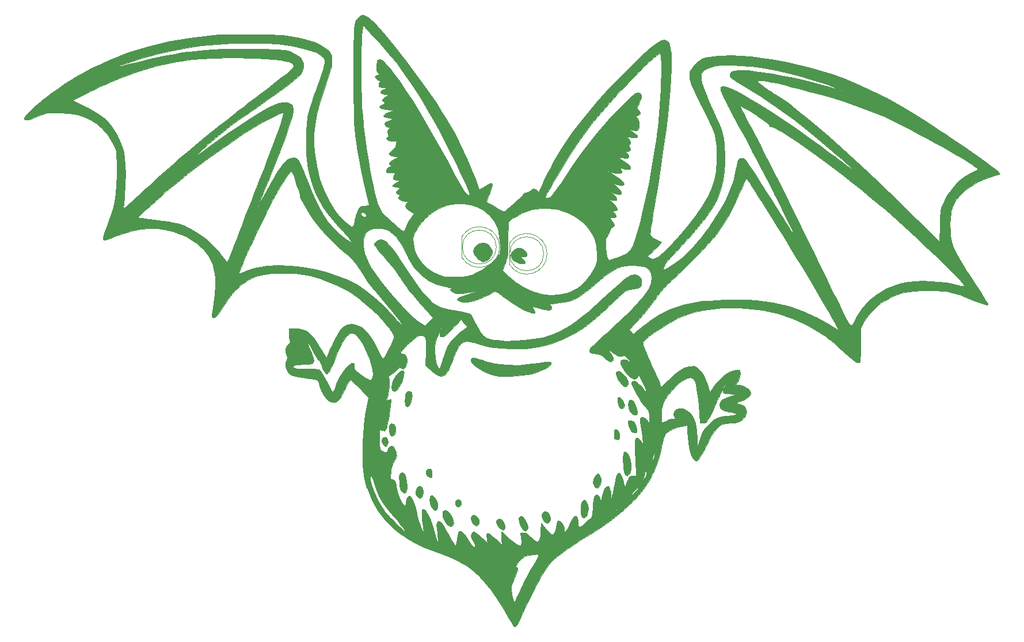
<source format=gbr>
%TF.GenerationSoftware,KiCad,Pcbnew,8.0.1*%
%TF.CreationDate,2024-04-02T10:11:43+02:00*%
%TF.ProjectId,Fledermaus I,466c6564-6572-46d6-9175-7320492e6b69,rev?*%
%TF.SameCoordinates,Original*%
%TF.FileFunction,Legend,Top*%
%TF.FilePolarity,Positive*%
%FSLAX46Y46*%
G04 Gerber Fmt 4.6, Leading zero omitted, Abs format (unit mm)*
G04 Created by KiCad (PCBNEW 8.0.1) date 2024-04-02 10:11:43*
%MOMM*%
%LPD*%
G01*
G04 APERTURE LIST*
%ADD10C,0.120000*%
%ADD11C,0.010000*%
G04 APERTURE END LIST*
D10*
%TO.C,D1*%
X83035000Y-59655000D02*
X83035000Y-62745000D01*
X83035001Y-59655170D02*
G75*
G02*
X88584999Y-61200462I2559999J-1544830D01*
G01*
X88585000Y-61199538D02*
G75*
G02*
X83035000Y-62744830I-2990000J-462D01*
G01*
X88095000Y-61200000D02*
G75*
G02*
X83095000Y-61200000I-2500000J0D01*
G01*
X83095000Y-61200000D02*
G75*
G02*
X88095000Y-61200000I2500000J0D01*
G01*
D11*
%TO.C,G\u002A\u002A\u002A*%
X82771020Y-98449839D02*
X82913215Y-98727465D01*
X82898781Y-99084843D01*
X82763385Y-99347700D01*
X82501500Y-99422000D01*
X82238951Y-99347138D01*
X82104218Y-99084843D01*
X82093957Y-98707742D01*
X82244573Y-98438235D01*
X82501500Y-98342500D01*
X82771020Y-98449839D01*
G36*
X82771020Y-98449839D02*
G01*
X82913215Y-98727465D01*
X82898781Y-99084843D01*
X82763385Y-99347700D01*
X82501500Y-99422000D01*
X82238951Y-99347138D01*
X82104218Y-99084843D01*
X82093957Y-98707742D01*
X82244573Y-98438235D01*
X82501500Y-98342500D01*
X82771020Y-98449839D01*
G37*
X71875895Y-89218834D02*
X72080833Y-89486704D01*
X72142396Y-89902190D01*
X72095606Y-90227417D01*
X71948480Y-90480124D01*
X71713590Y-90504679D01*
X71461571Y-90332428D01*
X71296637Y-90050442D01*
X71265956Y-89727843D01*
X71345432Y-89429396D01*
X71510969Y-89219863D01*
X71738472Y-89164008D01*
X71875895Y-89218834D01*
G36*
X71875895Y-89218834D02*
G01*
X72080833Y-89486704D01*
X72142396Y-89902190D01*
X72095606Y-90227417D01*
X71948480Y-90480124D01*
X71713590Y-90504679D01*
X71461571Y-90332428D01*
X71296637Y-90050442D01*
X71265956Y-89727843D01*
X71345432Y-89429396D01*
X71510969Y-89219863D01*
X71738472Y-89164008D01*
X71875895Y-89218834D01*
G37*
X78393922Y-93887324D02*
X78560944Y-94103142D01*
X78624305Y-94528241D01*
X78626055Y-94627750D01*
X78600939Y-94950606D01*
X78501515Y-95086253D01*
X78393683Y-95104000D01*
X78131813Y-95014793D01*
X77939664Y-94861231D01*
X77771205Y-94546063D01*
X77762071Y-94215895D01*
X77898248Y-93955726D01*
X78105637Y-93854638D01*
X78393922Y-93887324D01*
G36*
X78393922Y-93887324D02*
G01*
X78560944Y-94103142D01*
X78624305Y-94528241D01*
X78626055Y-94627750D01*
X78600939Y-94950606D01*
X78501515Y-95086253D01*
X78393683Y-95104000D01*
X78131813Y-95014793D01*
X77939664Y-94861231D01*
X77771205Y-94546063D01*
X77762071Y-94215895D01*
X77898248Y-93955726D01*
X78105637Y-93854638D01*
X78393922Y-93887324D01*
G37*
X85058966Y-100737043D02*
X85311767Y-100994179D01*
X85499049Y-101337059D01*
X85576797Y-101712555D01*
X85554123Y-101925292D01*
X85396012Y-102160349D01*
X85129977Y-102213591D01*
X84822260Y-102088088D01*
X84606217Y-101881372D01*
X84402485Y-101491209D01*
X84353650Y-101089533D01*
X84465122Y-100764061D01*
X84532864Y-100692527D01*
X84784660Y-100618783D01*
X85058966Y-100737043D01*
G36*
X85058966Y-100737043D02*
G01*
X85311767Y-100994179D01*
X85499049Y-101337059D01*
X85576797Y-101712555D01*
X85554123Y-101925292D01*
X85396012Y-102160349D01*
X85129977Y-102213591D01*
X84822260Y-102088088D01*
X84606217Y-101881372D01*
X84402485Y-101491209D01*
X84353650Y-101089533D01*
X84465122Y-100764061D01*
X84532864Y-100692527D01*
X84784660Y-100618783D01*
X85058966Y-100737043D01*
G37*
X77034657Y-96476424D02*
X77247096Y-96766804D01*
X77350752Y-97240792D01*
X77358000Y-97434075D01*
X77278942Y-97850452D01*
X77077157Y-98095992D01*
X76805730Y-98148928D01*
X76517745Y-97987490D01*
X76391220Y-97830530D01*
X76259477Y-97542480D01*
X76252605Y-97204814D01*
X76293042Y-96973280D01*
X76392923Y-96622704D01*
X76533719Y-96454043D01*
X76731541Y-96399553D01*
X77034657Y-96476424D01*
G36*
X77034657Y-96476424D02*
G01*
X77247096Y-96766804D01*
X77350752Y-97240792D01*
X77358000Y-97434075D01*
X77278942Y-97850452D01*
X77077157Y-98095992D01*
X76805730Y-98148928D01*
X76517745Y-97987490D01*
X76391220Y-97830530D01*
X76259477Y-97542480D01*
X76252605Y-97204814D01*
X76293042Y-96973280D01*
X76392923Y-96622704D01*
X76533719Y-96454043D01*
X76731541Y-96399553D01*
X77034657Y-96476424D01*
G37*
X88760556Y-101254935D02*
X89008952Y-101443924D01*
X89204102Y-101839916D01*
X89224345Y-101897343D01*
X89335755Y-102397943D01*
X89285635Y-102717592D01*
X89101315Y-102839564D01*
X88810125Y-102747135D01*
X88439395Y-102423582D01*
X88412940Y-102393862D01*
X88135492Y-101986682D01*
X88037764Y-101629621D01*
X88119969Y-101364620D01*
X88382321Y-101233622D01*
X88407000Y-101230600D01*
X88760556Y-101254935D01*
G36*
X88760556Y-101254935D02*
G01*
X89008952Y-101443924D01*
X89204102Y-101839916D01*
X89224345Y-101897343D01*
X89335755Y-102397943D01*
X89285635Y-102717592D01*
X89101315Y-102839564D01*
X88810125Y-102747135D01*
X88439395Y-102423582D01*
X88412940Y-102393862D01*
X88135492Y-101986682D01*
X88037764Y-101629621D01*
X88119969Y-101364620D01*
X88382321Y-101233622D01*
X88407000Y-101230600D01*
X88760556Y-101254935D01*
G37*
X95413967Y-100098727D02*
X95727781Y-100298883D01*
X95944721Y-100679364D01*
X96026984Y-101173458D01*
X96027000Y-101180575D01*
X95941892Y-101563858D01*
X95728339Y-101786591D01*
X95448997Y-101824840D01*
X95166521Y-101654669D01*
X95079274Y-101542611D01*
X94866713Y-101096404D01*
X94802192Y-100677900D01*
X94874063Y-100337355D01*
X95070676Y-100125024D01*
X95380383Y-100091163D01*
X95413967Y-100098727D01*
G36*
X95413967Y-100098727D02*
G01*
X95727781Y-100298883D01*
X95944721Y-100679364D01*
X96026984Y-101173458D01*
X96027000Y-101180575D01*
X95941892Y-101563858D01*
X95728339Y-101786591D01*
X95448997Y-101824840D01*
X95166521Y-101654669D01*
X95079274Y-101542611D01*
X94866713Y-101096404D01*
X94802192Y-100677900D01*
X94874063Y-100337355D01*
X95070676Y-100125024D01*
X95380383Y-100091163D01*
X95413967Y-100098727D01*
G37*
X103222025Y-94662231D02*
X103326238Y-94843693D01*
X103478128Y-95285327D01*
X103502541Y-95720372D01*
X103422899Y-96110266D01*
X103262623Y-96416449D01*
X103045134Y-96600357D01*
X102793854Y-96623432D01*
X102532203Y-96447110D01*
X102432203Y-96315661D01*
X102294518Y-95894749D01*
X102381975Y-95385771D01*
X102633376Y-94876621D01*
X102860297Y-94566968D01*
X103043836Y-94496107D01*
X103222025Y-94662231D01*
G36*
X103222025Y-94662231D02*
G01*
X103326238Y-94843693D01*
X103478128Y-95285327D01*
X103502541Y-95720372D01*
X103422899Y-96110266D01*
X103262623Y-96416449D01*
X103045134Y-96600357D01*
X102793854Y-96623432D01*
X102532203Y-96447110D01*
X102432203Y-96315661D01*
X102294518Y-95894749D01*
X102381975Y-95385771D01*
X102633376Y-94876621D01*
X102860297Y-94566968D01*
X103043836Y-94496107D01*
X103222025Y-94662231D01*
G37*
X105873202Y-88051317D02*
X106059791Y-88282307D01*
X106168924Y-88681949D01*
X106187000Y-88968773D01*
X106171464Y-89312850D01*
X106100110Y-89472170D01*
X105935813Y-89515287D01*
X105890666Y-89516000D01*
X105623952Y-89483171D01*
X105509666Y-89431333D01*
X105460147Y-89264338D01*
X105429661Y-88935216D01*
X105425000Y-88728847D01*
X105452538Y-88311389D01*
X105545774Y-88089769D01*
X105633865Y-88030879D01*
X105873202Y-88051317D01*
G36*
X105873202Y-88051317D02*
G01*
X106059791Y-88282307D01*
X106168924Y-88681949D01*
X106187000Y-88968773D01*
X106171464Y-89312850D01*
X106100110Y-89472170D01*
X105935813Y-89515287D01*
X105890666Y-89516000D01*
X105623952Y-89483171D01*
X105509666Y-89431333D01*
X105460147Y-89264338D01*
X105429661Y-88935216D01*
X105425000Y-88728847D01*
X105452538Y-88311389D01*
X105545774Y-88089769D01*
X105633865Y-88030879D01*
X105873202Y-88051317D01*
G37*
X106393462Y-83402365D02*
X106620335Y-83677424D01*
X106816780Y-84038616D01*
X106934538Y-84406384D01*
X106949000Y-84553472D01*
X106851083Y-84807616D01*
X106625311Y-84971219D01*
X106373647Y-84976936D01*
X106336586Y-84957959D01*
X106186972Y-84755714D01*
X106051294Y-84392623D01*
X105958018Y-83961422D01*
X105933000Y-83643088D01*
X105981555Y-83377861D01*
X106155449Y-83293730D01*
X106184418Y-83293000D01*
X106393462Y-83402365D01*
G36*
X106393462Y-83402365D02*
G01*
X106620335Y-83677424D01*
X106816780Y-84038616D01*
X106934538Y-84406384D01*
X106949000Y-84553472D01*
X106851083Y-84807616D01*
X106625311Y-84971219D01*
X106373647Y-84976936D01*
X106336586Y-84957959D01*
X106186972Y-84755714D01*
X106051294Y-84392623D01*
X105958018Y-83961422D01*
X105933000Y-83643088D01*
X105981555Y-83377861D01*
X106155449Y-83293730D01*
X106184418Y-83293000D01*
X106393462Y-83402365D01*
G37*
X108199063Y-86838932D02*
X108490880Y-87152970D01*
X108677762Y-87608979D01*
X108726525Y-88023750D01*
X108705917Y-88338652D01*
X108612735Y-88473259D01*
X108425050Y-88500000D01*
X108136648Y-88438021D01*
X107996423Y-88341250D01*
X107751893Y-87953436D01*
X107556593Y-87502513D01*
X107460085Y-87107500D01*
X107457000Y-87045806D01*
X107496518Y-86815089D01*
X107666744Y-86730242D01*
X107839866Y-86722000D01*
X108199063Y-86838932D01*
G36*
X108199063Y-86838932D02*
G01*
X108490880Y-87152970D01*
X108677762Y-87608979D01*
X108726525Y-88023750D01*
X108705917Y-88338652D01*
X108612735Y-88473259D01*
X108425050Y-88500000D01*
X108136648Y-88438021D01*
X107996423Y-88341250D01*
X107751893Y-87953436D01*
X107556593Y-87502513D01*
X107460085Y-87107500D01*
X107457000Y-87045806D01*
X107496518Y-86815089D01*
X107666744Y-86730242D01*
X107839866Y-86722000D01*
X108199063Y-86838932D01*
G37*
X72883895Y-87224142D02*
X72975864Y-87281404D01*
X73196230Y-87488349D01*
X73284774Y-87783544D01*
X73294000Y-88003276D01*
X73261943Y-88398228D01*
X73182808Y-88718319D01*
X73162531Y-88762349D01*
X72940240Y-88976283D01*
X72674425Y-88979571D01*
X72449337Y-88781085D01*
X72401856Y-88682232D01*
X72301094Y-88257925D01*
X72285518Y-87809100D01*
X72350866Y-87429525D01*
X72467864Y-87230527D01*
X72654286Y-87144252D01*
X72883895Y-87224142D01*
G36*
X72883895Y-87224142D02*
G01*
X72975864Y-87281404D01*
X73196230Y-87488349D01*
X73284774Y-87783544D01*
X73294000Y-88003276D01*
X73261943Y-88398228D01*
X73182808Y-88718319D01*
X73162531Y-88762349D01*
X72940240Y-88976283D01*
X72674425Y-88979571D01*
X72449337Y-88781085D01*
X72401856Y-88682232D01*
X72301094Y-88257925D01*
X72285518Y-87809100D01*
X72350866Y-87429525D01*
X72467864Y-87230527D01*
X72654286Y-87144252D01*
X72883895Y-87224142D01*
G37*
X78744455Y-97864892D02*
X78987326Y-98101548D01*
X79090584Y-98227920D01*
X79318178Y-98628219D01*
X79445038Y-99060424D01*
X79467641Y-99460150D01*
X79382460Y-99763013D01*
X79185972Y-99904629D01*
X79182405Y-99905162D01*
X78879680Y-99826803D01*
X78653186Y-99615673D01*
X78448924Y-99254712D01*
X78322089Y-98830069D01*
X78275711Y-98406271D01*
X78312818Y-98047847D01*
X78436441Y-97819323D01*
X78566595Y-97771000D01*
X78744455Y-97864892D01*
G36*
X78744455Y-97864892D02*
G01*
X78987326Y-98101548D01*
X79090584Y-98227920D01*
X79318178Y-98628219D01*
X79445038Y-99060424D01*
X79467641Y-99460150D01*
X79382460Y-99763013D01*
X79185972Y-99904629D01*
X79182405Y-99905162D01*
X78879680Y-99826803D01*
X78653186Y-99615673D01*
X78448924Y-99254712D01*
X78322089Y-98830069D01*
X78275711Y-98406271D01*
X78312818Y-98047847D01*
X78436441Y-97819323D01*
X78566595Y-97771000D01*
X78744455Y-97864892D01*
G37*
X80859303Y-100020543D02*
X81151140Y-100255406D01*
X81408627Y-100607321D01*
X81612147Y-101024548D01*
X81742080Y-101455349D01*
X81778808Y-101847983D01*
X81702711Y-102150710D01*
X81494171Y-102311790D01*
X81449923Y-102320584D01*
X81127412Y-102245709D01*
X80784754Y-101959596D01*
X80439813Y-101466570D01*
X80220389Y-100901738D01*
X80164617Y-100367961D01*
X80171487Y-100305418D01*
X80286700Y-100050037D01*
X80552736Y-99954473D01*
X80859303Y-100020543D01*
G36*
X80859303Y-100020543D02*
G01*
X81151140Y-100255406D01*
X81408627Y-100607321D01*
X81612147Y-101024548D01*
X81742080Y-101455349D01*
X81778808Y-101847983D01*
X81702711Y-102150710D01*
X81494171Y-102311790D01*
X81449923Y-102320584D01*
X81127412Y-102245709D01*
X80784754Y-101959596D01*
X80439813Y-101466570D01*
X80220389Y-100901738D01*
X80164617Y-100367961D01*
X80171487Y-100305418D01*
X80286700Y-100050037D01*
X80552736Y-99954473D01*
X80859303Y-100020543D01*
G37*
X92015993Y-100927602D02*
X92259120Y-101209184D01*
X92473447Y-101597411D01*
X92632538Y-102025946D01*
X92709953Y-102428453D01*
X92679256Y-102738597D01*
X92584696Y-102861909D01*
X92363996Y-102965593D01*
X92181470Y-102902259D01*
X92076290Y-102819250D01*
X91769795Y-102475255D01*
X91550313Y-102062428D01*
X91426260Y-101635806D01*
X91406047Y-101250428D01*
X91498090Y-100961332D01*
X91710803Y-100823557D01*
X91770505Y-100819000D01*
X92015993Y-100927602D01*
G36*
X92015993Y-100927602D02*
G01*
X92259120Y-101209184D01*
X92473447Y-101597411D01*
X92632538Y-102025946D01*
X92709953Y-102428453D01*
X92679256Y-102738597D01*
X92584696Y-102861909D01*
X92363996Y-102965593D01*
X92181470Y-102902259D01*
X92076290Y-102819250D01*
X91769795Y-102475255D01*
X91550313Y-102062428D01*
X91426260Y-101635806D01*
X91406047Y-101250428D01*
X91498090Y-100961332D01*
X91710803Y-100823557D01*
X91770505Y-100819000D01*
X92015993Y-100927602D01*
G37*
X108112320Y-83781261D02*
X108231399Y-83875721D01*
X108423351Y-84150785D01*
X108603155Y-84571163D01*
X108741400Y-85040652D01*
X108808672Y-85463046D01*
X108790736Y-85705254D01*
X108628206Y-85920201D01*
X108371897Y-85925654D01*
X108062411Y-85727658D01*
X107917842Y-85575261D01*
X107660569Y-85176463D01*
X107511357Y-84754474D01*
X107462381Y-84351712D01*
X107505815Y-84010593D01*
X107633833Y-83773533D01*
X107838610Y-83682950D01*
X108112320Y-83781261D01*
G36*
X108112320Y-83781261D02*
G01*
X108231399Y-83875721D01*
X108423351Y-84150785D01*
X108603155Y-84571163D01*
X108741400Y-85040652D01*
X108808672Y-85463046D01*
X108790736Y-85705254D01*
X108628206Y-85920201D01*
X108371897Y-85925654D01*
X108062411Y-85727658D01*
X107917842Y-85575261D01*
X107660569Y-85176463D01*
X107511357Y-84754474D01*
X107462381Y-84351712D01*
X107505815Y-84010593D01*
X107633833Y-83773533D01*
X107838610Y-83682950D01*
X108112320Y-83781261D01*
G37*
X74385572Y-79398306D02*
X74488352Y-79621438D01*
X74472284Y-80029540D01*
X74378788Y-80423021D01*
X74151693Y-81055848D01*
X73877901Y-81615415D01*
X73586541Y-82056081D01*
X73306741Y-82332206D01*
X73114518Y-82404000D01*
X72850492Y-82328468D01*
X72736087Y-82203112D01*
X72664845Y-81811993D01*
X72745679Y-81348722D01*
X72958034Y-80816500D01*
X73282592Y-80217937D01*
X73612455Y-79769959D01*
X73922793Y-79479443D01*
X74188776Y-79353267D01*
X74385572Y-79398306D01*
G36*
X74385572Y-79398306D02*
G01*
X74488352Y-79621438D01*
X74472284Y-80029540D01*
X74378788Y-80423021D01*
X74151693Y-81055848D01*
X73877901Y-81615415D01*
X73586541Y-82056081D01*
X73306741Y-82332206D01*
X73114518Y-82404000D01*
X72850492Y-82328468D01*
X72736087Y-82203112D01*
X72664845Y-81811993D01*
X72745679Y-81348722D01*
X72958034Y-80816500D01*
X73282592Y-80217937D01*
X73612455Y-79769959D01*
X73922793Y-79479443D01*
X74188776Y-79353267D01*
X74385572Y-79398306D01*
G37*
X75512502Y-82477925D02*
X75620641Y-82611555D01*
X75669904Y-82900651D01*
X75681937Y-83064123D01*
X75658894Y-83532397D01*
X75547431Y-83970121D01*
X75374800Y-84335160D01*
X75168246Y-84585379D01*
X74955020Y-84678643D01*
X74762369Y-84572818D01*
X74733154Y-84531250D01*
X74665021Y-84276330D01*
X74642072Y-83867918D01*
X74660539Y-83401762D01*
X74716655Y-82973609D01*
X74805966Y-82680484D01*
X75017633Y-82456711D01*
X75302791Y-82428138D01*
X75512502Y-82477925D01*
G36*
X75512502Y-82477925D02*
G01*
X75620641Y-82611555D01*
X75669904Y-82900651D01*
X75681937Y-83064123D01*
X75658894Y-83532397D01*
X75547431Y-83970121D01*
X75374800Y-84335160D01*
X75168246Y-84585379D01*
X74955020Y-84678643D01*
X74762369Y-84572818D01*
X74733154Y-84531250D01*
X74665021Y-84276330D01*
X74642072Y-83867918D01*
X74660539Y-83401762D01*
X74716655Y-82973609D01*
X74805966Y-82680484D01*
X75017633Y-82456711D01*
X75302791Y-82428138D01*
X75512502Y-82477925D01*
G37*
X101211526Y-98532680D02*
X101396771Y-98776064D01*
X101529218Y-99142970D01*
X101594198Y-99589958D01*
X101577041Y-100073585D01*
X101463079Y-100550411D01*
X101430980Y-100632579D01*
X101213706Y-100967293D01*
X100963750Y-101079521D01*
X100726975Y-100964319D01*
X100584880Y-100723750D01*
X100508341Y-100361378D01*
X100488475Y-99885591D01*
X100518995Y-99382129D01*
X100593614Y-98936736D01*
X100706044Y-98635154D01*
X100741322Y-98590249D01*
X100988153Y-98456262D01*
X101211526Y-98532680D01*
G36*
X101211526Y-98532680D02*
G01*
X101396771Y-98776064D01*
X101529218Y-99142970D01*
X101594198Y-99589958D01*
X101577041Y-100073585D01*
X101463079Y-100550411D01*
X101430980Y-100632579D01*
X101213706Y-100967293D01*
X100963750Y-101079521D01*
X100726975Y-100964319D01*
X100584880Y-100723750D01*
X100508341Y-100361378D01*
X100488475Y-99885591D01*
X100518995Y-99382129D01*
X100593614Y-98936736D01*
X100706044Y-98635154D01*
X100741322Y-98590249D01*
X100988153Y-98456262D01*
X101211526Y-98532680D01*
G37*
X106330127Y-79578510D02*
X106532643Y-79708073D01*
X106956480Y-80118568D01*
X107260718Y-80573394D01*
X107423761Y-81019155D01*
X107424011Y-81402458D01*
X107304600Y-81616600D01*
X107142437Y-81741014D01*
X106977715Y-81731588D01*
X106736421Y-81570973D01*
X106587638Y-81448536D01*
X106268009Y-81095881D01*
X105975781Y-80633684D01*
X105762323Y-80157379D01*
X105679003Y-79762402D01*
X105679000Y-79760403D01*
X105771713Y-79545897D01*
X106009121Y-79484018D01*
X106330127Y-79578510D01*
G36*
X106330127Y-79578510D02*
G01*
X106532643Y-79708073D01*
X106956480Y-80118568D01*
X107260718Y-80573394D01*
X107423761Y-81019155D01*
X107424011Y-81402458D01*
X107304600Y-81616600D01*
X107142437Y-81741014D01*
X106977715Y-81731588D01*
X106736421Y-81570973D01*
X106587638Y-81448536D01*
X106268009Y-81095881D01*
X105975781Y-80633684D01*
X105762323Y-80157379D01*
X105679003Y-79762402D01*
X105679000Y-79760403D01*
X105771713Y-79545897D01*
X106009121Y-79484018D01*
X106330127Y-79578510D01*
G37*
X74489680Y-94510078D02*
X74683293Y-94786500D01*
X74802765Y-95167552D01*
X74890594Y-95697936D01*
X74937222Y-96273946D01*
X74933092Y-96791877D01*
X74893667Y-97069235D01*
X74742894Y-97328332D01*
X74508316Y-97373746D01*
X74240547Y-97207311D01*
X74107048Y-97040750D01*
X73971530Y-96705525D01*
X73869058Y-96208300D01*
X73809199Y-95639988D01*
X73801522Y-95091500D01*
X73855595Y-94653750D01*
X73855760Y-94653088D01*
X74004457Y-94407443D01*
X74235559Y-94362964D01*
X74489680Y-94510078D01*
G36*
X74489680Y-94510078D02*
G01*
X74683293Y-94786500D01*
X74802765Y-95167552D01*
X74890594Y-95697936D01*
X74937222Y-96273946D01*
X74933092Y-96791877D01*
X74893667Y-97069235D01*
X74742894Y-97328332D01*
X74508316Y-97373746D01*
X74240547Y-97207311D01*
X74107048Y-97040750D01*
X73971530Y-96705525D01*
X73869058Y-96208300D01*
X73809199Y-95639988D01*
X73801522Y-95091500D01*
X73855595Y-94653750D01*
X73855760Y-94653088D01*
X74004457Y-94407443D01*
X74235559Y-94362964D01*
X74489680Y-94510078D01*
G37*
X86619498Y-60642375D02*
X86999189Y-60910939D01*
X87304169Y-61397848D01*
X87321319Y-61435293D01*
X87460119Y-61797823D01*
X87476580Y-62066236D01*
X87391792Y-62336086D01*
X87135447Y-62749562D01*
X86770800Y-63097131D01*
X86376591Y-63313826D01*
X86158045Y-63354000D01*
X85817966Y-63239617D01*
X85383992Y-62901253D01*
X85278789Y-62799210D01*
X84945742Y-62431879D01*
X84775319Y-62135874D01*
X84724228Y-61833809D01*
X84724000Y-61807483D01*
X84839652Y-61302276D01*
X85155667Y-60898664D01*
X85625632Y-60638091D01*
X86121000Y-60560000D01*
X86619498Y-60642375D01*
G36*
X86619498Y-60642375D02*
G01*
X86999189Y-60910939D01*
X87304169Y-61397848D01*
X87321319Y-61435293D01*
X87460119Y-61797823D01*
X87476580Y-62066236D01*
X87391792Y-62336086D01*
X87135447Y-62749562D01*
X86770800Y-63097131D01*
X86376591Y-63313826D01*
X86158045Y-63354000D01*
X85817966Y-63239617D01*
X85383992Y-62901253D01*
X85278789Y-62799210D01*
X84945742Y-62431879D01*
X84775319Y-62135874D01*
X84724228Y-61833809D01*
X84724000Y-61807483D01*
X84839652Y-61302276D01*
X85155667Y-60898664D01*
X85625632Y-60638091D01*
X86121000Y-60560000D01*
X86619498Y-60642375D01*
G37*
X107203365Y-91412804D02*
X107428846Y-91681001D01*
X107638853Y-92085729D01*
X107809509Y-92589927D01*
X107916933Y-93156533D01*
X107918174Y-93167375D01*
X107926104Y-93732991D01*
X107832249Y-94234829D01*
X107656172Y-94614526D01*
X107417439Y-94813717D01*
X107361850Y-94827056D01*
X107119332Y-94788310D01*
X106954119Y-94552029D01*
X106936879Y-94509556D01*
X106864104Y-94209038D01*
X106803825Y-93752339D01*
X106758967Y-93205882D01*
X106732453Y-92636090D01*
X106727208Y-92109386D01*
X106746156Y-91692192D01*
X106792221Y-91450932D01*
X106801499Y-91434243D01*
X106986290Y-91318198D01*
X107203365Y-91412804D01*
G36*
X107203365Y-91412804D02*
G01*
X107428846Y-91681001D01*
X107638853Y-92085729D01*
X107809509Y-92589927D01*
X107916933Y-93156533D01*
X107918174Y-93167375D01*
X107926104Y-93732991D01*
X107832249Y-94234829D01*
X107656172Y-94614526D01*
X107417439Y-94813717D01*
X107361850Y-94827056D01*
X107119332Y-94788310D01*
X106954119Y-94552029D01*
X106936879Y-94509556D01*
X106864104Y-94209038D01*
X106803825Y-93752339D01*
X106758967Y-93205882D01*
X106732453Y-92636090D01*
X106727208Y-92109386D01*
X106746156Y-91692192D01*
X106792221Y-91450932D01*
X106801499Y-91434243D01*
X106986290Y-91318198D01*
X107203365Y-91412804D01*
G37*
X92168253Y-61551124D02*
X92456995Y-61913480D01*
X92589562Y-62286815D01*
X92548758Y-62497300D01*
X92315995Y-62583474D01*
X92129739Y-62592000D01*
X91661478Y-62592000D01*
X92002739Y-62948199D01*
X92223130Y-63210844D01*
X92338880Y-63412406D01*
X92344000Y-63441387D01*
X92232968Y-63589009D01*
X91940865Y-63648951D01*
X91529181Y-63608903D01*
X91518500Y-63606645D01*
X90931404Y-63406620D01*
X90530747Y-63082031D01*
X90366479Y-62828556D01*
X90229049Y-62353001D01*
X90337441Y-61940148D01*
X90689733Y-61596671D01*
X90728158Y-61572535D01*
X91245303Y-61367997D01*
X91744660Y-61364671D01*
X92168253Y-61551124D01*
G36*
X92168253Y-61551124D02*
G01*
X92456995Y-61913480D01*
X92589562Y-62286815D01*
X92548758Y-62497300D01*
X92315995Y-62583474D01*
X92129739Y-62592000D01*
X91661478Y-62592000D01*
X92002739Y-62948199D01*
X92223130Y-63210844D01*
X92338880Y-63412406D01*
X92344000Y-63441387D01*
X92232968Y-63589009D01*
X91940865Y-63648951D01*
X91529181Y-63608903D01*
X91518500Y-63606645D01*
X90931404Y-63406620D01*
X90530747Y-63082031D01*
X90366479Y-62828556D01*
X90229049Y-62353001D01*
X90337441Y-61940148D01*
X90689733Y-61596671D01*
X90728158Y-61572535D01*
X91245303Y-61367997D01*
X91744660Y-61364671D01*
X92168253Y-61551124D01*
G37*
X84870084Y-77540982D02*
X85222239Y-77596777D01*
X85708995Y-77718360D01*
X86228014Y-77879998D01*
X86253105Y-77888715D01*
X87861752Y-78327524D01*
X89576512Y-78554647D01*
X91409469Y-78570825D01*
X93372710Y-78376800D01*
X93614000Y-78340000D01*
X94268513Y-78242450D01*
X94876010Y-78162340D01*
X95368603Y-78107971D01*
X95677750Y-78087647D01*
X96019783Y-78131907D01*
X96150772Y-78256254D01*
X96094226Y-78443310D01*
X95873657Y-78675694D01*
X95512577Y-78936031D01*
X95034495Y-79206942D01*
X94462924Y-79471047D01*
X93821374Y-79710971D01*
X93254472Y-79878802D01*
X92668818Y-79993408D01*
X91915936Y-80086090D01*
X91063890Y-80153920D01*
X90180743Y-80193973D01*
X89334561Y-80203320D01*
X88593406Y-80179034D01*
X88025344Y-80118189D01*
X87962500Y-80106384D01*
X87398783Y-79943423D01*
X86733420Y-79677494D01*
X86045704Y-79347738D01*
X85414927Y-78993295D01*
X84920383Y-78653308D01*
X84788355Y-78539532D01*
X84469797Y-78178146D01*
X84361231Y-77881280D01*
X84364961Y-77807747D01*
X84430631Y-77612853D01*
X84603923Y-77539879D01*
X84870084Y-77540982D01*
G36*
X84870084Y-77540982D02*
G01*
X85222239Y-77596777D01*
X85708995Y-77718360D01*
X86228014Y-77879998D01*
X86253105Y-77888715D01*
X87861752Y-78327524D01*
X89576512Y-78554647D01*
X91409469Y-78570825D01*
X93372710Y-78376800D01*
X93614000Y-78340000D01*
X94268513Y-78242450D01*
X94876010Y-78162340D01*
X95368603Y-78107971D01*
X95677750Y-78087647D01*
X96019783Y-78131907D01*
X96150772Y-78256254D01*
X96094226Y-78443310D01*
X95873657Y-78675694D01*
X95512577Y-78936031D01*
X95034495Y-79206942D01*
X94462924Y-79471047D01*
X93821374Y-79710971D01*
X93254472Y-79878802D01*
X92668818Y-79993408D01*
X91915936Y-80086090D01*
X91063890Y-80153920D01*
X90180743Y-80193973D01*
X89334561Y-80203320D01*
X88593406Y-80179034D01*
X88025344Y-80118189D01*
X87962500Y-80106384D01*
X87398783Y-79943423D01*
X86733420Y-79677494D01*
X86045704Y-79347738D01*
X85414927Y-78993295D01*
X84920383Y-78653308D01*
X84788355Y-78539532D01*
X84469797Y-78178146D01*
X84361231Y-77881280D01*
X84364961Y-77807747D01*
X84430631Y-77612853D01*
X84603923Y-77539879D01*
X84870084Y-77540982D01*
G37*
X68755694Y-27125238D02*
X69196119Y-27364453D01*
X69247757Y-27396962D01*
X69627867Y-27697155D01*
X70132827Y-28187556D01*
X70746516Y-28847083D01*
X71452814Y-29654654D01*
X72235599Y-30589186D01*
X73078750Y-31629599D01*
X73966148Y-32754809D01*
X74881671Y-33943736D01*
X75809198Y-35175297D01*
X76732609Y-36428411D01*
X77635784Y-37681994D01*
X78502600Y-38914967D01*
X79316937Y-40106245D01*
X80062676Y-41234749D01*
X80723694Y-42279395D01*
X81083824Y-42875573D01*
X81778225Y-44107906D01*
X82491369Y-45478051D01*
X83196162Y-46926791D01*
X83865513Y-48394907D01*
X84472329Y-49823181D01*
X84989515Y-51152395D01*
X85354276Y-52209750D01*
X85477882Y-52512031D01*
X85598500Y-52676168D01*
X85625910Y-52686000D01*
X85787142Y-52618702D01*
X86084991Y-52443782D01*
X86392312Y-52241499D01*
X86776680Y-52003895D01*
X87112131Y-51842607D01*
X87288341Y-51797000D01*
X87418570Y-51830524D01*
X87474625Y-51952715D01*
X87451393Y-52196000D01*
X87343763Y-52592805D01*
X87146621Y-53175557D01*
X87012149Y-53548818D01*
X86656811Y-54523465D01*
X87753574Y-55193567D01*
X88242274Y-55485679D01*
X88669541Y-55729305D01*
X88976637Y-55891553D01*
X89080977Y-55936871D01*
X89303643Y-55904685D01*
X89637288Y-55688933D01*
X89976548Y-55395786D01*
X90442392Y-54974465D01*
X90973883Y-54506915D01*
X91365739Y-54170931D01*
X91717103Y-53851569D01*
X91732316Y-53835133D01*
X95265000Y-53835133D01*
X95366484Y-53937897D01*
X95612538Y-53945932D01*
X95915564Y-53867536D01*
X96133485Y-53752874D01*
X96285329Y-53590625D01*
X96550670Y-53248169D01*
X96905554Y-52758896D01*
X97326028Y-52156195D01*
X97612129Y-51733500D01*
X105044000Y-51733500D01*
X105107500Y-51797000D01*
X105171000Y-51733500D01*
X105107500Y-51670000D01*
X105044000Y-51733500D01*
X97612129Y-51733500D01*
X97788140Y-51473456D01*
X98023957Y-51117624D01*
X98715124Y-50082500D01*
X104536000Y-50082500D01*
X104599500Y-50146000D01*
X104663000Y-50082500D01*
X104599500Y-50019000D01*
X104536000Y-50082500D01*
X98715124Y-50082500D01*
X99027692Y-49614385D01*
X99950891Y-48281804D01*
X100832743Y-47066526D01*
X101712440Y-45915199D01*
X102629172Y-44774466D01*
X103096228Y-44212195D01*
X104148369Y-42978687D01*
X105129799Y-41870077D01*
X106029235Y-40897479D01*
X106835397Y-40072009D01*
X107537004Y-39404782D01*
X108122774Y-38906912D01*
X108581426Y-38589514D01*
X108901681Y-38463703D01*
X108932411Y-38462000D01*
X109218149Y-38566082D01*
X109390583Y-38827425D01*
X109436101Y-39169669D01*
X109341092Y-39516456D01*
X109160437Y-39741180D01*
X109045336Y-39919943D01*
X109056845Y-40005974D01*
X109046200Y-40185208D01*
X108919618Y-40445090D01*
X108791902Y-40673343D01*
X108813667Y-40834803D01*
X109005362Y-41040274D01*
X109034448Y-41067307D01*
X109261849Y-41370494D01*
X109245173Y-41617569D01*
X108988690Y-41790312D01*
X108856397Y-41826973D01*
X108499013Y-41905468D01*
X108803506Y-42209961D01*
X109008494Y-42487517D01*
X109095520Y-42840467D01*
X109106055Y-43123477D01*
X109080886Y-43618230D01*
X108982063Y-43904052D01*
X108768735Y-44023886D01*
X108400051Y-44020675D01*
X108268192Y-44004230D01*
X107657335Y-43920503D01*
X108255667Y-44299954D01*
X108586248Y-44544483D01*
X108803547Y-44772101D01*
X108854000Y-44887497D01*
X108817397Y-44999715D01*
X108671691Y-45053940D01*
X108363035Y-45060600D01*
X108045457Y-45044105D01*
X107611735Y-45019104D01*
X107395106Y-45023533D01*
X107359176Y-45070640D01*
X107467554Y-45173673D01*
X107537457Y-45229028D01*
X107739908Y-45472355D01*
X107833117Y-45749289D01*
X107807370Y-45979252D01*
X107652950Y-46081668D01*
X107640298Y-46082000D01*
X107513592Y-46104957D01*
X107543415Y-46218783D01*
X107640298Y-46364258D01*
X107831474Y-46731481D01*
X107802215Y-46972531D01*
X107552527Y-47087388D01*
X107386418Y-47098000D01*
X106934836Y-47098000D01*
X107280685Y-47395487D01*
X107522608Y-47674348D01*
X107540598Y-47916849D01*
X107539160Y-47920666D01*
X107452826Y-48049408D01*
X107280362Y-48101021D01*
X106954140Y-48088103D01*
X106755893Y-48066569D01*
X106375519Y-48030465D01*
X106122755Y-48022955D01*
X106060000Y-48037322D01*
X106160395Y-48123965D01*
X106419070Y-48291737D01*
X106663250Y-48436616D01*
X107239928Y-48806092D01*
X107633876Y-49138658D01*
X107835763Y-49417149D01*
X107836263Y-49624399D01*
X107626046Y-49743243D01*
X107385150Y-49765000D01*
X107000199Y-49726625D01*
X106687336Y-49633671D01*
X106675773Y-49627710D01*
X106424411Y-49539425D01*
X106351772Y-49629397D01*
X106463950Y-49883507D01*
X106565339Y-50105155D01*
X106493767Y-50241572D01*
X106441000Y-50279566D01*
X106295402Y-50338620D01*
X106070565Y-50350477D01*
X105713755Y-50311993D01*
X105172239Y-50220020D01*
X105044000Y-50196217D01*
X104899804Y-50168935D01*
X104825752Y-50165402D01*
X104848172Y-50207331D01*
X104993389Y-50316436D01*
X105287729Y-50514430D01*
X105757520Y-50823026D01*
X105984000Y-50971500D01*
X106468307Y-51342209D01*
X106751652Y-51668947D01*
X106837154Y-51926374D01*
X106727933Y-52089152D01*
X106427107Y-52131942D01*
X105937797Y-52029405D01*
X105857024Y-52002896D01*
X105268495Y-51802364D01*
X105854747Y-52348307D01*
X106251574Y-52779777D01*
X106435404Y-53118129D01*
X106414731Y-53343348D01*
X106198051Y-53435416D01*
X105793858Y-53374316D01*
X105468911Y-53257500D01*
X105102071Y-53113475D01*
X104957578Y-53089124D01*
X105028848Y-53194094D01*
X105309293Y-53438032D01*
X105332563Y-53457246D01*
X105621982Y-53748483D01*
X105787996Y-54020527D01*
X105806000Y-54108762D01*
X105778733Y-54266934D01*
X105652802Y-54329447D01*
X105362010Y-54319233D01*
X105236978Y-54305896D01*
X104667957Y-54241759D01*
X105314957Y-54849194D01*
X105701855Y-55252973D01*
X105872182Y-55541837D01*
X105828543Y-55729236D01*
X105573545Y-55828619D01*
X105506579Y-55838059D01*
X105163246Y-55878619D01*
X105485472Y-56261563D01*
X105702742Y-56578034D01*
X105701160Y-56771698D01*
X105471668Y-56862934D01*
X105211931Y-56877000D01*
X104759853Y-56877000D01*
X105092426Y-57313026D01*
X105351895Y-57723529D01*
X105401939Y-58015130D01*
X105243384Y-58211442D01*
X105125753Y-58267060D01*
X104884520Y-58453155D01*
X104756143Y-58816454D01*
X104749782Y-58853628D01*
X104621456Y-59258060D01*
X104413210Y-59602226D01*
X104395358Y-59622020D01*
X104267961Y-59777285D01*
X104191586Y-59951228D01*
X104158295Y-60202815D01*
X104160148Y-60591011D01*
X104188338Y-61159559D01*
X104260037Y-62008593D01*
X104365225Y-62611243D01*
X104505349Y-62973097D01*
X104681859Y-63099741D01*
X104691173Y-63100000D01*
X104881477Y-63061809D01*
X105242474Y-62960454D01*
X105704799Y-62815764D01*
X105830783Y-62774246D01*
X106637880Y-62467731D01*
X107238003Y-62145767D01*
X107677819Y-61779427D01*
X107914073Y-61482917D01*
X108141325Y-61049098D01*
X108398450Y-60389152D01*
X108679869Y-59528465D01*
X108980001Y-58492424D01*
X109293268Y-57306415D01*
X109614089Y-55995824D01*
X109936883Y-54586038D01*
X110256073Y-53102443D01*
X110566076Y-51570426D01*
X110861313Y-50015372D01*
X111136205Y-48462669D01*
X111385172Y-46937702D01*
X111602633Y-45465859D01*
X111783008Y-44072525D01*
X111829573Y-43669000D01*
X111937570Y-42614913D01*
X112035237Y-41490570D01*
X112121561Y-40324976D01*
X112195532Y-39147138D01*
X112256138Y-37986064D01*
X112302366Y-36870761D01*
X112333206Y-35830234D01*
X112347645Y-34893492D01*
X112344672Y-34089541D01*
X112323275Y-33447387D01*
X112282442Y-32996038D01*
X112221163Y-32764501D01*
X112210378Y-32750755D01*
X112043798Y-32757548D01*
X111718530Y-32953764D01*
X111233669Y-33340205D01*
X110588309Y-33917671D01*
X109781546Y-34686965D01*
X108812475Y-35648888D01*
X107965000Y-36511195D01*
X105872368Y-38717150D01*
X103997490Y-40816899D01*
X102332158Y-42820242D01*
X100868162Y-44736977D01*
X99840144Y-46209000D01*
X99408013Y-46866972D01*
X98927046Y-47618147D01*
X98414731Y-48433381D01*
X97888553Y-49283526D01*
X97365997Y-50139437D01*
X96864548Y-50971968D01*
X96401692Y-51751974D01*
X95994915Y-52450308D01*
X95661701Y-53037825D01*
X95419536Y-53485379D01*
X95285907Y-53763824D01*
X95265000Y-53835133D01*
X91732316Y-53835133D01*
X91974503Y-53573481D01*
X92088334Y-53391029D01*
X92090000Y-53377181D01*
X92204705Y-53233814D01*
X92477064Y-53193999D01*
X92916695Y-53072011D01*
X93158377Y-52876499D01*
X93395709Y-52643636D01*
X93579334Y-52581713D01*
X93807821Y-52684189D01*
X94005252Y-52820300D01*
X94372214Y-53081600D01*
X94584775Y-52534550D01*
X94811024Y-52008477D01*
X95141595Y-51314196D01*
X95550137Y-50501310D01*
X96010302Y-49619420D01*
X96495741Y-48718130D01*
X96980103Y-47847042D01*
X97437041Y-47055757D01*
X97840204Y-46393878D01*
X97879956Y-46331385D01*
X99272666Y-44292527D01*
X100901603Y-42162410D01*
X102766209Y-39941691D01*
X104865925Y-37631026D01*
X107200194Y-35231072D01*
X107983467Y-34457199D01*
X109057340Y-33420412D01*
X109978155Y-32565812D01*
X110759895Y-31884239D01*
X111416540Y-31366530D01*
X111962070Y-31003526D01*
X112410466Y-30786064D01*
X112775710Y-30704984D01*
X113071782Y-30751123D01*
X113312663Y-30915322D01*
X113341757Y-30946079D01*
X113537552Y-31314139D01*
X113680571Y-31918943D01*
X113771742Y-32748975D01*
X113811990Y-33792720D01*
X113802243Y-35038665D01*
X113743426Y-36475292D01*
X113636467Y-38091089D01*
X113482291Y-39874540D01*
X113281826Y-41814130D01*
X113035998Y-43898344D01*
X112745734Y-46115667D01*
X112411960Y-48454585D01*
X112035602Y-50903583D01*
X111617588Y-53451145D01*
X111453728Y-54409604D01*
X111281228Y-55419797D01*
X111122343Y-56372964D01*
X110982613Y-57234088D01*
X110867580Y-57968151D01*
X110782783Y-58540136D01*
X110733764Y-58915023D01*
X110724293Y-59019674D01*
X110717325Y-59316104D01*
X110765736Y-59514056D01*
X110916450Y-59676421D01*
X111216396Y-59866089D01*
X111457500Y-60002319D01*
X111859418Y-60225057D01*
X112179057Y-60397210D01*
X112346500Y-60481169D01*
X112310374Y-60581530D01*
X112117140Y-60815959D01*
X111798745Y-61148895D01*
X111410324Y-61523214D01*
X110347148Y-62513878D01*
X110630643Y-62743439D01*
X110912785Y-62914002D01*
X111129205Y-62973000D01*
X111463778Y-62870663D01*
X111932996Y-62570634D01*
X112525954Y-62083380D01*
X113231750Y-61419371D01*
X114039478Y-60589077D01*
X114938235Y-59602966D01*
X115917118Y-58471508D01*
X116327578Y-57981879D01*
X117471467Y-56535241D01*
X118410245Y-55181354D01*
X119157710Y-53884150D01*
X119727663Y-52607561D01*
X120133903Y-51315521D01*
X120390228Y-49971963D01*
X120510439Y-48540819D01*
X120510529Y-47049087D01*
X120481397Y-46415713D01*
X120431854Y-45849255D01*
X120350425Y-45316017D01*
X120225636Y-44782304D01*
X120046011Y-44214420D01*
X119800077Y-43578668D01*
X119476357Y-42841353D01*
X119063378Y-41968779D01*
X118549665Y-40927250D01*
X118164521Y-40160009D01*
X117681857Y-39197652D01*
X117303672Y-38429733D01*
X117016990Y-37825478D01*
X116808836Y-37354112D01*
X116666236Y-36984861D01*
X116576213Y-36686950D01*
X116525794Y-36429605D01*
X116504605Y-36223009D01*
X116490457Y-35764954D01*
X116546940Y-35434435D01*
X116706203Y-35107921D01*
X116854954Y-34876759D01*
X117306985Y-34312355D01*
X117838730Y-33820186D01*
X118372634Y-33468407D01*
X118545584Y-33391092D01*
X118874469Y-33308442D01*
X119397967Y-33225395D01*
X120056766Y-33147720D01*
X120791553Y-33081187D01*
X121543016Y-33031565D01*
X122251843Y-33004622D01*
X122551706Y-33001433D01*
X123942353Y-33047888D01*
X125517697Y-33180568D01*
X127226760Y-33390967D01*
X129018566Y-33670580D01*
X130842138Y-34010900D01*
X132646499Y-34403421D01*
X134380672Y-34839639D01*
X135524000Y-35165972D01*
X137272938Y-35720366D01*
X138958055Y-36313676D01*
X140606906Y-36959818D01*
X142247051Y-37672709D01*
X143906045Y-38466264D01*
X145611446Y-39354401D01*
X147390810Y-40351035D01*
X149271695Y-41470083D01*
X151281658Y-42725461D01*
X153448256Y-44131085D01*
X154002500Y-44497572D01*
X155508057Y-45502751D01*
X156885889Y-46435425D01*
X158125965Y-47288312D01*
X159218250Y-48054130D01*
X160152712Y-48725597D01*
X160919318Y-49295430D01*
X161508036Y-49756348D01*
X161908832Y-50101068D01*
X162111674Y-50322308D01*
X162131721Y-50398023D01*
X161991471Y-50475851D01*
X161658617Y-50608852D01*
X161183521Y-50778145D01*
X160637984Y-50958039D01*
X159511342Y-51359376D01*
X158564682Y-51799738D01*
X157723983Y-52318318D01*
X156991321Y-52888954D01*
X156224075Y-53614634D01*
X155648083Y-54342470D01*
X155242163Y-55121946D01*
X154985131Y-56002544D01*
X154855805Y-57033749D01*
X154829877Y-57938127D01*
X154842937Y-58699633D01*
X154888368Y-59385117D01*
X154978499Y-60024251D01*
X155125661Y-60646709D01*
X155342183Y-61282161D01*
X155640397Y-61960281D01*
X156032631Y-62710740D01*
X156531216Y-63563211D01*
X157148482Y-64547365D01*
X157896759Y-65692877D01*
X158311760Y-66317250D01*
X158841752Y-67115805D01*
X159322779Y-67848697D01*
X159737401Y-68488708D01*
X160068181Y-69008620D01*
X160297682Y-69381216D01*
X160408465Y-69579278D01*
X160416000Y-69601634D01*
X160310845Y-69682359D01*
X159993356Y-69646051D01*
X159460493Y-69491869D01*
X158709218Y-69218974D01*
X157989111Y-68931170D01*
X157003966Y-68531303D01*
X156195750Y-68221909D01*
X155508770Y-67991464D01*
X154887332Y-67828440D01*
X154275746Y-67721313D01*
X153618319Y-67658558D01*
X152859358Y-67628648D01*
X151943170Y-67620057D01*
X151653000Y-67619902D01*
X150526082Y-67630697D01*
X149598707Y-67668972D01*
X148816981Y-67745320D01*
X148127007Y-67870332D01*
X147474891Y-68054599D01*
X146806738Y-68308715D01*
X146068653Y-68643271D01*
X145811000Y-68768016D01*
X145182030Y-69095488D01*
X144676647Y-69415986D01*
X144205412Y-69794706D01*
X143678889Y-70296843D01*
X143587950Y-70388523D01*
X143014349Y-71014440D01*
X142515881Y-71643425D01*
X142152424Y-72199380D01*
X142127969Y-72244000D01*
X141684539Y-73069500D01*
X141660678Y-75512772D01*
X141649287Y-76279765D01*
X141631770Y-76961632D01*
X141609793Y-77516843D01*
X141585024Y-77903871D01*
X141559131Y-78081186D01*
X141557413Y-78084522D01*
X141406967Y-78200132D01*
X141170795Y-78167555D01*
X140826955Y-77975400D01*
X140353503Y-77612275D01*
X139909000Y-77228750D01*
X139066114Y-76480773D01*
X138380011Y-75877135D01*
X137819008Y-75391886D01*
X137351426Y-74999078D01*
X136945583Y-74672763D01*
X136569798Y-74386992D01*
X136192390Y-74115815D01*
X135781678Y-73833285D01*
X135677149Y-73762604D01*
X133790998Y-72639620D01*
X131764451Y-71721839D01*
X129593922Y-71008159D01*
X127275823Y-70497478D01*
X124806569Y-70188693D01*
X123840000Y-70124680D01*
X122568994Y-70104916D01*
X121228281Y-70164632D01*
X119873116Y-70295900D01*
X118558752Y-70490793D01*
X117340442Y-70741382D01*
X116273441Y-71039738D01*
X115551136Y-71314039D01*
X114740033Y-71702979D01*
X113859185Y-72172977D01*
X112957318Y-72693696D01*
X112083158Y-73234799D01*
X111285430Y-73765949D01*
X110612860Y-74256808D01*
X110114173Y-74677039D01*
X110050899Y-74738567D01*
X109773827Y-75044845D01*
X109656624Y-75282101D01*
X109659700Y-75538573D01*
X109669138Y-75589443D01*
X109745393Y-75820420D01*
X109913171Y-76239728D01*
X110154875Y-76806332D01*
X110452907Y-77479199D01*
X110789671Y-78217292D01*
X110873768Y-78398436D01*
X111223079Y-79157149D01*
X111543926Y-79870642D01*
X111817189Y-80495081D01*
X112023747Y-80986628D01*
X112144479Y-81301447D01*
X112156833Y-81339978D01*
X112313455Y-81863457D01*
X113409552Y-80768478D01*
X114276046Y-79962661D01*
X115052984Y-79371404D01*
X115762309Y-78981048D01*
X116425964Y-78777933D01*
X116655182Y-78748244D01*
X117073045Y-78731186D01*
X117357549Y-78791067D01*
X117626064Y-78964189D01*
X117782227Y-79096846D01*
X118152405Y-79461521D01*
X118451976Y-79863507D01*
X118715511Y-80363147D01*
X118977579Y-81020788D01*
X119120758Y-81433341D01*
X119497201Y-82553580D01*
X119899490Y-81961183D01*
X121453052Y-81961183D01*
X121462148Y-82023000D01*
X121557205Y-81930952D01*
X121740757Y-81701157D01*
X121808392Y-81610250D01*
X121957458Y-81385015D01*
X121950001Y-81334973D01*
X121888841Y-81377554D01*
X121714325Y-81557468D01*
X121550989Y-81779349D01*
X121453052Y-81961183D01*
X119899490Y-81961183D01*
X120007193Y-81802584D01*
X120540957Y-81120117D01*
X121158292Y-80499339D01*
X121813262Y-79974405D01*
X122459933Y-79579472D01*
X123052370Y-79348699D01*
X123368508Y-79303109D01*
X123903500Y-79292500D01*
X123942918Y-79839755D01*
X123917654Y-80321037D01*
X123741825Y-80788792D01*
X123651815Y-80951005D01*
X123321292Y-81515000D01*
X123699378Y-81515000D01*
X124214983Y-81593873D01*
X124712823Y-81802712D01*
X125131647Y-82099841D01*
X125410204Y-82443589D01*
X125491000Y-82733971D01*
X125374672Y-83043486D01*
X125056367Y-83369962D01*
X124582099Y-83675445D01*
X124087879Y-83891260D01*
X123669887Y-84063031D01*
X123486477Y-84194482D01*
X123541625Y-84278755D01*
X123839304Y-84308992D01*
X123845772Y-84309000D01*
X124288331Y-84417110D01*
X124618263Y-84702802D01*
X124818001Y-85108115D01*
X124869978Y-85575091D01*
X124756626Y-86045768D01*
X124489753Y-86433707D01*
X123943417Y-86811787D01*
X123233534Y-87040620D01*
X122555265Y-87103708D01*
X121924292Y-87140899D01*
X121386992Y-87267454D01*
X120915230Y-87508468D01*
X120480875Y-87889036D01*
X120055792Y-88434252D01*
X119611849Y-89169212D01*
X119120913Y-90119011D01*
X119078980Y-90204589D01*
X118627016Y-91106423D01*
X118257777Y-91788682D01*
X117960647Y-92268020D01*
X117725012Y-92561090D01*
X117540255Y-92684545D01*
X117494124Y-92691000D01*
X117276334Y-92580056D01*
X117020092Y-92283604D01*
X116769892Y-91856209D01*
X116711891Y-91731662D01*
X116573517Y-91297731D01*
X116446163Y-90677639D01*
X116339160Y-89939223D01*
X116261838Y-89150317D01*
X116223529Y-88378754D01*
X116221042Y-88163319D01*
X116220000Y-87382139D01*
X115362750Y-87567913D01*
X114561264Y-87792826D01*
X113843062Y-88091588D01*
X113262847Y-88436517D01*
X112875322Y-88799929D01*
X112845527Y-88841739D01*
X112634815Y-89321776D01*
X112506039Y-89994735D01*
X112497124Y-90082349D01*
X112393244Y-90710543D01*
X112194320Y-91499596D01*
X111922015Y-92384766D01*
X111597993Y-93301313D01*
X111243915Y-94184496D01*
X110881447Y-94969573D01*
X110824452Y-95081119D01*
X110289773Y-96027724D01*
X109697638Y-96898712D01*
X109001101Y-97754766D01*
X108153216Y-98656572D01*
X107752420Y-99052188D01*
X107071521Y-99690465D01*
X106371242Y-100297782D01*
X105615875Y-100900811D01*
X104769712Y-101526225D01*
X103797045Y-102200698D01*
X102662164Y-102950903D01*
X101742000Y-103541824D01*
X100434852Y-104380535D01*
X99331442Y-105104280D01*
X98415279Y-105724639D01*
X97669868Y-106253196D01*
X97078718Y-106701532D01*
X96625336Y-107081228D01*
X96400699Y-107292720D01*
X96068734Y-107642535D01*
X95745759Y-108026912D01*
X95420065Y-108466665D01*
X95079946Y-108982603D01*
X94713695Y-109595538D01*
X94309605Y-110326281D01*
X93855970Y-111195644D01*
X93341083Y-112224438D01*
X92753236Y-113433474D01*
X92080724Y-114843563D01*
X91701643Y-115646250D01*
X91372607Y-116316155D01*
X91118784Y-116765259D01*
X90928912Y-117011588D01*
X90809090Y-117075000D01*
X90642691Y-116969160D01*
X90404786Y-116645688D01*
X90089223Y-116095652D01*
X89945714Y-115821573D01*
X89123880Y-114345865D01*
X88196791Y-112898190D01*
X87207275Y-111538648D01*
X87133089Y-111449596D01*
X90244168Y-111449596D01*
X90260344Y-111749660D01*
X90324764Y-112104811D01*
X90382172Y-112367836D01*
X90514174Y-112942188D01*
X90614316Y-113290599D01*
X90699366Y-113436428D01*
X90786093Y-113403036D01*
X90891268Y-113213783D01*
X90929100Y-113129708D01*
X91055342Y-112850517D01*
X91262447Y-112400632D01*
X91523067Y-111839153D01*
X91809855Y-111225183D01*
X91848527Y-111142688D01*
X92215486Y-110392686D01*
X92645915Y-109562749D01*
X93080827Y-108764410D01*
X93393388Y-108221688D01*
X93800277Y-107540080D01*
X94083005Y-107049481D01*
X94243339Y-106720315D01*
X94283048Y-106523006D01*
X94203900Y-106427978D01*
X94007664Y-106405656D01*
X93696109Y-106426464D01*
X93499711Y-106443625D01*
X92793415Y-106541510D01*
X92255263Y-106724043D01*
X91803543Y-107030175D01*
X91404246Y-107442529D01*
X91097250Y-107846405D01*
X90956847Y-108137498D01*
X90991841Y-108292632D01*
X91074000Y-108312000D01*
X91183893Y-108417771D01*
X91174838Y-108714507D01*
X91051605Y-109171340D01*
X90867950Y-109645500D01*
X90588126Y-110302571D01*
X90397756Y-110783787D01*
X90286538Y-111146884D01*
X90244168Y-111449596D01*
X87133089Y-111449596D01*
X86198165Y-110327339D01*
X85531960Y-109628159D01*
X84680390Y-108841979D01*
X83833718Y-108178792D01*
X82938828Y-107607724D01*
X81942599Y-107097900D01*
X80791913Y-106618442D01*
X79656295Y-106212928D01*
X78515565Y-105813074D01*
X77555908Y-105438261D01*
X76710807Y-105056836D01*
X75913745Y-104637145D01*
X75098204Y-104147533D01*
X74500500Y-103759410D01*
X74140377Y-103486964D01*
X75588319Y-103486964D01*
X75619855Y-103552731D01*
X75690800Y-103644750D01*
X75876170Y-103842194D01*
X75958914Y-103841335D01*
X75961000Y-103819050D01*
X75874211Y-103713038D01*
X75738750Y-103596800D01*
X75588319Y-103486964D01*
X74140377Y-103486964D01*
X73012201Y-102633459D01*
X71733703Y-101369293D01*
X70656277Y-99955427D01*
X69771193Y-98380379D01*
X69069724Y-96632665D01*
X69059208Y-96601010D01*
X68852354Y-95940737D01*
X68694648Y-95336006D01*
X68693374Y-95329334D01*
X69520611Y-95329334D01*
X69619235Y-95803340D01*
X69811270Y-96406392D01*
X70077557Y-97094425D01*
X70398940Y-97823375D01*
X70756259Y-98549177D01*
X71130357Y-99227769D01*
X71502076Y-99815086D01*
X71771645Y-100173820D01*
X72066327Y-100512553D01*
X72450318Y-100932183D01*
X72887749Y-101396068D01*
X73342752Y-101867569D01*
X73779458Y-102310044D01*
X74161998Y-102686852D01*
X74454503Y-102961353D01*
X74621105Y-103096906D01*
X74641068Y-103105000D01*
X74624692Y-103006898D01*
X74508397Y-102757594D01*
X74418140Y-102590594D01*
X74213899Y-102288542D01*
X73881876Y-101864078D01*
X73470854Y-101377381D01*
X73098323Y-100962426D01*
X72151387Y-99868244D01*
X71399675Y-98830179D01*
X70810106Y-97793028D01*
X70349597Y-96701590D01*
X70120100Y-95993000D01*
X69933577Y-95398669D01*
X69786677Y-95037226D01*
X69669538Y-94892427D01*
X69572298Y-94948026D01*
X69534555Y-95028436D01*
X69520611Y-95329334D01*
X68693374Y-95329334D01*
X68579827Y-94735121D01*
X68501633Y-94086385D01*
X68453802Y-93338100D01*
X68430076Y-92438571D01*
X68424177Y-91357500D01*
X68439092Y-89965273D01*
X68486456Y-88752634D01*
X68572975Y-87646480D01*
X68705351Y-86573707D01*
X68890287Y-85461211D01*
X69031701Y-84732199D01*
X69318807Y-83313899D01*
X68033985Y-82033449D01*
X67564793Y-81574981D01*
X67152499Y-81189167D01*
X66833015Y-80908338D01*
X66642252Y-80764825D01*
X66611742Y-80753000D01*
X66505456Y-80861143D01*
X66322868Y-81154244D01*
X66091184Y-81585305D01*
X65878834Y-82018991D01*
X65505704Y-82780788D01*
X65193790Y-83333604D01*
X64917836Y-83707285D01*
X64652583Y-83931676D01*
X64372774Y-84036623D01*
X64155837Y-84055000D01*
X63637869Y-83949865D01*
X63172921Y-83627920D01*
X62752819Y-83079349D01*
X62369386Y-82294339D01*
X62124018Y-81616144D01*
X61974772Y-81180466D01*
X61830774Y-80902766D01*
X61631583Y-80739853D01*
X61316757Y-80648533D01*
X60825857Y-80585612D01*
X60657500Y-80568117D01*
X60135317Y-80499985D01*
X59503733Y-80397549D01*
X58909907Y-80285053D01*
X58205610Y-80093994D01*
X57710514Y-79840938D01*
X57381603Y-79493945D01*
X57175864Y-79021072D01*
X57167349Y-78991072D01*
X57121626Y-78801430D01*
X58199665Y-78801430D01*
X58224824Y-78906022D01*
X58293419Y-78986047D01*
X58452948Y-79041515D01*
X58741870Y-79076548D01*
X59198642Y-79095266D01*
X59861722Y-79101790D01*
X60053755Y-79102000D01*
X60810127Y-79108370D01*
X61354139Y-79130144D01*
X61727173Y-79171316D01*
X61970613Y-79235883D01*
X62087831Y-79298363D01*
X62248834Y-79482136D01*
X62489751Y-79845069D01*
X62780089Y-80337574D01*
X63089351Y-80910061D01*
X63142171Y-81012863D01*
X63433710Y-81570904D01*
X63690424Y-82036644D01*
X63888300Y-82368365D01*
X64003322Y-82524347D01*
X64016070Y-82531000D01*
X64103548Y-82420444D01*
X64245589Y-82127401D01*
X64414824Y-81709805D01*
X64454316Y-81603332D01*
X64725524Y-80957565D01*
X65052039Y-80332690D01*
X65413171Y-79750716D01*
X65788231Y-79233652D01*
X66156529Y-78803506D01*
X66497377Y-78482286D01*
X66790085Y-78292002D01*
X67013964Y-78254663D01*
X67148324Y-78392277D01*
X67173810Y-78710408D01*
X67194457Y-78988790D01*
X67321648Y-79254301D01*
X67585608Y-79540290D01*
X68016560Y-79880106D01*
X68586151Y-80268709D01*
X69042489Y-80561985D01*
X69339729Y-80728206D01*
X69527195Y-80785493D01*
X69654210Y-80751967D01*
X69729151Y-80688625D01*
X69887643Y-80363054D01*
X69924406Y-79862547D01*
X69854199Y-79226378D01*
X69691782Y-78493823D01*
X69451913Y-77704156D01*
X69149352Y-76896653D01*
X68798858Y-76110589D01*
X68415191Y-75385239D01*
X68013110Y-74759879D01*
X67607375Y-74273784D01*
X67212745Y-73966229D01*
X67200503Y-73959794D01*
X66905203Y-73835868D01*
X66670296Y-73851839D01*
X66446012Y-73953322D01*
X66033805Y-74279853D01*
X65611671Y-74840804D01*
X65176359Y-75641671D01*
X64724617Y-76687950D01*
X64536582Y-77181859D01*
X64191231Y-78078607D01*
X63877025Y-78815724D01*
X63604116Y-79372621D01*
X63382657Y-79728708D01*
X63222799Y-79863395D01*
X63214112Y-79864000D01*
X62989523Y-79752783D01*
X62749632Y-79466847D01*
X62541235Y-79077768D01*
X62411132Y-78657118D01*
X62406156Y-78628279D01*
X62274848Y-78234148D01*
X62059467Y-77940488D01*
X62048783Y-77931813D01*
X61862228Y-77719714D01*
X61610462Y-77347690D01*
X61338802Y-76884510D01*
X61252833Y-76723990D01*
X60899345Y-76073995D01*
X60624098Y-75618633D01*
X60435696Y-75361564D01*
X60342739Y-75306449D01*
X60353830Y-75456948D01*
X60477573Y-75816722D01*
X60722568Y-76389431D01*
X60784500Y-76524709D01*
X61081868Y-77256379D01*
X61213961Y-77805021D01*
X61180251Y-78167368D01*
X61070250Y-78300754D01*
X60882083Y-78350173D01*
X60502380Y-78400913D01*
X59993461Y-78445768D01*
X59618769Y-78468563D01*
X59068681Y-78504012D01*
X58616476Y-78547706D01*
X58320348Y-78593187D01*
X58237830Y-78621836D01*
X58199665Y-78801430D01*
X57121626Y-78801430D01*
X57066538Y-78572951D01*
X57056725Y-78281611D01*
X57144282Y-78004345D01*
X57233434Y-77822457D01*
X57355072Y-77540156D01*
X57343180Y-77387500D01*
X59197000Y-77387500D01*
X59260500Y-77451000D01*
X59324000Y-77387500D01*
X59260500Y-77324000D01*
X59197000Y-77387500D01*
X57343180Y-77387500D01*
X57339681Y-77342590D01*
X57290429Y-77260500D01*
X59451000Y-77260500D01*
X59514500Y-77324000D01*
X59578000Y-77260500D01*
X59514500Y-77197000D01*
X59451000Y-77260500D01*
X57290429Y-77260500D01*
X57233434Y-77165505D01*
X57220731Y-77133500D01*
X59705000Y-77133500D01*
X59768500Y-77197000D01*
X59832000Y-77133500D01*
X59768500Y-77070000D01*
X59705000Y-77133500D01*
X57220731Y-77133500D01*
X57046753Y-76695172D01*
X57096108Y-76186553D01*
X57376218Y-75680619D01*
X57433685Y-75612176D01*
X57670286Y-75319219D01*
X57755069Y-75111246D01*
X57716538Y-74894354D01*
X57679969Y-74800825D01*
X57597327Y-74452594D01*
X57564945Y-73999969D01*
X57570033Y-73818317D01*
X57609500Y-73196500D01*
X58420414Y-73158244D01*
X58961859Y-73158441D01*
X59392791Y-73237827D01*
X59851323Y-73423624D01*
X59909393Y-73451734D01*
X60351552Y-73707926D01*
X60760555Y-74041299D01*
X61167852Y-74487750D01*
X61604891Y-75083178D01*
X62103124Y-75863482D01*
X62281160Y-76158995D01*
X63062876Y-77470491D01*
X63410866Y-76730495D01*
X63630497Y-76264304D01*
X63908653Y-75675071D01*
X64195059Y-75069274D01*
X64276967Y-74896222D01*
X64758138Y-73980693D01*
X65230934Y-73302381D01*
X65715383Y-72846096D01*
X66231509Y-72596650D01*
X66799339Y-72538852D01*
X67284135Y-72615322D01*
X67882952Y-72819398D01*
X68423627Y-73133236D01*
X68930116Y-73582963D01*
X69426376Y-74194709D01*
X69936364Y-74994599D01*
X70484036Y-76008763D01*
X70591775Y-76222712D01*
X70916500Y-76856821D01*
X71154942Y-77279934D01*
X71321699Y-77514165D01*
X71431371Y-77581623D01*
X71472214Y-77556212D01*
X71694548Y-77228661D01*
X71968989Y-76765743D01*
X72263414Y-76229262D01*
X72545702Y-75681022D01*
X72783729Y-75182828D01*
X72945373Y-74796483D01*
X72996119Y-74624202D01*
X73012355Y-74324977D01*
X72933917Y-74035325D01*
X72732049Y-73669236D01*
X72618297Y-73494148D01*
X72395504Y-73196500D01*
X79898000Y-73196500D01*
X79961500Y-73260000D01*
X80025000Y-73196500D01*
X79961500Y-73133000D01*
X79898000Y-73196500D01*
X72395504Y-73196500D01*
X72104636Y-72807905D01*
X71422384Y-72024740D01*
X70615699Y-71186487D01*
X69728743Y-70334979D01*
X68805673Y-69512048D01*
X67890651Y-68759528D01*
X67027836Y-68119252D01*
X66738958Y-67924580D01*
X66086157Y-67542490D01*
X65244506Y-67117444D01*
X64269942Y-66674263D01*
X63218407Y-66237769D01*
X62145837Y-65832783D01*
X61591709Y-65640653D01*
X60696170Y-65400995D01*
X59643131Y-65217780D01*
X58488296Y-65092364D01*
X57287371Y-65026100D01*
X56096061Y-65020346D01*
X54970071Y-65076455D01*
X53965106Y-65195783D01*
X53136871Y-65379685D01*
X52977673Y-65431105D01*
X51706386Y-65990555D01*
X50561825Y-66745889D01*
X49529077Y-67710204D01*
X48593227Y-68896601D01*
X48049113Y-69759770D01*
X47546512Y-70569796D01*
X47114281Y-71150629D01*
X46755783Y-71498295D01*
X46483843Y-71609000D01*
X46370080Y-71596635D01*
X46295633Y-71536562D01*
X46260931Y-71394308D01*
X46266404Y-71135401D01*
X46312480Y-70725371D01*
X46399589Y-70129745D01*
X46511066Y-69421313D01*
X46666170Y-68167254D01*
X46734066Y-66939573D01*
X46715948Y-65789186D01*
X46645907Y-65093670D01*
X50232215Y-65093670D01*
X50237455Y-65104788D01*
X50367017Y-65079734D01*
X50667926Y-64971279D01*
X51080410Y-64801378D01*
X51172029Y-64761520D01*
X51766349Y-64530334D01*
X52425664Y-64318180D01*
X52932795Y-64188167D01*
X54402535Y-63972914D01*
X56028837Y-63901211D01*
X57763625Y-63966149D01*
X59558821Y-64160819D01*
X61366345Y-64478312D01*
X63138121Y-64911718D01*
X64826070Y-65454129D01*
X66382114Y-66098636D01*
X66449717Y-66130620D01*
X67643215Y-66784629D01*
X68895487Y-67627267D01*
X70156314Y-68617734D01*
X71375480Y-69715232D01*
X72502766Y-70878962D01*
X72997440Y-71450250D01*
X73446676Y-71975472D01*
X73816592Y-72379353D01*
X74091183Y-72648282D01*
X74254448Y-72768647D01*
X74290382Y-72726837D01*
X74182983Y-72509239D01*
X74117312Y-72402750D01*
X73868073Y-72033296D01*
X73541423Y-71591830D01*
X73118507Y-71054922D01*
X72580468Y-70399149D01*
X71908449Y-69601082D01*
X71127224Y-68688000D01*
X70358292Y-67779867D01*
X69708618Y-66974897D01*
X69128331Y-66204866D01*
X68567561Y-65401547D01*
X67976437Y-64496715D01*
X67452000Y-63660098D01*
X66942443Y-63005236D01*
X66210378Y-62336508D01*
X66015438Y-62183853D01*
X64724973Y-61112959D01*
X64675400Y-61065361D01*
X68519756Y-61065361D01*
X68696492Y-62059265D01*
X69075911Y-63113603D01*
X69652994Y-64204925D01*
X69922767Y-64624000D01*
X70529156Y-65481589D01*
X71224210Y-66397267D01*
X71981929Y-67342168D01*
X72776316Y-68287429D01*
X73581369Y-69204185D01*
X74371090Y-70063573D01*
X75119480Y-70836728D01*
X75800539Y-71494787D01*
X76388267Y-72008884D01*
X76856666Y-72350157D01*
X76911230Y-72382495D01*
X77546540Y-72745336D01*
X78140723Y-72160088D01*
X78734905Y-71574840D01*
X77250882Y-69909170D01*
X76488489Y-69044636D01*
X75861786Y-68310330D01*
X75329968Y-67653816D01*
X74852232Y-67022659D01*
X74387772Y-66364423D01*
X73895786Y-65626673D01*
X73780457Y-65449500D01*
X73390166Y-64888952D01*
X72881105Y-64217076D01*
X72310176Y-63505995D01*
X71734281Y-62827835D01*
X71537781Y-62606843D01*
X71064032Y-62068571D01*
X70657413Y-61581494D01*
X70346567Y-61181959D01*
X70160137Y-60906318D01*
X70119000Y-60806311D01*
X70225477Y-60553771D01*
X70485745Y-60297120D01*
X70811057Y-60107690D01*
X71056877Y-60052474D01*
X71401766Y-60119768D01*
X71776962Y-60330581D01*
X72196234Y-60700084D01*
X72673353Y-61243448D01*
X73222090Y-61975843D01*
X73856215Y-62912442D01*
X74341830Y-63671500D01*
X75370250Y-65259537D01*
X76314156Y-66615717D01*
X77178555Y-67745882D01*
X77968455Y-68655875D01*
X78688860Y-69351541D01*
X79344780Y-69838722D01*
X79838747Y-70087014D01*
X80095528Y-70158387D01*
X80547957Y-70257902D01*
X81140741Y-70374388D01*
X81818591Y-70496674D01*
X82117948Y-70547509D01*
X82794132Y-70667397D01*
X83388075Y-70786337D01*
X83851220Y-70893562D01*
X84135010Y-70978304D01*
X84193087Y-71007684D01*
X84317422Y-71175036D01*
X84521558Y-71518316D01*
X84775287Y-71984516D01*
X85002359Y-72427752D01*
X85416334Y-73221989D01*
X85783817Y-73813905D01*
X86149750Y-74238148D01*
X86559075Y-74529369D01*
X87056734Y-74722218D01*
X87687667Y-74851345D01*
X88238833Y-74923076D01*
X89482980Y-75008786D01*
X90835138Y-75004249D01*
X92223906Y-74916019D01*
X93577880Y-74750650D01*
X94825659Y-74514698D01*
X95874043Y-74222188D01*
X96656986Y-73931770D01*
X97413785Y-73597733D01*
X98167560Y-73203577D01*
X98941430Y-72732799D01*
X99758513Y-72168899D01*
X100641930Y-71495376D01*
X101614798Y-70695727D01*
X102700238Y-69753452D01*
X103921369Y-68652049D01*
X104756104Y-67882631D01*
X105391720Y-67299046D01*
X105998161Y-66753535D01*
X106539492Y-66277558D01*
X106979778Y-65902574D01*
X107283083Y-65660043D01*
X107346965Y-65614452D01*
X107912130Y-65341421D01*
X108474277Y-65259246D01*
X108964924Y-65377553D01*
X108979178Y-65385025D01*
X109206654Y-65625835D01*
X109372554Y-66014164D01*
X109442204Y-66444961D01*
X109416520Y-66710062D01*
X109309803Y-66969304D01*
X109110044Y-67143944D01*
X108763528Y-67262902D01*
X108219000Y-67354768D01*
X107752383Y-67441391D01*
X107335030Y-67559452D01*
X107168334Y-67628159D01*
X106972918Y-67768861D01*
X106629405Y-68058221D01*
X106170744Y-68466743D01*
X105629879Y-68964929D01*
X105039758Y-69523283D01*
X104879890Y-69677019D01*
X103532396Y-70932181D01*
X102282090Y-71997016D01*
X101092611Y-72897252D01*
X99927593Y-73658617D01*
X98750676Y-74306838D01*
X97569947Y-74849059D01*
X96251655Y-75352424D01*
X94985658Y-75723800D01*
X93701463Y-75976463D01*
X92328575Y-76123687D01*
X90796502Y-76178745D01*
X90502500Y-76179893D01*
X88682343Y-76105500D01*
X87036574Y-75879993D01*
X85531917Y-75498519D01*
X85295500Y-75420453D01*
X84743949Y-75245195D01*
X84235664Y-75106636D01*
X83850280Y-75025590D01*
X83738153Y-75013428D01*
X83316877Y-75094966D01*
X82912304Y-75381909D01*
X82516147Y-75885451D01*
X82120122Y-76616789D01*
X81715943Y-77587120D01*
X81600766Y-77901533D01*
X81327759Y-78644838D01*
X81107638Y-79186278D01*
X80918876Y-79566845D01*
X80739946Y-79827530D01*
X80549323Y-80009324D01*
X80461100Y-80071681D01*
X80068504Y-80200444D01*
X79600206Y-80113767D01*
X79044472Y-79807201D01*
X78408749Y-79293705D01*
X77633633Y-78592265D01*
X77704602Y-76647828D01*
X79036527Y-76647828D01*
X79094779Y-77383694D01*
X79211982Y-78065652D01*
X79380038Y-78624298D01*
X79555966Y-78949261D01*
X79641521Y-79028780D01*
X79724670Y-79013816D01*
X79820062Y-78874919D01*
X79942345Y-78582637D01*
X80106169Y-78107521D01*
X80326181Y-77420120D01*
X80342731Y-77367534D01*
X80648668Y-76498635D01*
X80973862Y-75759862D01*
X81263940Y-75253139D01*
X81703603Y-74703176D01*
X82276032Y-74117369D01*
X82892920Y-73579053D01*
X83465958Y-73171562D01*
X83476360Y-73165323D01*
X83816220Y-72962329D01*
X83366011Y-72412908D01*
X82915802Y-71863488D01*
X81687949Y-73133244D01*
X81164951Y-73663831D01*
X80776370Y-74029732D01*
X80489235Y-74257302D01*
X80270571Y-74372894D01*
X80099316Y-74403000D01*
X79876012Y-74387826D01*
X79784191Y-74295757D01*
X79786566Y-74056967D01*
X79811086Y-73863250D01*
X79883636Y-73323500D01*
X79582577Y-73958500D01*
X79371269Y-74480187D01*
X79186384Y-75062124D01*
X79129266Y-75292000D01*
X79045324Y-75927462D01*
X79036527Y-76647828D01*
X77704602Y-76647828D01*
X77705470Y-76624047D01*
X77730505Y-75866886D01*
X77739605Y-75321290D01*
X77729785Y-74945155D01*
X77698060Y-74696377D01*
X77641445Y-74532851D01*
X77556954Y-74412472D01*
X77547970Y-74402414D01*
X77228769Y-74189670D01*
X76836662Y-74192889D01*
X76351520Y-74414710D01*
X76087445Y-74593906D01*
X75775102Y-74847988D01*
X75392436Y-75195119D01*
X74982440Y-75591479D01*
X74588108Y-75993247D01*
X74252432Y-76356603D01*
X74018405Y-76637725D01*
X73929019Y-76792794D01*
X73929000Y-76793902D01*
X74038472Y-76862143D01*
X74272411Y-76884506D01*
X74601958Y-76975293D01*
X74778539Y-77197000D01*
X74918965Y-77663718D01*
X74931329Y-78186548D01*
X74820810Y-78656450D01*
X74699271Y-78865680D01*
X74502466Y-79064227D01*
X74330532Y-79076605D01*
X74174965Y-78995490D01*
X73994224Y-78912738D01*
X73831179Y-78944843D01*
X73614041Y-79121434D01*
X73436444Y-79300271D01*
X73076700Y-79619723D01*
X72698168Y-79879239D01*
X72552603Y-79952892D01*
X72274772Y-80101112D01*
X72203070Y-80249316D01*
X72234545Y-80346611D01*
X72306968Y-80658046D01*
X72330863Y-81144600D01*
X72309358Y-81732702D01*
X72245583Y-82348781D01*
X72142666Y-82919264D01*
X72121402Y-83006817D01*
X71919728Y-83800134D01*
X72243231Y-83718940D01*
X72566733Y-83637746D01*
X72503041Y-84640123D01*
X72448495Y-85173262D01*
X72352715Y-85802583D01*
X72229062Y-86464535D01*
X72090900Y-87095563D01*
X71951591Y-87632114D01*
X71824500Y-88010635D01*
X71771935Y-88117249D01*
X71642573Y-88234066D01*
X71426928Y-88214719D01*
X71267713Y-88160031D01*
X70881000Y-88014063D01*
X70881000Y-89193656D01*
X70888729Y-89939996D01*
X70919695Y-90473938D01*
X70985561Y-90836817D01*
X71097995Y-91069972D01*
X71268661Y-91214740D01*
X71475897Y-91301721D01*
X71762509Y-91391995D01*
X71925443Y-91387072D01*
X72039688Y-91243086D01*
X72180232Y-90916170D01*
X72194672Y-90881250D01*
X72408247Y-90534572D01*
X72646345Y-90428516D01*
X72889565Y-90553529D01*
X73118508Y-90900058D01*
X73305822Y-91428396D01*
X73376774Y-91706455D01*
X73400725Y-91919178D01*
X73360733Y-92130463D01*
X73239856Y-92404211D01*
X73021149Y-92804321D01*
X72870337Y-93070808D01*
X72724814Y-93456688D01*
X72612691Y-94004506D01*
X72566256Y-94420295D01*
X72534487Y-94899999D01*
X72537003Y-95180156D01*
X72585019Y-95314171D01*
X72689751Y-95355447D01*
X72763200Y-95358000D01*
X73001725Y-95427295D01*
X73175396Y-95659658D01*
X73305705Y-96091801D01*
X73358025Y-96374000D01*
X73531384Y-97169714D01*
X73772946Y-97916236D01*
X74055778Y-98540974D01*
X74299550Y-98911407D01*
X74668550Y-99353314D01*
X74757529Y-98847907D01*
X74887588Y-98357768D01*
X75067273Y-98008454D01*
X75269158Y-97844008D01*
X75379943Y-97848406D01*
X75543061Y-97978671D01*
X75712454Y-98259799D01*
X75897122Y-98714913D01*
X76106065Y-99367135D01*
X76348280Y-100239588D01*
X76425413Y-100534704D01*
X76673631Y-101455341D01*
X76883342Y-102142982D01*
X77060975Y-102614626D01*
X77212963Y-102887271D01*
X77345734Y-102977914D01*
X77349766Y-102978000D01*
X77382051Y-102868054D01*
X77347341Y-102584521D01*
X77284512Y-102311250D01*
X77195859Y-101861895D01*
X77137597Y-101334399D01*
X77110873Y-100793618D01*
X77116831Y-100304412D01*
X77156618Y-99931639D01*
X77231378Y-99740158D01*
X77239002Y-99734554D01*
X77438735Y-99746279D01*
X77682657Y-99973645D01*
X77954601Y-100385565D01*
X78238402Y-100950955D01*
X78517891Y-101638730D01*
X78776903Y-102417804D01*
X78937046Y-102999544D01*
X79112743Y-103680626D01*
X79245360Y-104148963D01*
X79347179Y-104439705D01*
X79430487Y-104587999D01*
X79506555Y-104629000D01*
X79526900Y-104512115D01*
X79512206Y-104195972D01*
X79466190Y-103732340D01*
X79411632Y-103306568D01*
X79323953Y-102604300D01*
X79292505Y-102115705D01*
X79321514Y-101805833D01*
X79415207Y-101639737D01*
X79577810Y-101582470D01*
X79620330Y-101581000D01*
X79836174Y-101634124D01*
X80050893Y-101816122D01*
X80292381Y-102160932D01*
X80588531Y-102702490D01*
X80662676Y-102849181D01*
X80927906Y-103354695D01*
X81219303Y-103870882D01*
X81510182Y-104355443D01*
X81773855Y-104766083D01*
X81983635Y-105060503D01*
X82112837Y-105196405D01*
X82139475Y-105189856D01*
X82171316Y-105014568D01*
X82224737Y-104659787D01*
X82288902Y-104197945D01*
X82297264Y-104135345D01*
X82373472Y-103663497D01*
X82458813Y-103288829D01*
X82536223Y-103084604D01*
X82544219Y-103074980D01*
X82778666Y-102998023D01*
X83082200Y-103154356D01*
X83443590Y-103536300D01*
X83663059Y-103839920D01*
X84127825Y-104519739D01*
X84475313Y-104997009D01*
X84719788Y-105286468D01*
X84875517Y-105402849D01*
X84956765Y-105360890D01*
X84978000Y-105198162D01*
X84921880Y-104984261D01*
X84777392Y-104637900D01*
X84643409Y-104365431D01*
X84453572Y-103967011D01*
X84386173Y-103698339D01*
X84424400Y-103476739D01*
X84450186Y-103415269D01*
X84625348Y-103183588D01*
X84798312Y-103105000D01*
X84971660Y-103188867D01*
X85276051Y-103415287D01*
X85663647Y-103746485D01*
X85964389Y-104025750D01*
X86344049Y-104376269D01*
X86635628Y-104618521D01*
X86806717Y-104727439D01*
X86833859Y-104698241D01*
X86759815Y-104416290D01*
X86686340Y-104020694D01*
X86669243Y-103904491D01*
X86634649Y-103564282D01*
X86672624Y-103405679D01*
X86809243Y-103360581D01*
X86878085Y-103359000D01*
X87123292Y-103453486D01*
X87501138Y-103722913D01*
X87982693Y-104146235D01*
X88056393Y-104216250D01*
X88951089Y-105073500D01*
X88871164Y-104089250D01*
X88842560Y-103626570D01*
X88838260Y-103280702D01*
X88858511Y-103112280D01*
X88867144Y-103105000D01*
X88984838Y-103186845D01*
X89245303Y-103408597D01*
X89607770Y-103734577D01*
X89955889Y-104057807D01*
X90573838Y-104606372D01*
X91052994Y-104955852D01*
X91404476Y-105112199D01*
X91639405Y-105081369D01*
X91715296Y-104999812D01*
X91759865Y-104789269D01*
X91769074Y-104414406D01*
X91746800Y-104030123D01*
X91672270Y-103232000D01*
X92081063Y-103232000D01*
X92345998Y-103273800D01*
X92629373Y-103422574D01*
X92988460Y-103713381D01*
X93222160Y-103930500D01*
X93581617Y-104258549D01*
X93880059Y-104503916D01*
X94064420Y-104623701D01*
X94086181Y-104629000D01*
X94296749Y-104541469D01*
X94452387Y-104265259D01*
X94559882Y-103779944D01*
X94626021Y-103065096D01*
X94630000Y-102992218D01*
X94693500Y-101775402D01*
X95392000Y-102620366D01*
X95727499Y-103012753D01*
X96016336Y-103326275D01*
X96211068Y-103510292D01*
X96248997Y-103535082D01*
X96433273Y-103494262D01*
X96622496Y-103261201D01*
X96781227Y-102894427D01*
X96866531Y-102515182D01*
X96945835Y-101985938D01*
X97019659Y-101663548D01*
X97103618Y-101501741D01*
X97213326Y-101454248D01*
X97224630Y-101454000D01*
X97469901Y-101563386D01*
X97726216Y-101838516D01*
X97938667Y-102199844D01*
X98052346Y-102567824D01*
X98059000Y-102662748D01*
X98086516Y-103006391D01*
X98172711Y-103126357D01*
X98323051Y-103018464D01*
X98543005Y-102678528D01*
X98838041Y-102102366D01*
X98864974Y-102046104D01*
X99118984Y-101542686D01*
X99353621Y-101129713D01*
X99537596Y-100859548D01*
X99619455Y-100783451D01*
X99864659Y-100792755D01*
X100024550Y-101031013D01*
X100091405Y-101485323D01*
X100092944Y-101574649D01*
X100117256Y-102071729D01*
X100202466Y-102336555D01*
X100373202Y-102377389D01*
X100654095Y-102202491D01*
X101007214Y-101881301D01*
X101376841Y-101538760D01*
X101711459Y-101257214D01*
X101941078Y-101095402D01*
X101947757Y-101091910D01*
X102068596Y-101007979D01*
X102150817Y-100869941D01*
X102205043Y-100628784D01*
X102227414Y-100390050D01*
X105044000Y-100390050D01*
X105105777Y-100428064D01*
X105274607Y-100264920D01*
X105314199Y-100215750D01*
X105424035Y-100065319D01*
X105358268Y-100096855D01*
X105266250Y-100167800D01*
X105090360Y-100324467D01*
X105044000Y-100390050D01*
X102227414Y-100390050D01*
X102241897Y-100235496D01*
X102259797Y-99882050D01*
X105679000Y-99882050D01*
X105740777Y-99920064D01*
X105909607Y-99756920D01*
X105949199Y-99707750D01*
X106059035Y-99557319D01*
X105993268Y-99588855D01*
X105901250Y-99659800D01*
X105725360Y-99816467D01*
X105679000Y-99882050D01*
X102259797Y-99882050D01*
X102272003Y-99641066D01*
X102274364Y-99585108D01*
X102312477Y-98990593D01*
X102370151Y-98465829D01*
X102438617Y-98078442D01*
X102489950Y-97922043D01*
X102713103Y-97689428D01*
X102969448Y-97681776D01*
X103204863Y-97885526D01*
X103322993Y-98130741D01*
X103464846Y-98553983D01*
X103621377Y-97796133D01*
X103782488Y-97237532D01*
X104000791Y-96780087D01*
X104245577Y-96475302D01*
X104469293Y-96374000D01*
X104635964Y-96491150D01*
X104780477Y-96803229D01*
X104883387Y-97251183D01*
X104925050Y-97758201D01*
X104936754Y-98090712D01*
X104967348Y-98196134D01*
X105028856Y-98101289D01*
X105052909Y-98043364D01*
X105124089Y-97798221D01*
X105133768Y-97756229D01*
X107932893Y-97756229D01*
X107964114Y-97781572D01*
X108123849Y-97644050D01*
X108415002Y-97350957D01*
X108702688Y-97033609D01*
X108888026Y-96786573D01*
X108931243Y-96662924D01*
X108930873Y-96662540D01*
X108792772Y-96681972D01*
X108568633Y-96854753D01*
X108315364Y-97124273D01*
X108089872Y-97433925D01*
X108008061Y-97580500D01*
X107932893Y-97756229D01*
X105133768Y-97756229D01*
X105223115Y-97368623D01*
X105335520Y-96820566D01*
X105422097Y-96359294D01*
X105567792Y-95603966D01*
X105697279Y-95069214D01*
X105822500Y-94723179D01*
X105955399Y-94534002D01*
X106107918Y-94469824D01*
X106130691Y-94469000D01*
X106262931Y-94512700D01*
X106385361Y-94669577D01*
X106516439Y-94978295D01*
X106674625Y-95477516D01*
X106767376Y-95802500D01*
X106889598Y-96205243D01*
X106976623Y-96388983D01*
X107046732Y-96383020D01*
X107084294Y-96310500D01*
X107333276Y-95704504D01*
X107457030Y-95421500D01*
X109663765Y-95421500D01*
X109666801Y-95521675D01*
X109782852Y-95395829D01*
X109852625Y-95294500D01*
X110053372Y-94931782D01*
X110186825Y-94585108D01*
X110188591Y-94578104D01*
X110207256Y-94301226D01*
X110140217Y-94161522D01*
X110071557Y-94155079D01*
X110001207Y-94250628D01*
X109914890Y-94485929D01*
X109798326Y-94898739D01*
X109663765Y-95421500D01*
X107457030Y-95421500D01*
X107512537Y-95294568D01*
X107650351Y-95042414D01*
X107774991Y-94909767D01*
X107914729Y-94858349D01*
X108097839Y-94849885D01*
X108163094Y-94850000D01*
X108629472Y-94850000D01*
X108541148Y-92437000D01*
X111026690Y-92437000D01*
X111038181Y-92637517D01*
X111081022Y-92628918D01*
X111187759Y-92399204D01*
X111198912Y-92373500D01*
X111340749Y-91965115D01*
X111441097Y-91548000D01*
X111518089Y-91103500D01*
X111268875Y-91611500D01*
X111113810Y-92001802D01*
X111031170Y-92355473D01*
X111026690Y-92437000D01*
X108541148Y-92437000D01*
X108537138Y-92327452D01*
X108512887Y-91536488D01*
X108499725Y-90819070D01*
X108497750Y-90218949D01*
X108507059Y-89779875D01*
X108527747Y-89545602D01*
X108530960Y-89533452D01*
X108678778Y-89301796D01*
X108894000Y-89311533D01*
X109170308Y-89560987D01*
X109304038Y-89738250D01*
X109636233Y-90214500D01*
X109549901Y-89135000D01*
X109494333Y-88540077D01*
X109426428Y-87955067D01*
X109359447Y-87492363D01*
X109349285Y-87434915D01*
X109257225Y-86866204D01*
X109237222Y-86501687D01*
X109295370Y-86300274D01*
X109437763Y-86220872D01*
X109530362Y-86214000D01*
X109865979Y-86330600D01*
X110223120Y-86655653D01*
X110494403Y-87039500D01*
X110567956Y-87125290D01*
X110606213Y-87050696D01*
X110613359Y-86784746D01*
X110593907Y-86302797D01*
X110559419Y-85809097D01*
X112410000Y-85809097D01*
X112410000Y-87091314D01*
X113076750Y-86780898D01*
X113510448Y-86607019D01*
X113908249Y-86493813D01*
X114095677Y-86469240D01*
X114333599Y-86455450D01*
X114369779Y-86369885D01*
X114236412Y-86145297D01*
X114114385Y-85773037D01*
X114210529Y-85425793D01*
X114489607Y-85145925D01*
X114916381Y-84975795D01*
X115235670Y-84944000D01*
X115509794Y-84998162D01*
X115887964Y-85134834D01*
X116054698Y-85210198D01*
X116602088Y-85615470D01*
X117034469Y-86242409D01*
X117349664Y-87085117D01*
X117545498Y-88137701D01*
X117619794Y-89394264D01*
X117620229Y-89452500D01*
X117627212Y-90722500D01*
X118008617Y-89549036D01*
X118221485Y-88939463D01*
X118426308Y-88488283D01*
X118672917Y-88106571D01*
X119011145Y-87705403D01*
X119089732Y-87619802D01*
X119674004Y-87022249D01*
X120178508Y-86601123D01*
X120666476Y-86322931D01*
X121201143Y-86154179D01*
X121845741Y-86061373D01*
X122065399Y-86043660D01*
X122773681Y-85976743D01*
X123234686Y-85896012D01*
X123447165Y-85804437D01*
X123409870Y-85704986D01*
X123121550Y-85600626D01*
X122580956Y-85494327D01*
X122313313Y-85454623D01*
X121671233Y-85327735D01*
X121247467Y-85141650D01*
X121008604Y-84871104D01*
X120921234Y-84490828D01*
X120919000Y-84400180D01*
X120967757Y-84068900D01*
X121137796Y-83801867D01*
X121464763Y-83570711D01*
X121984306Y-83347067D01*
X122433335Y-83195095D01*
X123522500Y-82848500D01*
X122760500Y-82815810D01*
X122153672Y-82778999D01*
X121759057Y-82721855D01*
X121534959Y-82630762D01*
X121439680Y-82492106D01*
X121427000Y-82380413D01*
X121402206Y-82192491D01*
X121361041Y-82173624D01*
X121289659Y-82304547D01*
X121130322Y-82629617D01*
X120900596Y-83111935D01*
X120618048Y-83714604D01*
X120300242Y-84400726D01*
X120283695Y-84436661D01*
X119953616Y-85141786D01*
X119644955Y-85779158D01*
X119378387Y-86307770D01*
X119174592Y-86686618D01*
X119054393Y-86874532D01*
X118716677Y-87065723D01*
X118448989Y-87077412D01*
X118061500Y-87039500D01*
X117969908Y-85769500D01*
X117851879Y-84330121D01*
X117722257Y-83134472D01*
X117579228Y-82172470D01*
X117420975Y-81434033D01*
X117245683Y-80909079D01*
X117051536Y-80587527D01*
X117033262Y-80568404D01*
X116685827Y-80391852D01*
X116223137Y-80440672D01*
X115646693Y-80714663D01*
X115564820Y-80765948D01*
X115026351Y-81177175D01*
X114425860Y-81740591D01*
X113826339Y-82387282D01*
X113290782Y-83048333D01*
X112882184Y-83654831D01*
X112816244Y-83772861D01*
X112628404Y-84143510D01*
X112509467Y-84454067D01*
X112443826Y-84782923D01*
X112415873Y-85208470D01*
X112410000Y-85809097D01*
X110559419Y-85809097D01*
X110557621Y-85783372D01*
X110498365Y-85439730D01*
X110391595Y-85193658D01*
X110212769Y-84966946D01*
X110155518Y-84905797D01*
X109820573Y-84506849D01*
X109445298Y-83984330D01*
X109058891Y-83388455D01*
X108690546Y-82769439D01*
X108369459Y-82177499D01*
X108124826Y-81662850D01*
X107985844Y-81275706D01*
X107965000Y-81138221D01*
X108033546Y-80939683D01*
X108277863Y-80880138D01*
X108297441Y-80880000D01*
X108615064Y-80986056D01*
X109015141Y-81281932D01*
X109459003Y-81734190D01*
X109839587Y-82213500D01*
X110030328Y-82442523D01*
X110112513Y-82462194D01*
X110090452Y-82290706D01*
X109968451Y-81946254D01*
X109750821Y-81447032D01*
X109566900Y-81061954D01*
X109312825Y-80549950D01*
X109144119Y-80237892D01*
X109035417Y-80097138D01*
X108961352Y-80099043D01*
X108896557Y-80214965D01*
X108871543Y-80276750D01*
X108657281Y-80575974D01*
X108353336Y-80647390D01*
X107976166Y-80493951D01*
X107542231Y-80118606D01*
X107454990Y-80022750D01*
X106972046Y-79423892D01*
X106608935Y-78869141D01*
X106389230Y-78399884D01*
X106336325Y-78058761D01*
X106476183Y-77817106D01*
X106762886Y-77719062D01*
X107129639Y-77770853D01*
X107475482Y-77952582D01*
X107739892Y-78130148D01*
X107818778Y-78134647D01*
X107712114Y-77965970D01*
X107419875Y-77624011D01*
X107389912Y-77590751D01*
X107115003Y-77304260D01*
X106922000Y-77179394D01*
X106731635Y-77181467D01*
X106573882Y-77233654D01*
X106356898Y-77292959D01*
X106150349Y-77270135D01*
X105883929Y-77142230D01*
X105487331Y-76886289D01*
X105466220Y-76872018D01*
X105001068Y-76560747D01*
X104724676Y-76392915D01*
X104616620Y-76367881D01*
X104656478Y-76485006D01*
X104823826Y-76743648D01*
X104899634Y-76854260D01*
X105170853Y-77287147D01*
X105281238Y-77587447D01*
X105242958Y-77808546D01*
X105145599Y-77933600D01*
X104941866Y-78062806D01*
X104704474Y-78037671D01*
X104390804Y-77842399D01*
X104014861Y-77514500D01*
X103624484Y-77179625D01*
X103312933Y-77000375D01*
X103000337Y-76934052D01*
X102922190Y-76930340D01*
X102300843Y-76867929D01*
X101916214Y-76720552D01*
X101769526Y-76489704D01*
X101862001Y-76176880D01*
X102079519Y-75899430D01*
X102278400Y-75703707D01*
X102634109Y-75369358D01*
X103113761Y-74926650D01*
X103684470Y-74405851D01*
X104313350Y-73837227D01*
X104599500Y-73580141D01*
X104803703Y-73393853D01*
X107673162Y-73393853D01*
X108256220Y-74014489D01*
X108881356Y-73478494D01*
X109266246Y-73157789D01*
X109769547Y-72751154D01*
X110307254Y-72326100D01*
X110545496Y-72141071D01*
X112045124Y-71143314D01*
X113714475Y-70330914D01*
X115546670Y-69706668D01*
X117534832Y-69273373D01*
X117639592Y-69256553D01*
X118403629Y-69162320D01*
X119364192Y-69084706D01*
X120464268Y-69024965D01*
X121646849Y-68984354D01*
X122854924Y-68964126D01*
X124031483Y-68965538D01*
X125119515Y-68989844D01*
X126062011Y-69038299D01*
X126379130Y-69064134D01*
X128801416Y-69389199D01*
X131070162Y-69905252D01*
X133207213Y-70619551D01*
X135234416Y-71539357D01*
X137108902Y-72629856D01*
X137594946Y-72937523D01*
X137998654Y-73179500D01*
X138275827Y-73330206D01*
X138381177Y-73366156D01*
X138340022Y-73237516D01*
X138176947Y-72910644D01*
X137902797Y-72403845D01*
X137528422Y-71735424D01*
X137064667Y-70923688D01*
X136522382Y-69986940D01*
X135912413Y-68943486D01*
X135245608Y-67811632D01*
X134532813Y-66609683D01*
X133784878Y-65355944D01*
X133012649Y-64068721D01*
X132226974Y-62766318D01*
X131438700Y-61467041D01*
X130658675Y-60189196D01*
X130223118Y-59480500D01*
X131841000Y-59480500D01*
X131904500Y-59544000D01*
X131968000Y-59480500D01*
X131904500Y-59417000D01*
X131841000Y-59480500D01*
X130223118Y-59480500D01*
X129897746Y-58951087D01*
X129166761Y-57771020D01*
X128637643Y-56923818D01*
X127817731Y-55617815D01*
X127121751Y-54512950D01*
X126539950Y-53594384D01*
X126062578Y-52847279D01*
X125679883Y-52256800D01*
X125382113Y-51808108D01*
X125159517Y-51486365D01*
X125002344Y-51276735D01*
X124900841Y-51164380D01*
X124845258Y-51134463D01*
X124836006Y-51139420D01*
X124758612Y-51279220D01*
X124598034Y-51610723D01*
X124373360Y-52093132D01*
X124103678Y-52685650D01*
X123904389Y-53130500D01*
X123278960Y-54506774D01*
X122716573Y-55678491D01*
X122197460Y-56681213D01*
X121701847Y-57550501D01*
X121209964Y-58321918D01*
X120702040Y-59031026D01*
X120428399Y-59382709D01*
X119841009Y-60080803D01*
X119088058Y-60915326D01*
X118197264Y-61857907D01*
X117196346Y-62880175D01*
X116113023Y-63953759D01*
X114975013Y-65050290D01*
X113965510Y-65997633D01*
X113231351Y-66698151D01*
X112648885Y-67305803D01*
X112166084Y-67879420D01*
X111730914Y-68477833D01*
X111604016Y-68667725D01*
X111195375Y-69247898D01*
X110674728Y-69926778D01*
X110107735Y-70621546D01*
X109560057Y-71249388D01*
X109538061Y-71273490D01*
X109063129Y-71795540D01*
X108625198Y-72281962D01*
X108264987Y-72687174D01*
X108023214Y-72965596D01*
X107977831Y-73020075D01*
X107673162Y-73393853D01*
X104803703Y-73393853D01*
X105920709Y-72374847D01*
X107101012Y-71255685D01*
X108129949Y-70233671D01*
X108997062Y-69319818D01*
X109691894Y-68525144D01*
X110203985Y-67860663D01*
X110519053Y-67345201D01*
X110841410Y-66512715D01*
X110960812Y-65756485D01*
X110880514Y-65098945D01*
X110603771Y-64562528D01*
X110278645Y-64290726D01*
X112593370Y-64290726D01*
X112599054Y-64367660D01*
X112662651Y-64452220D01*
X112751577Y-64477589D01*
X112915533Y-64428946D01*
X113204218Y-64291474D01*
X113667331Y-64050350D01*
X113672770Y-64047492D01*
X114444562Y-63563672D01*
X115308042Y-62882800D01*
X116234448Y-62031450D01*
X117195018Y-61036195D01*
X118160990Y-59923609D01*
X118238811Y-59828897D01*
X118741925Y-59173270D01*
X119319735Y-58354042D01*
X119932058Y-57434147D01*
X120538709Y-56476520D01*
X121099504Y-55544095D01*
X121574259Y-54699807D01*
X121826537Y-54210000D01*
X122297355Y-53209108D01*
X122657236Y-52345753D01*
X122932258Y-51543592D01*
X123148500Y-50726287D01*
X123332038Y-49817498D01*
X123337531Y-49786792D01*
X123448860Y-49222977D01*
X123563578Y-48742960D01*
X123665766Y-48408649D01*
X123721264Y-48294542D01*
X123952794Y-48159730D01*
X124226522Y-48114000D01*
X124375668Y-48135043D01*
X124527792Y-48218295D01*
X124709543Y-48393939D01*
X124947570Y-48692156D01*
X125268524Y-49143128D01*
X125699052Y-49777039D01*
X125712295Y-49796750D01*
X126064606Y-50329323D01*
X126523576Y-51035500D01*
X127062134Y-51872938D01*
X127653207Y-52799299D01*
X128269723Y-53772239D01*
X128884609Y-54749420D01*
X129143099Y-55162500D01*
X129694286Y-56043094D01*
X130209749Y-56863096D01*
X130672332Y-57595479D01*
X131064876Y-58213218D01*
X131370224Y-58689287D01*
X131571218Y-58996660D01*
X131642588Y-59099500D01*
X131786101Y-59275530D01*
X131806402Y-59251630D01*
X131759928Y-59099500D01*
X131637602Y-58790028D01*
X131407820Y-58279230D01*
X131082284Y-57590093D01*
X130672700Y-56745603D01*
X130190771Y-55768748D01*
X129648201Y-54682515D01*
X129056695Y-53509890D01*
X128427957Y-52273861D01*
X127773691Y-50997415D01*
X127105601Y-49703538D01*
X126435392Y-48415219D01*
X125774767Y-47155443D01*
X125135430Y-45947199D01*
X124529087Y-44813472D01*
X123967441Y-43777251D01*
X123838610Y-43542000D01*
X123075167Y-42138644D01*
X122440518Y-40944443D01*
X122149749Y-40377985D01*
X123899045Y-40377985D01*
X123903500Y-40424434D01*
X123941744Y-40526584D01*
X124024133Y-40704676D01*
X124161026Y-40978947D01*
X124362779Y-41369636D01*
X124639749Y-41896983D01*
X125002294Y-42581225D01*
X125460771Y-43442602D01*
X126025538Y-44501353D01*
X126225254Y-44875500D01*
X126517356Y-45432666D01*
X126912266Y-46201622D01*
X127401731Y-47165723D01*
X127977499Y-48308327D01*
X128631317Y-49612790D01*
X129354931Y-51062469D01*
X130140088Y-52640721D01*
X130978535Y-54330902D01*
X131862019Y-56116369D01*
X132782288Y-57980479D01*
X133731088Y-59906589D01*
X134700165Y-61878055D01*
X135681268Y-63878234D01*
X136666143Y-65890482D01*
X137646537Y-67898157D01*
X137930673Y-68480922D01*
X138497548Y-69648404D01*
X138961636Y-70604308D01*
X139336722Y-71362725D01*
X139636594Y-71937745D01*
X139875040Y-72343458D01*
X140065846Y-72593955D01*
X140222800Y-72703327D01*
X140359689Y-72685662D01*
X140490301Y-72555053D01*
X140628422Y-72325588D01*
X140787841Y-72011360D01*
X140982343Y-71626457D01*
X140991462Y-71609000D01*
X141814092Y-70306044D01*
X142831400Y-69159819D01*
X144031493Y-68179254D01*
X145402481Y-67373276D01*
X146932473Y-66750814D01*
X147795121Y-66500554D01*
X148649161Y-66342271D01*
X149681674Y-66242871D01*
X150824102Y-66202166D01*
X152007883Y-66219964D01*
X153164458Y-66296075D01*
X154225266Y-66430309D01*
X154701000Y-66519733D01*
X155511230Y-66693731D01*
X156103912Y-66819983D01*
X156510351Y-66901623D01*
X156761851Y-66941780D01*
X156889717Y-66943587D01*
X156925254Y-66910176D01*
X156899765Y-66844678D01*
X156844556Y-66750224D01*
X156835382Y-66733252D01*
X156664611Y-66500347D01*
X156324344Y-66115612D01*
X155833746Y-65597287D01*
X155211984Y-64963609D01*
X154478222Y-64232818D01*
X153651628Y-63423150D01*
X152751366Y-62552844D01*
X151796603Y-61640138D01*
X150806504Y-60703270D01*
X149800234Y-59760479D01*
X148796960Y-58830003D01*
X147815848Y-57930079D01*
X146876062Y-57078945D01*
X145996770Y-56294841D01*
X145197136Y-55596004D01*
X144576210Y-55067416D01*
X143212796Y-53937680D01*
X141825043Y-52811001D01*
X140428255Y-51698401D01*
X139037741Y-50610898D01*
X137668804Y-49559514D01*
X136336752Y-48555267D01*
X135056890Y-47609179D01*
X133844524Y-46732269D01*
X132714959Y-45935558D01*
X131683503Y-45230064D01*
X130765460Y-44626809D01*
X129976136Y-44136813D01*
X129330838Y-43771095D01*
X128844871Y-43540675D01*
X128533542Y-43456574D01*
X128462643Y-43465859D01*
X128307268Y-43458785D01*
X128285000Y-43404950D01*
X128172983Y-43195275D01*
X127840437Y-42873715D01*
X127292617Y-42444734D01*
X126534775Y-41912796D01*
X126507000Y-41894047D01*
X125910092Y-41501084D01*
X125321016Y-41130062D01*
X124782768Y-40806343D01*
X124338343Y-40555286D01*
X124030737Y-40402252D01*
X123918021Y-40367000D01*
X123899045Y-40377985D01*
X122149749Y-40377985D01*
X121930996Y-39951825D01*
X121542935Y-39153218D01*
X121272667Y-38541051D01*
X121116528Y-38107751D01*
X121070850Y-37845746D01*
X121072215Y-37828682D01*
X121136682Y-37608288D01*
X121313168Y-37529738D01*
X121525188Y-37528545D01*
X121962107Y-37620833D01*
X122584533Y-37860523D01*
X123377934Y-38238497D01*
X124327773Y-38745636D01*
X125419516Y-39372821D01*
X126638629Y-40110933D01*
X127970578Y-40950854D01*
X129400828Y-41883464D01*
X130914845Y-42899645D01*
X132498093Y-43990277D01*
X134136039Y-45146242D01*
X135814149Y-46358421D01*
X137048000Y-47267492D01*
X137799224Y-47824952D01*
X138505512Y-48347853D01*
X139134490Y-48812321D01*
X139653782Y-49194485D01*
X140031017Y-49470470D01*
X140223000Y-49608827D01*
X140389264Y-49711632D01*
X140377182Y-49662828D01*
X140201317Y-49476039D01*
X139876231Y-49164890D01*
X139416487Y-48743004D01*
X138836646Y-48224008D01*
X138151272Y-47621526D01*
X137442544Y-47007378D01*
X134663971Y-44680293D01*
X131987415Y-42572057D01*
X129416001Y-40684997D01*
X126952852Y-39021436D01*
X125449759Y-38084192D01*
X124557956Y-37545055D01*
X123861198Y-37117253D01*
X123335693Y-36783179D01*
X123231356Y-36711986D01*
X126486541Y-36711986D01*
X126489262Y-36807653D01*
X126675143Y-37010946D01*
X127011145Y-37296173D01*
X127464230Y-37637640D01*
X128001357Y-38009656D01*
X128589489Y-38386529D01*
X128816947Y-38524164D01*
X129855030Y-39187589D01*
X131050432Y-40034737D01*
X132393932Y-41057546D01*
X133876308Y-42247958D01*
X135488338Y-43597913D01*
X137220802Y-45099352D01*
X139064477Y-46744215D01*
X141010141Y-48524441D01*
X143048575Y-50431973D01*
X145170555Y-52458749D01*
X147366860Y-54596711D01*
X148605000Y-55818880D01*
X153240500Y-60416706D01*
X153311433Y-58107103D01*
X153338759Y-57278073D01*
X153367139Y-56654028D01*
X153403506Y-56186024D01*
X153454793Y-55825113D01*
X153527934Y-55522350D01*
X153629862Y-55228788D01*
X153765797Y-54899494D01*
X154408125Y-53639629D01*
X155194548Y-52507073D01*
X156095302Y-51535249D01*
X157080627Y-50757580D01*
X157831247Y-50334029D01*
X158347180Y-50090186D01*
X158670187Y-49929171D01*
X158835673Y-49822549D01*
X158879048Y-49741883D01*
X158835717Y-49658740D01*
X158769803Y-49580287D01*
X158519717Y-49356431D01*
X158066680Y-49032467D01*
X157434948Y-48621839D01*
X156648778Y-48137988D01*
X155732425Y-47594354D01*
X154710145Y-47004380D01*
X153606194Y-46381507D01*
X152444828Y-45739176D01*
X151250302Y-45090830D01*
X150046874Y-44449909D01*
X148858798Y-43829856D01*
X147710331Y-43244111D01*
X146625729Y-42706116D01*
X145629247Y-42229313D01*
X144913035Y-41901508D01*
X143114190Y-41148721D01*
X141116828Y-40402791D01*
X138976171Y-39682107D01*
X136747441Y-39005058D01*
X134485858Y-38390032D01*
X134000000Y-38267513D01*
X133516156Y-38144500D01*
X138826000Y-38144500D01*
X138889500Y-38208000D01*
X138953000Y-38144500D01*
X138889500Y-38081000D01*
X138826000Y-38144500D01*
X133516156Y-38144500D01*
X133184014Y-38060056D01*
X132941564Y-37996333D01*
X138487333Y-37996333D01*
X138504766Y-38071834D01*
X138572000Y-38081000D01*
X138676535Y-38034532D01*
X138656666Y-37996333D01*
X138505947Y-37981133D01*
X138487333Y-37996333D01*
X132941564Y-37996333D01*
X132298262Y-37827255D01*
X131445953Y-37596658D01*
X130730296Y-37395808D01*
X130688456Y-37383711D01*
X130057688Y-37218546D01*
X129351015Y-37062145D01*
X128620841Y-36922885D01*
X127919573Y-36809144D01*
X127299616Y-36729299D01*
X126813375Y-36691729D01*
X126513256Y-36704810D01*
X126486541Y-36711986D01*
X123231356Y-36711986D01*
X122957648Y-36525226D01*
X122703269Y-36325789D01*
X122548765Y-36167260D01*
X122470341Y-36032034D01*
X122444206Y-35902505D01*
X122443000Y-35859238D01*
X122507633Y-35565923D01*
X122720129Y-35360732D01*
X123108385Y-35232571D01*
X123700295Y-35170345D01*
X124201209Y-35160000D01*
X125059072Y-35197192D01*
X126123900Y-35304263D01*
X127360498Y-35474456D01*
X128733669Y-35701011D01*
X130208216Y-35977171D01*
X131748942Y-36296178D01*
X133320650Y-36651273D01*
X134888144Y-37035698D01*
X136416228Y-37442695D01*
X137099826Y-37636678D01*
X137596603Y-37773787D01*
X137993406Y-37870403D01*
X138233372Y-37913322D01*
X138277211Y-37910122D01*
X138191531Y-37844672D01*
X137895406Y-37716591D01*
X137421431Y-37537058D01*
X136802200Y-37317254D01*
X136070306Y-37068356D01*
X135258345Y-36801546D01*
X134398910Y-36528003D01*
X133524596Y-36258907D01*
X133047500Y-36116351D01*
X131061326Y-35566934D01*
X129217451Y-35139870D01*
X127442835Y-34822805D01*
X125664441Y-34603382D01*
X123809229Y-34469248D01*
X123141500Y-34440641D01*
X122043626Y-34417121D01*
X121152376Y-34437876D01*
X120423398Y-34508089D01*
X119812340Y-34632949D01*
X119274851Y-34817642D01*
X119050584Y-34919029D01*
X118697047Y-35120371D01*
X118431402Y-35354348D01*
X118256926Y-35641559D01*
X118176895Y-36002602D01*
X118194584Y-36458075D01*
X118313270Y-37028575D01*
X118536229Y-37734702D01*
X118866737Y-38597052D01*
X119308072Y-39636223D01*
X119863508Y-40872815D01*
X120068608Y-41319500D01*
X120533425Y-42346466D01*
X120894536Y-43200674D01*
X121165799Y-43934519D01*
X121361071Y-44600398D01*
X121494212Y-45250705D01*
X121579078Y-45937837D01*
X121629529Y-46714190D01*
X121650714Y-47301255D01*
X121661149Y-48833303D01*
X121591741Y-50170356D01*
X121434342Y-51361090D01*
X121180804Y-52454183D01*
X120822981Y-53498310D01*
X120483678Y-54273500D01*
X120176183Y-54884350D01*
X119834609Y-55484695D01*
X119439982Y-56099214D01*
X118973330Y-56752590D01*
X118415682Y-57469504D01*
X117748064Y-58274638D01*
X116951504Y-59192673D01*
X116007031Y-60248291D01*
X115260821Y-61068000D01*
X114429708Y-61983457D01*
X113766797Y-62730736D01*
X113261897Y-63322471D01*
X112904820Y-63771292D01*
X112685374Y-64089834D01*
X112593370Y-64290726D01*
X110278645Y-64290726D01*
X110133839Y-64169670D01*
X110052078Y-64127040D01*
X109649418Y-64004705D01*
X109071871Y-63922761D01*
X108395623Y-63883148D01*
X107696859Y-63887810D01*
X107051768Y-63938688D01*
X106537450Y-64037457D01*
X105836172Y-64324891D01*
X104995459Y-64818923D01*
X104019573Y-65516707D01*
X102912777Y-66415398D01*
X102694500Y-66603027D01*
X101671424Y-67449434D01*
X100733692Y-68144495D01*
X99901890Y-68674511D01*
X99196603Y-69025781D01*
X98896670Y-69130438D01*
X98524621Y-69216644D01*
X97997632Y-69314760D01*
X97397173Y-69412318D01*
X96804710Y-69496849D01*
X96301712Y-69555885D01*
X95978898Y-69577000D01*
X95963484Y-69654402D01*
X96086219Y-69826269D01*
X96235663Y-70107955D01*
X96190031Y-70344306D01*
X95969043Y-70462788D01*
X95912288Y-70466000D01*
X95670135Y-70439759D01*
X95259790Y-70371444D01*
X94760424Y-70276664D01*
X94251207Y-70171028D01*
X93811311Y-70070147D01*
X93556728Y-70001571D01*
X93395267Y-69963717D01*
X93389228Y-70034390D01*
X93524978Y-70254373D01*
X93724432Y-70634544D01*
X93722754Y-70860121D01*
X93519685Y-70931963D01*
X93328250Y-70907570D01*
X92919980Y-70772839D01*
X92362781Y-70521653D01*
X91714213Y-70185466D01*
X91031838Y-69795730D01*
X90373220Y-69383899D01*
X89795920Y-68981427D01*
X89776312Y-68966705D01*
X89296708Y-68610246D01*
X88832641Y-68273426D01*
X88464616Y-68014447D01*
X88381825Y-67958542D01*
X87912150Y-67646949D01*
X86962958Y-68170914D01*
X85839807Y-68721247D01*
X84804034Y-69088159D01*
X83876145Y-69266533D01*
X83076644Y-69251254D01*
X82836262Y-69200648D01*
X82475171Y-69068312D01*
X82337378Y-68921398D01*
X82428547Y-68754683D01*
X82754337Y-68562946D01*
X83320412Y-68340964D01*
X84006841Y-68120952D01*
X84487928Y-67968094D01*
X84851886Y-67836662D01*
X85048788Y-67745544D01*
X85067875Y-67719542D01*
X84922251Y-67713400D01*
X84593735Y-67754327D01*
X84147267Y-67833753D01*
X84044138Y-67854617D01*
X83264184Y-67993334D01*
X82661646Y-68042596D01*
X82176352Y-68002777D01*
X81748132Y-67874251D01*
X81735420Y-67868980D01*
X81434327Y-67684844D01*
X81297718Y-67481537D01*
X81351071Y-67312852D01*
X81447612Y-67261295D01*
X81403256Y-67216509D01*
X81155734Y-67139609D01*
X80751773Y-67043981D01*
X80526862Y-66997505D01*
X79265120Y-66648389D01*
X78152913Y-66119049D01*
X77135558Y-65380294D01*
X76649906Y-64927809D01*
X76268763Y-64534867D01*
X75964564Y-64182552D01*
X75700237Y-63814707D01*
X75438707Y-63375176D01*
X75142899Y-62807803D01*
X74834019Y-62177274D01*
X74322004Y-61171678D01*
X73852211Y-60375612D01*
X73620502Y-60058364D01*
X75839026Y-60058364D01*
X75858197Y-60568292D01*
X75859974Y-60596219D01*
X76051217Y-61644875D01*
X76475237Y-62629067D01*
X77114008Y-63524527D01*
X77949508Y-64306988D01*
X78963712Y-64952181D01*
X79172087Y-65055798D01*
X79658739Y-65282451D01*
X80048351Y-65438389D01*
X80407543Y-65535270D01*
X80802933Y-65584748D01*
X81301144Y-65598480D01*
X81968794Y-65588122D01*
X82184000Y-65582778D01*
X83057578Y-65539648D01*
X83756380Y-65453668D01*
X84357545Y-65314465D01*
X84496156Y-65271891D01*
X85150134Y-65005253D01*
X85830472Y-64635158D01*
X88997493Y-64635158D01*
X89749996Y-65399488D01*
X90850438Y-66358024D01*
X92066158Y-67131352D01*
X93364074Y-67710025D01*
X94711101Y-68084596D01*
X96074155Y-68245615D01*
X97420152Y-68183636D01*
X98598991Y-67926497D01*
X99141423Y-67723765D01*
X99690048Y-67463637D01*
X100001573Y-67281782D01*
X100684962Y-66734156D01*
X101368583Y-66018873D01*
X101986233Y-65213437D01*
X102471710Y-64395348D01*
X102477992Y-64382681D01*
X102702161Y-63911490D01*
X102838555Y-63546779D01*
X102907451Y-63193686D01*
X102929128Y-62757347D01*
X102926121Y-62286225D01*
X102824180Y-61075160D01*
X102543651Y-60006661D01*
X102064168Y-59035510D01*
X101365365Y-58116487D01*
X100780692Y-57522669D01*
X99791075Y-56756592D01*
X98638980Y-56140692D01*
X97387370Y-55708134D01*
X97288886Y-55683432D01*
X96539716Y-55556654D01*
X95659163Y-55494189D01*
X94744937Y-55496307D01*
X93894753Y-55563278D01*
X93291432Y-55672409D01*
X92621323Y-55888348D01*
X91884110Y-56198837D01*
X91168501Y-56560762D01*
X90563202Y-56931013D01*
X90312000Y-57120436D01*
X89867500Y-57493108D01*
X89804000Y-60137804D01*
X89781266Y-61028966D01*
X89758020Y-61710310D01*
X89728884Y-62225971D01*
X89688484Y-62620085D01*
X89631441Y-62936786D01*
X89552381Y-63220210D01*
X89445926Y-63514493D01*
X89368996Y-63708829D01*
X88997493Y-64635158D01*
X85830472Y-64635158D01*
X85850905Y-64624043D01*
X86555308Y-64162354D01*
X87220187Y-63654281D01*
X87802383Y-63133918D01*
X88258736Y-62635359D01*
X88546088Y-62192699D01*
X88608071Y-62023594D01*
X88658369Y-61602984D01*
X88658415Y-61011883D01*
X88615129Y-60327285D01*
X88535431Y-59626180D01*
X88426239Y-58985562D01*
X88294473Y-58482421D01*
X88288213Y-58464500D01*
X87801375Y-57445442D01*
X87134334Y-56578233D01*
X86316042Y-55870603D01*
X85375453Y-55330284D01*
X84341521Y-54965006D01*
X83243198Y-54782503D01*
X82109437Y-54790504D01*
X80969193Y-54996742D01*
X79851417Y-55408948D01*
X78896907Y-55956705D01*
X78260077Y-56451425D01*
X77611366Y-57056792D01*
X77008688Y-57710351D01*
X76509955Y-58349652D01*
X76191315Y-58874360D01*
X75983721Y-59325019D01*
X75873580Y-59681813D01*
X75839026Y-60058364D01*
X73620502Y-60058364D01*
X73398240Y-59754052D01*
X72933688Y-59271973D01*
X72432158Y-58894351D01*
X72297189Y-58811742D01*
X71952022Y-58629843D01*
X71626845Y-58524525D01*
X71229809Y-58476006D01*
X70684914Y-58464500D01*
X70000330Y-58494996D01*
X69510180Y-58603421D01*
X69160387Y-58815179D01*
X68896876Y-59155677D01*
X68794413Y-59352654D01*
X68550723Y-60155340D01*
X68519756Y-61065361D01*
X64675400Y-61065361D01*
X63483397Y-59920861D01*
X62341824Y-58662828D01*
X61351370Y-57394127D01*
X60754967Y-56496000D01*
X60409620Y-55933667D01*
X60038582Y-55335468D01*
X59716143Y-54821108D01*
X59685474Y-54772645D01*
X59376477Y-54222939D01*
X59224448Y-53778320D01*
X59197000Y-53499154D01*
X59154040Y-53105381D01*
X59048313Y-52784896D01*
X59024812Y-52746008D01*
X58891346Y-52486017D01*
X58733153Y-52086813D01*
X58635796Y-51797000D01*
X58411976Y-51092925D01*
X58240672Y-50602188D01*
X58107287Y-50293155D01*
X57997221Y-50134190D01*
X57895876Y-50093659D01*
X57854354Y-50103582D01*
X57680425Y-50256159D01*
X57407588Y-50603196D01*
X57055369Y-51114457D01*
X56643297Y-51759706D01*
X56190899Y-52508705D01*
X55717702Y-53331217D01*
X55407378Y-53892500D01*
X55011883Y-54636672D01*
X54572951Y-55492270D01*
X54102436Y-56433589D01*
X53612190Y-57434923D01*
X53114067Y-58470564D01*
X52619919Y-59514807D01*
X52141600Y-60541946D01*
X51690962Y-61526274D01*
X51279859Y-62442085D01*
X50920143Y-63263673D01*
X50623668Y-63965332D01*
X50402286Y-64521355D01*
X50267851Y-64906036D01*
X50232215Y-65093670D01*
X46645907Y-65093670D01*
X46613010Y-64767012D01*
X46426448Y-63923966D01*
X46378699Y-63779905D01*
X45830292Y-62609171D01*
X45062674Y-61563209D01*
X44080706Y-60647178D01*
X42889250Y-59866233D01*
X42496500Y-59661438D01*
X41560060Y-59266583D01*
X40472584Y-58918176D01*
X39336362Y-58644195D01*
X38253684Y-58472615D01*
X38090395Y-58456367D01*
X37043051Y-58443252D01*
X35843092Y-58568607D01*
X34543719Y-58822057D01*
X33198137Y-59193228D01*
X31861820Y-59670835D01*
X31325145Y-59879825D01*
X30865569Y-60047108D01*
X30540235Y-60152570D01*
X30418106Y-60179000D01*
X30281565Y-60102967D01*
X30254463Y-59864473D01*
X30339840Y-59447922D01*
X30540739Y-58837718D01*
X30820276Y-58116374D01*
X31292360Y-56869722D01*
X31295329Y-56860235D01*
X35292988Y-56860235D01*
X35719744Y-56927884D01*
X35986889Y-56965779D01*
X36453933Y-57027497D01*
X37068619Y-57106312D01*
X37778688Y-57195499D01*
X38305500Y-57260624D01*
X39081559Y-57361333D01*
X39827500Y-57467901D01*
X40481958Y-57570860D01*
X40983571Y-57660741D01*
X41191533Y-57705905D01*
X42208041Y-58051887D01*
X43291071Y-58586414D01*
X44389708Y-59272809D01*
X45453032Y-60074397D01*
X46430127Y-60954501D01*
X47270076Y-61876447D01*
X47617876Y-62334796D01*
X48000656Y-62859491D01*
X48270956Y-63186662D01*
X48446502Y-63336876D01*
X48494668Y-63352055D01*
X48564038Y-63251867D01*
X48703425Y-62998049D01*
X48765433Y-62877750D01*
X48878808Y-62622933D01*
X49063740Y-62170586D01*
X49304189Y-61561594D01*
X49584116Y-60836843D01*
X49887480Y-60037221D01*
X50048384Y-59607500D01*
X50334549Y-58846758D01*
X50696435Y-57895887D01*
X51116282Y-56800930D01*
X51576331Y-55607931D01*
X51748954Y-55162500D01*
X52974000Y-55162500D01*
X53037500Y-55226000D01*
X53101000Y-55162500D01*
X53037500Y-55099000D01*
X52974000Y-55162500D01*
X51748954Y-55162500D01*
X52058822Y-54362933D01*
X52545995Y-53111980D01*
X53020092Y-51901115D01*
X53060993Y-51797000D01*
X53830383Y-49830784D01*
X54503988Y-48091353D01*
X55084430Y-46571328D01*
X55574328Y-45263331D01*
X55976303Y-44159982D01*
X56292977Y-43253904D01*
X56526969Y-42537717D01*
X56680902Y-42004044D01*
X56757395Y-41645506D01*
X56759069Y-41454724D01*
X56744083Y-41427749D01*
X56605842Y-41442441D01*
X56303771Y-41539508D01*
X55940513Y-41682642D01*
X54896616Y-42171911D01*
X53693179Y-42820038D01*
X52353858Y-43609940D01*
X50902308Y-44524534D01*
X49362187Y-45546738D01*
X47757150Y-46659468D01*
X46110852Y-47845642D01*
X44446950Y-49088177D01*
X42789101Y-50369990D01*
X41160959Y-51673999D01*
X39586181Y-52983120D01*
X38088423Y-54280270D01*
X36691341Y-55548368D01*
X36528172Y-55700975D01*
X35292988Y-56860235D01*
X31295329Y-56860235D01*
X31659097Y-55698046D01*
X31929906Y-54544629D01*
X32114207Y-53352749D01*
X32221418Y-52065688D01*
X32260958Y-50626727D01*
X32253215Y-49487322D01*
X32209500Y-47014468D01*
X31659705Y-45905377D01*
X31290701Y-45228622D01*
X30886387Y-44647549D01*
X30373423Y-44061707D01*
X30135705Y-43817895D01*
X29281864Y-43047651D01*
X28408364Y-42450416D01*
X27471946Y-42010086D01*
X26429354Y-41710553D01*
X25237331Y-41535713D01*
X23852619Y-41469460D01*
X23827500Y-41469182D01*
X22049500Y-41450471D01*
X20589000Y-41987145D01*
X19874840Y-42244541D01*
X19363513Y-42412045D01*
X19021924Y-42493865D01*
X18816979Y-42494209D01*
X18715584Y-42417282D01*
X18684645Y-42267293D01*
X18684000Y-42229335D01*
X18788053Y-41955776D01*
X19084969Y-41566632D01*
X19551878Y-41080395D01*
X20165912Y-40515555D01*
X20904203Y-39890603D01*
X21262331Y-39606305D01*
X25796000Y-39606305D01*
X25904338Y-39694040D01*
X26190218Y-39844558D01*
X26594937Y-40027345D01*
X26653250Y-40051899D01*
X28154283Y-40749172D01*
X29423864Y-41496065D01*
X30482399Y-42309292D01*
X31350294Y-43205562D01*
X32047957Y-44201587D01*
X32310903Y-44685000D01*
X32738491Y-45593730D01*
X33049573Y-46408792D01*
X33264233Y-47210520D01*
X33402555Y-48079247D01*
X33484624Y-49095310D01*
X33501560Y-49447500D01*
X33515387Y-50071834D01*
X33511749Y-50813302D01*
X33493033Y-51624643D01*
X33461626Y-52458594D01*
X33419912Y-53267893D01*
X33370280Y-54005277D01*
X33315115Y-54623486D01*
X33256803Y-55075256D01*
X33206392Y-55293497D01*
X33179284Y-55446971D01*
X33280383Y-55449986D01*
X33523145Y-55294454D01*
X33921025Y-54972286D01*
X34322215Y-54622750D01*
X34747927Y-54240514D01*
X35303265Y-53735183D01*
X35932751Y-53157594D01*
X36580907Y-52558586D01*
X36990043Y-52178000D01*
X38043451Y-51207863D01*
X39190522Y-50174036D01*
X40396328Y-49106483D01*
X41025284Y-48558500D01*
X42941000Y-48558500D01*
X43004500Y-48622000D01*
X43068000Y-48558500D01*
X43004500Y-48495000D01*
X42941000Y-48558500D01*
X41025284Y-48558500D01*
X41625945Y-48035170D01*
X42844447Y-46990063D01*
X44016907Y-46001127D01*
X45108401Y-45098328D01*
X46084002Y-44311632D01*
X46878000Y-43694305D01*
X47374649Y-43312515D01*
X47983707Y-42836282D01*
X48620879Y-42331859D01*
X49100500Y-41947473D01*
X49549220Y-41591091D01*
X50158903Y-41115292D01*
X50887089Y-40552757D01*
X51691317Y-39936170D01*
X52529124Y-39298213D01*
X53291500Y-38721690D01*
X54538737Y-37776900D01*
X55588281Y-36970367D01*
X56449962Y-36293891D01*
X57133609Y-35739273D01*
X57649055Y-35298311D01*
X58006128Y-34962806D01*
X58214660Y-34724559D01*
X58284482Y-34575369D01*
X58283208Y-34557985D01*
X58172453Y-34318244D01*
X57930269Y-34111830D01*
X57539614Y-33935232D01*
X56983445Y-33784941D01*
X56244717Y-33657447D01*
X55306389Y-33549240D01*
X54151417Y-33456812D01*
X52762758Y-33376652D01*
X52480021Y-33362941D01*
X49285969Y-33284303D01*
X46267434Y-33362533D01*
X43396751Y-33602074D01*
X40646252Y-34007372D01*
X37988273Y-34582872D01*
X35395146Y-35333018D01*
X32839206Y-36262257D01*
X31832004Y-36680385D01*
X31190224Y-36962134D01*
X30466653Y-37289894D01*
X29695192Y-37647230D01*
X28909744Y-38017708D01*
X28144211Y-38384895D01*
X27432495Y-38732357D01*
X26808498Y-39043659D01*
X26306124Y-39302368D01*
X25959273Y-39492050D01*
X25801850Y-39596270D01*
X25796000Y-39606305D01*
X21262331Y-39606305D01*
X21743881Y-39224030D01*
X22662079Y-38534328D01*
X23635927Y-37839988D01*
X24642558Y-37159501D01*
X25659102Y-36511357D01*
X26050000Y-36273324D01*
X28608984Y-34852387D01*
X28630129Y-34842500D01*
X31765000Y-34842500D01*
X31828500Y-34906000D01*
X31892000Y-34842500D01*
X31828500Y-34779000D01*
X31765000Y-34842500D01*
X28630129Y-34842500D01*
X28947022Y-34694333D01*
X32061333Y-34694333D01*
X32078766Y-34769834D01*
X32146000Y-34779000D01*
X32250535Y-34732532D01*
X32230666Y-34694333D01*
X32079947Y-34679133D01*
X32061333Y-34694333D01*
X28947022Y-34694333D01*
X29049667Y-34646340D01*
X32407982Y-34646340D01*
X32415414Y-34647028D01*
X32556246Y-34619715D01*
X32908106Y-34540405D01*
X33435300Y-34417468D01*
X34102135Y-34259277D01*
X34872917Y-34074201D01*
X35336414Y-33961994D01*
X36964241Y-33573886D01*
X38389219Y-33250335D01*
X39651868Y-32983172D01*
X40792706Y-32764231D01*
X41852250Y-32585344D01*
X42871019Y-32438346D01*
X42941000Y-32429150D01*
X44492017Y-32261219D01*
X46239181Y-32133112D01*
X48127550Y-32046297D01*
X50102184Y-32002240D01*
X52108143Y-32002408D01*
X54090485Y-32048269D01*
X55274242Y-32099807D01*
X56041611Y-32142619D01*
X56611323Y-32185726D01*
X57039534Y-32239212D01*
X57382398Y-32313157D01*
X57696069Y-32417645D01*
X58036704Y-32562757D01*
X58155599Y-32617127D01*
X58796468Y-32943361D01*
X59230578Y-33251415D01*
X59498024Y-33582934D01*
X59638902Y-33979563D01*
X59671873Y-34192034D01*
X59691243Y-34803837D01*
X59569877Y-35287327D01*
X59278398Y-35742479D01*
X59183335Y-35854659D01*
X58908367Y-36121212D01*
X58447877Y-36512364D01*
X57826425Y-37009946D01*
X57068570Y-37595792D01*
X56198871Y-38251733D01*
X55241888Y-38959603D01*
X54222179Y-39701234D01*
X53164305Y-40458458D01*
X52092825Y-41213108D01*
X51032297Y-41947018D01*
X50014335Y-42637292D01*
X49061159Y-43313314D01*
X47996598Y-44132605D01*
X46877707Y-45048318D01*
X45761545Y-46013607D01*
X44705169Y-46981628D01*
X44592000Y-47089193D01*
X43512500Y-48119378D01*
X45862000Y-46423075D01*
X47352401Y-45360242D01*
X48805266Y-44349785D01*
X50197460Y-43406673D01*
X51505853Y-42545877D01*
X52707314Y-41782365D01*
X53778710Y-41131107D01*
X54696909Y-40607074D01*
X55438781Y-40225234D01*
X55440246Y-40224541D01*
X56105448Y-39983050D01*
X56746680Y-39881648D01*
X57317760Y-39915688D01*
X57772506Y-40080524D01*
X58064734Y-40371507D01*
X58117474Y-40493918D01*
X58169687Y-40800934D01*
X58157285Y-41208270D01*
X58075755Y-41730054D01*
X57920583Y-42380411D01*
X57687258Y-43173468D01*
X57371267Y-44123350D01*
X56968096Y-45244183D01*
X56473234Y-46550095D01*
X55882167Y-48055209D01*
X55190383Y-49773653D01*
X55016702Y-50200190D01*
X54599478Y-51225658D01*
X54215240Y-52175331D01*
X53873997Y-53024075D01*
X53585756Y-53746760D01*
X53360526Y-54318250D01*
X53208313Y-54713415D01*
X53139126Y-54907120D01*
X53136253Y-54922586D01*
X53204524Y-54828174D01*
X53372888Y-54546091D01*
X53620788Y-54112183D01*
X53927666Y-53562294D01*
X54182730Y-53097952D01*
X54858505Y-51876100D01*
X55439643Y-50864436D01*
X55940245Y-50043601D01*
X56374410Y-49394232D01*
X56756236Y-48896970D01*
X57099825Y-48532455D01*
X57419274Y-48281325D01*
X57728683Y-48124221D01*
X57829771Y-48090075D01*
X58149634Y-48020942D01*
X58429069Y-48035057D01*
X58684115Y-48154217D01*
X58930809Y-48400220D01*
X59185189Y-48794863D01*
X59463292Y-49359943D01*
X59781156Y-50117257D01*
X60154819Y-51088604D01*
X60276857Y-51416000D01*
X60885433Y-52983153D01*
X61472601Y-54334179D01*
X62057465Y-55503697D01*
X62659131Y-56526326D01*
X63296701Y-57436689D01*
X63989280Y-58269404D01*
X64163225Y-58458787D01*
X64536757Y-58830727D01*
X64979874Y-59230149D01*
X65450911Y-59624691D01*
X65908204Y-59981993D01*
X66310088Y-60269692D01*
X66614901Y-60455430D01*
X66780976Y-60506843D01*
X66791861Y-60500472D01*
X66759853Y-60373072D01*
X66607799Y-60124187D01*
X66522907Y-60007899D01*
X66314285Y-59754994D01*
X65974592Y-59366078D01*
X65547124Y-58889834D01*
X65075177Y-58374945D01*
X64966771Y-58258192D01*
X64012349Y-57196540D01*
X63229532Y-56234880D01*
X62586291Y-55321386D01*
X62050599Y-54404232D01*
X61590427Y-53431590D01*
X61173745Y-52351634D01*
X60998549Y-51837052D01*
X60739125Y-51024311D01*
X60538005Y-50316414D01*
X60388119Y-49660619D01*
X60282392Y-49004186D01*
X60213752Y-48294373D01*
X60175128Y-47478440D01*
X60159445Y-46503646D01*
X60158664Y-45574000D01*
X60162691Y-44619673D01*
X60170910Y-43873450D01*
X60187419Y-43289433D01*
X60216314Y-42821726D01*
X60261693Y-42424431D01*
X60327653Y-42051651D01*
X60418293Y-41657491D01*
X60537709Y-41196052D01*
X60555489Y-41129000D01*
X60777118Y-40356021D01*
X61051880Y-39487297D01*
X61336169Y-38657736D01*
X61479082Y-38271500D01*
X61911470Y-37133977D01*
X62253336Y-36204655D01*
X62510935Y-35456894D01*
X62690522Y-34864053D01*
X62798352Y-34399492D01*
X62840680Y-34036570D01*
X62823759Y-33748648D01*
X62753844Y-33509084D01*
X62645333Y-33304086D01*
X62280057Y-32933861D01*
X61662215Y-32583827D01*
X60791671Y-32253939D01*
X59668288Y-31944151D01*
X58291930Y-31654419D01*
X57101500Y-31451494D01*
X56502048Y-31363328D01*
X55938472Y-31295385D01*
X55363601Y-31245156D01*
X54730263Y-31210129D01*
X53991286Y-31187794D01*
X53099501Y-31175642D01*
X52007734Y-31171161D01*
X51831000Y-31171000D01*
X49322558Y-31208030D01*
X46985641Y-31328489D01*
X44758096Y-31541615D01*
X42577766Y-31856645D01*
X40382498Y-32282816D01*
X38110136Y-32829366D01*
X35698525Y-33505532D01*
X35281976Y-33630482D01*
X34430201Y-33893304D01*
X33693738Y-34130707D01*
X33097936Y-34333701D01*
X32668143Y-34493298D01*
X32429709Y-34600507D01*
X32407982Y-34646340D01*
X29049667Y-34646340D01*
X31250319Y-33617401D01*
X33995434Y-32561639D01*
X36865761Y-31678373D01*
X39882733Y-30960874D01*
X43067780Y-30402417D01*
X45862000Y-30054069D01*
X46509183Y-30003130D01*
X47348150Y-29961756D01*
X48337749Y-29929925D01*
X49436826Y-29907618D01*
X50604229Y-29894813D01*
X51798805Y-29891491D01*
X52979401Y-29897629D01*
X54104864Y-29913209D01*
X55134042Y-29938209D01*
X56025781Y-29972608D01*
X56738929Y-30016387D01*
X57165000Y-30059732D01*
X58744742Y-30322910D01*
X60142966Y-30656633D01*
X61344159Y-31055403D01*
X62332812Y-31513726D01*
X63093412Y-32026106D01*
X63328976Y-32243583D01*
X63606143Y-32551497D01*
X63761481Y-32822536D01*
X63838041Y-33160426D01*
X63871658Y-33551022D01*
X63883610Y-33852054D01*
X63873907Y-34146925D01*
X63834339Y-34467604D01*
X63756696Y-34846056D01*
X63632767Y-35314248D01*
X63454342Y-35904148D01*
X63213211Y-36647722D01*
X62901164Y-37576937D01*
X62642960Y-38335000D01*
X62092653Y-40065756D01*
X61685214Y-41635944D01*
X61414066Y-43090378D01*
X61272632Y-44473873D01*
X61254335Y-45831243D01*
X61347605Y-47161500D01*
X61658777Y-49268669D01*
X62120182Y-51185036D01*
X62738004Y-52929003D01*
X63518429Y-54518970D01*
X64169353Y-55556800D01*
X64536599Y-56047479D01*
X64971553Y-56563395D01*
X65437501Y-57068316D01*
X65897729Y-57526009D01*
X66315523Y-57900243D01*
X66654169Y-58154784D01*
X66876952Y-58253402D01*
X66900486Y-58252088D01*
X67033089Y-58157096D01*
X67142702Y-57902112D01*
X67245270Y-57445798D01*
X67273390Y-57285292D01*
X67397141Y-56719878D01*
X67483864Y-56431709D01*
X68158929Y-56431709D01*
X68231702Y-56580830D01*
X68443755Y-56713297D01*
X68706595Y-56745723D01*
X68916234Y-56680080D01*
X68976000Y-56566701D01*
X68880509Y-56363338D01*
X68690305Y-56183294D01*
X68470367Y-56054648D01*
X68336275Y-56090826D01*
X68247957Y-56197423D01*
X68158929Y-56431709D01*
X67483864Y-56431709D01*
X67565971Y-56158883D01*
X67726373Y-55761398D01*
X67910388Y-55414411D01*
X68077759Y-55232076D01*
X68320110Y-55154601D01*
X68703697Y-55123646D01*
X69095031Y-55091967D01*
X69288820Y-55035859D01*
X69341478Y-54926503D01*
X69325276Y-54806146D01*
X69281494Y-54608969D01*
X69189253Y-54201278D01*
X69056993Y-53620108D01*
X68893155Y-52902490D01*
X68706177Y-52085457D01*
X68550185Y-51405094D01*
X68190199Y-49789545D01*
X67897730Y-48364664D01*
X67664395Y-47078723D01*
X67481809Y-45879994D01*
X67341589Y-44716751D01*
X67235351Y-43537266D01*
X67203727Y-43097500D01*
X67171870Y-42479763D01*
X67144740Y-41662082D01*
X67122365Y-40679707D01*
X67104769Y-39567884D01*
X67091979Y-38361861D01*
X67084021Y-37096887D01*
X67080923Y-35808209D01*
X67082294Y-34827321D01*
X68141227Y-34827321D01*
X68153259Y-36253872D01*
X68184814Y-37708067D01*
X68235490Y-39152338D01*
X68304886Y-40549118D01*
X68392600Y-41860838D01*
X68498230Y-43049932D01*
X68537629Y-43415000D01*
X68681333Y-44583709D01*
X68854777Y-45835175D01*
X69051575Y-47134484D01*
X69265343Y-48446719D01*
X69489696Y-49736967D01*
X69718248Y-50970311D01*
X69944614Y-52111836D01*
X70162409Y-53126627D01*
X70365248Y-53979769D01*
X70546745Y-54636346D01*
X70641064Y-54916939D01*
X70862271Y-55413316D01*
X71136875Y-55907195D01*
X71259949Y-56092015D01*
X71453747Y-56313128D01*
X71781172Y-56639184D01*
X72202294Y-57035036D01*
X72677187Y-57465531D01*
X73165921Y-57895522D01*
X73628567Y-58289858D01*
X74025199Y-58613390D01*
X74315887Y-58830968D01*
X74458246Y-58907534D01*
X74548123Y-58800624D01*
X74683791Y-58526143D01*
X74767789Y-58320376D01*
X74962350Y-57890352D01*
X75236058Y-57379476D01*
X75465956Y-56999357D01*
X75939326Y-56266962D01*
X75315408Y-55841731D01*
X74896539Y-55503758D01*
X74710990Y-55204458D01*
X74747705Y-54913255D01*
X74901183Y-54696250D01*
X75033705Y-54525325D01*
X74960538Y-54469020D01*
X74793134Y-54464000D01*
X74294908Y-54405645D01*
X73925447Y-54250904D01*
X73718836Y-54030258D01*
X73709164Y-53774187D01*
X73827400Y-53600399D01*
X73905048Y-53476562D01*
X73779450Y-53448000D01*
X73532327Y-53357356D01*
X73424915Y-53262218D01*
X73355200Y-53101048D01*
X73454254Y-52917618D01*
X73602435Y-52769023D01*
X73934139Y-52461610D01*
X73360069Y-52375523D01*
X73018976Y-52301945D01*
X72813321Y-52214307D01*
X72786000Y-52175571D01*
X72886780Y-52053515D01*
X73146353Y-51859578D01*
X73389250Y-51707103D01*
X73992500Y-51352500D01*
X73452750Y-51313447D01*
X73106746Y-51267882D01*
X73036126Y-51225500D01*
X74056000Y-51225500D01*
X74119500Y-51289000D01*
X74183000Y-51225500D01*
X74119500Y-51162000D01*
X74056000Y-51225500D01*
X73036126Y-51225500D01*
X72948768Y-51173074D01*
X72913000Y-51005947D01*
X72996183Y-50700495D01*
X73123183Y-50505250D01*
X73225381Y-50374894D01*
X73200929Y-50305498D01*
X73007252Y-50277916D01*
X72606747Y-50273000D01*
X72198100Y-50267308D01*
X71985609Y-50230666D01*
X71911437Y-50133727D01*
X71917745Y-49947142D01*
X71920314Y-49924688D01*
X72070866Y-49582782D01*
X72328781Y-49400637D01*
X72562619Y-49270061D01*
X72585231Y-49177641D01*
X72487531Y-49107638D01*
X72310041Y-48949828D01*
X72334622Y-48769640D01*
X72574193Y-48546553D01*
X73009972Y-48277711D01*
X73738500Y-47869922D01*
X73253900Y-47864961D01*
X72763913Y-47806829D01*
X72423320Y-47658383D01*
X72279731Y-47441690D01*
X72278000Y-47412624D01*
X72377490Y-47237801D01*
X72628057Y-47014177D01*
X72758785Y-46924679D01*
X73055825Y-46689194D01*
X73233714Y-46456283D01*
X73254462Y-46383336D01*
X73305570Y-46065704D01*
X73359989Y-45859750D01*
X73394569Y-45674946D01*
X73300663Y-45593201D01*
X73019963Y-45572652D01*
X72959562Y-45572265D01*
X72555223Y-45551132D01*
X72214225Y-45501722D01*
X72182750Y-45493953D01*
X71954091Y-45352686D01*
X71909163Y-45156608D01*
X72064948Y-44994170D01*
X72085174Y-44985819D01*
X72205942Y-44865628D01*
X72148674Y-44680654D01*
X72030974Y-44249186D01*
X72163107Y-43862621D01*
X72234183Y-43774250D01*
X72370643Y-43602281D01*
X72315561Y-43546569D01*
X72186233Y-43542000D01*
X71891682Y-43449004D01*
X71761165Y-43340854D01*
X71668225Y-43081846D01*
X71828611Y-42833725D01*
X72242516Y-42596268D01*
X72479463Y-42504093D01*
X72823368Y-42376886D01*
X72945996Y-42309612D01*
X72867285Y-42282628D01*
X72709701Y-42277281D01*
X72344703Y-42237867D01*
X71969640Y-42146217D01*
X71667105Y-42028841D01*
X71519692Y-41912252D01*
X71516000Y-41894126D01*
X71639353Y-41697698D01*
X72001319Y-41468759D01*
X72492974Y-41252428D01*
X73103500Y-41013880D01*
X72468500Y-41007232D01*
X71843492Y-40965858D01*
X71361749Y-40866784D01*
X71044388Y-40725918D01*
X70912528Y-40559172D01*
X70987288Y-40382454D01*
X71289788Y-40211674D01*
X71372858Y-40181846D01*
X71649260Y-40080333D01*
X71710333Y-40002536D01*
X71581832Y-39892199D01*
X71523352Y-39853103D01*
X71327526Y-39625174D01*
X71369492Y-39385874D01*
X71636611Y-39166263D01*
X71838852Y-39077772D01*
X72131559Y-38931294D01*
X72176515Y-38808621D01*
X71979952Y-38730724D01*
X71730754Y-38714055D01*
X71299492Y-38651894D01*
X71063824Y-38502046D01*
X71033720Y-38311898D01*
X71219151Y-38128835D01*
X71582311Y-38008593D01*
X71873887Y-37921321D01*
X71925257Y-37826462D01*
X71749086Y-37740379D01*
X71358037Y-37679436D01*
X71325500Y-37676736D01*
X70992855Y-37628630D01*
X70836201Y-37518157D01*
X70777627Y-37289959D01*
X70777314Y-37287250D01*
X70790182Y-37035378D01*
X70872564Y-36938000D01*
X71002631Y-36846339D01*
X71008000Y-36811000D01*
X70908725Y-36691265D01*
X70859250Y-36684000D01*
X70630428Y-36591678D01*
X70393342Y-36381327D01*
X70253442Y-36152869D01*
X70246000Y-36102907D01*
X70356348Y-35969334D01*
X70625364Y-35858596D01*
X70658750Y-35850669D01*
X70925601Y-35783362D01*
X70966775Y-35726411D01*
X70805502Y-35639575D01*
X70785750Y-35630671D01*
X70592613Y-35481789D01*
X70489760Y-35218641D01*
X70463323Y-34788811D01*
X70476381Y-34461500D01*
X70542028Y-33919213D01*
X70671246Y-33607292D01*
X70880893Y-33522013D01*
X71187828Y-33659652D01*
X71608907Y-34016485D01*
X71769914Y-34175750D01*
X72392321Y-34868929D01*
X73110570Y-35780376D01*
X73916212Y-36896757D01*
X74800797Y-38204739D01*
X75755877Y-39690988D01*
X76773000Y-41342172D01*
X77843717Y-43144955D01*
X78959580Y-45086005D01*
X80112137Y-47151989D01*
X80844259Y-48495000D01*
X81561133Y-49809786D01*
X82173763Y-50907208D01*
X82689015Y-51798310D01*
X83113755Y-52494137D01*
X83454847Y-53005734D01*
X83719157Y-53344146D01*
X83913550Y-53520418D01*
X83987193Y-53551299D01*
X84128708Y-53540663D01*
X84137755Y-53389081D01*
X84096878Y-53233799D01*
X83989796Y-52903238D01*
X83846940Y-52521759D01*
X83656997Y-52064640D01*
X83408656Y-51507160D01*
X83090604Y-50824596D01*
X82691529Y-49992229D01*
X82200119Y-48985337D01*
X81605062Y-47779198D01*
X81550729Y-47669500D01*
X80653554Y-45880533D01*
X79827516Y-44283236D01*
X79047970Y-42834032D01*
X78290270Y-41489342D01*
X77529769Y-40205590D01*
X76741820Y-38939197D01*
X75901778Y-37646587D01*
X75768597Y-37446000D01*
X74567433Y-35697173D01*
X73393813Y-34110340D01*
X72187572Y-32609118D01*
X70888549Y-31117122D01*
X70150384Y-30313105D01*
X68531500Y-28577711D01*
X68387979Y-29424105D01*
X68296367Y-30148917D01*
X68226288Y-31089213D01*
X68177340Y-32207424D01*
X68149120Y-33465983D01*
X68141227Y-34827321D01*
X67082294Y-34827321D01*
X67082709Y-34531076D01*
X67089407Y-33300734D01*
X67101042Y-32152433D01*
X67117640Y-31121419D01*
X67139229Y-30242942D01*
X67165834Y-29552248D01*
X67193321Y-29128833D01*
X67249048Y-28547225D01*
X67305521Y-28156739D01*
X67383590Y-27895296D01*
X67504102Y-27700817D01*
X67687905Y-27511220D01*
X67758426Y-27446083D01*
X68113909Y-27163512D01*
X68420644Y-27057411D01*
X68755694Y-27125238D01*
G36*
X68755694Y-27125238D02*
G01*
X69196119Y-27364453D01*
X69247757Y-27396962D01*
X69627867Y-27697155D01*
X70132827Y-28187556D01*
X70746516Y-28847083D01*
X71452814Y-29654654D01*
X72235599Y-30589186D01*
X73078750Y-31629599D01*
X73966148Y-32754809D01*
X74881671Y-33943736D01*
X75809198Y-35175297D01*
X76732609Y-36428411D01*
X77635784Y-37681994D01*
X78502600Y-38914967D01*
X79316937Y-40106245D01*
X80062676Y-41234749D01*
X80723694Y-42279395D01*
X81083824Y-42875573D01*
X81778225Y-44107906D01*
X82491369Y-45478051D01*
X83196162Y-46926791D01*
X83865513Y-48394907D01*
X84472329Y-49823181D01*
X84989515Y-51152395D01*
X85354276Y-52209750D01*
X85477882Y-52512031D01*
X85598500Y-52676168D01*
X85625910Y-52686000D01*
X85787142Y-52618702D01*
X86084991Y-52443782D01*
X86392312Y-52241499D01*
X86776680Y-52003895D01*
X87112131Y-51842607D01*
X87288341Y-51797000D01*
X87418570Y-51830524D01*
X87474625Y-51952715D01*
X87451393Y-52196000D01*
X87343763Y-52592805D01*
X87146621Y-53175557D01*
X87012149Y-53548818D01*
X86656811Y-54523465D01*
X87753574Y-55193567D01*
X88242274Y-55485679D01*
X88669541Y-55729305D01*
X88976637Y-55891553D01*
X89080977Y-55936871D01*
X89303643Y-55904685D01*
X89637288Y-55688933D01*
X89976548Y-55395786D01*
X90442392Y-54974465D01*
X90973883Y-54506915D01*
X91365739Y-54170931D01*
X91717103Y-53851569D01*
X91732316Y-53835133D01*
X95265000Y-53835133D01*
X95366484Y-53937897D01*
X95612538Y-53945932D01*
X95915564Y-53867536D01*
X96133485Y-53752874D01*
X96285329Y-53590625D01*
X96550670Y-53248169D01*
X96905554Y-52758896D01*
X97326028Y-52156195D01*
X97612129Y-51733500D01*
X105044000Y-51733500D01*
X105107500Y-51797000D01*
X105171000Y-51733500D01*
X105107500Y-51670000D01*
X105044000Y-51733500D01*
X97612129Y-51733500D01*
X97788140Y-51473456D01*
X98023957Y-51117624D01*
X98715124Y-50082500D01*
X104536000Y-50082500D01*
X104599500Y-50146000D01*
X104663000Y-50082500D01*
X104599500Y-50019000D01*
X104536000Y-50082500D01*
X98715124Y-50082500D01*
X99027692Y-49614385D01*
X99950891Y-48281804D01*
X100832743Y-47066526D01*
X101712440Y-45915199D01*
X102629172Y-44774466D01*
X103096228Y-44212195D01*
X104148369Y-42978687D01*
X105129799Y-41870077D01*
X106029235Y-40897479D01*
X106835397Y-40072009D01*
X107537004Y-39404782D01*
X108122774Y-38906912D01*
X108581426Y-38589514D01*
X108901681Y-38463703D01*
X108932411Y-38462000D01*
X109218149Y-38566082D01*
X109390583Y-38827425D01*
X109436101Y-39169669D01*
X109341092Y-39516456D01*
X109160437Y-39741180D01*
X109045336Y-39919943D01*
X109056845Y-40005974D01*
X109046200Y-40185208D01*
X108919618Y-40445090D01*
X108791902Y-40673343D01*
X108813667Y-40834803D01*
X109005362Y-41040274D01*
X109034448Y-41067307D01*
X109261849Y-41370494D01*
X109245173Y-41617569D01*
X108988690Y-41790312D01*
X108856397Y-41826973D01*
X108499013Y-41905468D01*
X108803506Y-42209961D01*
X109008494Y-42487517D01*
X109095520Y-42840467D01*
X109106055Y-43123477D01*
X109080886Y-43618230D01*
X108982063Y-43904052D01*
X108768735Y-44023886D01*
X108400051Y-44020675D01*
X108268192Y-44004230D01*
X107657335Y-43920503D01*
X108255667Y-44299954D01*
X108586248Y-44544483D01*
X108803547Y-44772101D01*
X108854000Y-44887497D01*
X108817397Y-44999715D01*
X108671691Y-45053940D01*
X108363035Y-45060600D01*
X108045457Y-45044105D01*
X107611735Y-45019104D01*
X107395106Y-45023533D01*
X107359176Y-45070640D01*
X107467554Y-45173673D01*
X107537457Y-45229028D01*
X107739908Y-45472355D01*
X107833117Y-45749289D01*
X107807370Y-45979252D01*
X107652950Y-46081668D01*
X107640298Y-46082000D01*
X107513592Y-46104957D01*
X107543415Y-46218783D01*
X107640298Y-46364258D01*
X107831474Y-46731481D01*
X107802215Y-46972531D01*
X107552527Y-47087388D01*
X107386418Y-47098000D01*
X106934836Y-47098000D01*
X107280685Y-47395487D01*
X107522608Y-47674348D01*
X107540598Y-47916849D01*
X107539160Y-47920666D01*
X107452826Y-48049408D01*
X107280362Y-48101021D01*
X106954140Y-48088103D01*
X106755893Y-48066569D01*
X106375519Y-48030465D01*
X106122755Y-48022955D01*
X106060000Y-48037322D01*
X106160395Y-48123965D01*
X106419070Y-48291737D01*
X106663250Y-48436616D01*
X107239928Y-48806092D01*
X107633876Y-49138658D01*
X107835763Y-49417149D01*
X107836263Y-49624399D01*
X107626046Y-49743243D01*
X107385150Y-49765000D01*
X107000199Y-49726625D01*
X106687336Y-49633671D01*
X106675773Y-49627710D01*
X106424411Y-49539425D01*
X106351772Y-49629397D01*
X106463950Y-49883507D01*
X106565339Y-50105155D01*
X106493767Y-50241572D01*
X106441000Y-50279566D01*
X106295402Y-50338620D01*
X106070565Y-50350477D01*
X105713755Y-50311993D01*
X105172239Y-50220020D01*
X105044000Y-50196217D01*
X104899804Y-50168935D01*
X104825752Y-50165402D01*
X104848172Y-50207331D01*
X104993389Y-50316436D01*
X105287729Y-50514430D01*
X105757520Y-50823026D01*
X105984000Y-50971500D01*
X106468307Y-51342209D01*
X106751652Y-51668947D01*
X106837154Y-51926374D01*
X106727933Y-52089152D01*
X106427107Y-52131942D01*
X105937797Y-52029405D01*
X105857024Y-52002896D01*
X105268495Y-51802364D01*
X105854747Y-52348307D01*
X106251574Y-52779777D01*
X106435404Y-53118129D01*
X106414731Y-53343348D01*
X106198051Y-53435416D01*
X105793858Y-53374316D01*
X105468911Y-53257500D01*
X105102071Y-53113475D01*
X104957578Y-53089124D01*
X105028848Y-53194094D01*
X105309293Y-53438032D01*
X105332563Y-53457246D01*
X105621982Y-53748483D01*
X105787996Y-54020527D01*
X105806000Y-54108762D01*
X105778733Y-54266934D01*
X105652802Y-54329447D01*
X105362010Y-54319233D01*
X105236978Y-54305896D01*
X104667957Y-54241759D01*
X105314957Y-54849194D01*
X105701855Y-55252973D01*
X105872182Y-55541837D01*
X105828543Y-55729236D01*
X105573545Y-55828619D01*
X105506579Y-55838059D01*
X105163246Y-55878619D01*
X105485472Y-56261563D01*
X105702742Y-56578034D01*
X105701160Y-56771698D01*
X105471668Y-56862934D01*
X105211931Y-56877000D01*
X104759853Y-56877000D01*
X105092426Y-57313026D01*
X105351895Y-57723529D01*
X105401939Y-58015130D01*
X105243384Y-58211442D01*
X105125753Y-58267060D01*
X104884520Y-58453155D01*
X104756143Y-58816454D01*
X104749782Y-58853628D01*
X104621456Y-59258060D01*
X104413210Y-59602226D01*
X104395358Y-59622020D01*
X104267961Y-59777285D01*
X104191586Y-59951228D01*
X104158295Y-60202815D01*
X104160148Y-60591011D01*
X104188338Y-61159559D01*
X104260037Y-62008593D01*
X104365225Y-62611243D01*
X104505349Y-62973097D01*
X104681859Y-63099741D01*
X104691173Y-63100000D01*
X104881477Y-63061809D01*
X105242474Y-62960454D01*
X105704799Y-62815764D01*
X105830783Y-62774246D01*
X106637880Y-62467731D01*
X107238003Y-62145767D01*
X107677819Y-61779427D01*
X107914073Y-61482917D01*
X108141325Y-61049098D01*
X108398450Y-60389152D01*
X108679869Y-59528465D01*
X108980001Y-58492424D01*
X109293268Y-57306415D01*
X109614089Y-55995824D01*
X109936883Y-54586038D01*
X110256073Y-53102443D01*
X110566076Y-51570426D01*
X110861313Y-50015372D01*
X111136205Y-48462669D01*
X111385172Y-46937702D01*
X111602633Y-45465859D01*
X111783008Y-44072525D01*
X111829573Y-43669000D01*
X111937570Y-42614913D01*
X112035237Y-41490570D01*
X112121561Y-40324976D01*
X112195532Y-39147138D01*
X112256138Y-37986064D01*
X112302366Y-36870761D01*
X112333206Y-35830234D01*
X112347645Y-34893492D01*
X112344672Y-34089541D01*
X112323275Y-33447387D01*
X112282442Y-32996038D01*
X112221163Y-32764501D01*
X112210378Y-32750755D01*
X112043798Y-32757548D01*
X111718530Y-32953764D01*
X111233669Y-33340205D01*
X110588309Y-33917671D01*
X109781546Y-34686965D01*
X108812475Y-35648888D01*
X107965000Y-36511195D01*
X105872368Y-38717150D01*
X103997490Y-40816899D01*
X102332158Y-42820242D01*
X100868162Y-44736977D01*
X99840144Y-46209000D01*
X99408013Y-46866972D01*
X98927046Y-47618147D01*
X98414731Y-48433381D01*
X97888553Y-49283526D01*
X97365997Y-50139437D01*
X96864548Y-50971968D01*
X96401692Y-51751974D01*
X95994915Y-52450308D01*
X95661701Y-53037825D01*
X95419536Y-53485379D01*
X95285907Y-53763824D01*
X95265000Y-53835133D01*
X91732316Y-53835133D01*
X91974503Y-53573481D01*
X92088334Y-53391029D01*
X92090000Y-53377181D01*
X92204705Y-53233814D01*
X92477064Y-53193999D01*
X92916695Y-53072011D01*
X93158377Y-52876499D01*
X93395709Y-52643636D01*
X93579334Y-52581713D01*
X93807821Y-52684189D01*
X94005252Y-52820300D01*
X94372214Y-53081600D01*
X94584775Y-52534550D01*
X94811024Y-52008477D01*
X95141595Y-51314196D01*
X95550137Y-50501310D01*
X96010302Y-49619420D01*
X96495741Y-48718130D01*
X96980103Y-47847042D01*
X97437041Y-47055757D01*
X97840204Y-46393878D01*
X97879956Y-46331385D01*
X99272666Y-44292527D01*
X100901603Y-42162410D01*
X102766209Y-39941691D01*
X104865925Y-37631026D01*
X107200194Y-35231072D01*
X107983467Y-34457199D01*
X109057340Y-33420412D01*
X109978155Y-32565812D01*
X110759895Y-31884239D01*
X111416540Y-31366530D01*
X111962070Y-31003526D01*
X112410466Y-30786064D01*
X112775710Y-30704984D01*
X113071782Y-30751123D01*
X113312663Y-30915322D01*
X113341757Y-30946079D01*
X113537552Y-31314139D01*
X113680571Y-31918943D01*
X113771742Y-32748975D01*
X113811990Y-33792720D01*
X113802243Y-35038665D01*
X113743426Y-36475292D01*
X113636467Y-38091089D01*
X113482291Y-39874540D01*
X113281826Y-41814130D01*
X113035998Y-43898344D01*
X112745734Y-46115667D01*
X112411960Y-48454585D01*
X112035602Y-50903583D01*
X111617588Y-53451145D01*
X111453728Y-54409604D01*
X111281228Y-55419797D01*
X111122343Y-56372964D01*
X110982613Y-57234088D01*
X110867580Y-57968151D01*
X110782783Y-58540136D01*
X110733764Y-58915023D01*
X110724293Y-59019674D01*
X110717325Y-59316104D01*
X110765736Y-59514056D01*
X110916450Y-59676421D01*
X111216396Y-59866089D01*
X111457500Y-60002319D01*
X111859418Y-60225057D01*
X112179057Y-60397210D01*
X112346500Y-60481169D01*
X112310374Y-60581530D01*
X112117140Y-60815959D01*
X111798745Y-61148895D01*
X111410324Y-61523214D01*
X110347148Y-62513878D01*
X110630643Y-62743439D01*
X110912785Y-62914002D01*
X111129205Y-62973000D01*
X111463778Y-62870663D01*
X111932996Y-62570634D01*
X112525954Y-62083380D01*
X113231750Y-61419371D01*
X114039478Y-60589077D01*
X114938235Y-59602966D01*
X115917118Y-58471508D01*
X116327578Y-57981879D01*
X117471467Y-56535241D01*
X118410245Y-55181354D01*
X119157710Y-53884150D01*
X119727663Y-52607561D01*
X120133903Y-51315521D01*
X120390228Y-49971963D01*
X120510439Y-48540819D01*
X120510529Y-47049087D01*
X120481397Y-46415713D01*
X120431854Y-45849255D01*
X120350425Y-45316017D01*
X120225636Y-44782304D01*
X120046011Y-44214420D01*
X119800077Y-43578668D01*
X119476357Y-42841353D01*
X119063378Y-41968779D01*
X118549665Y-40927250D01*
X118164521Y-40160009D01*
X117681857Y-39197652D01*
X117303672Y-38429733D01*
X117016990Y-37825478D01*
X116808836Y-37354112D01*
X116666236Y-36984861D01*
X116576213Y-36686950D01*
X116525794Y-36429605D01*
X116504605Y-36223009D01*
X116490457Y-35764954D01*
X116546940Y-35434435D01*
X116706203Y-35107921D01*
X116854954Y-34876759D01*
X117306985Y-34312355D01*
X117838730Y-33820186D01*
X118372634Y-33468407D01*
X118545584Y-33391092D01*
X118874469Y-33308442D01*
X119397967Y-33225395D01*
X120056766Y-33147720D01*
X120791553Y-33081187D01*
X121543016Y-33031565D01*
X122251843Y-33004622D01*
X122551706Y-33001433D01*
X123942353Y-33047888D01*
X125517697Y-33180568D01*
X127226760Y-33390967D01*
X129018566Y-33670580D01*
X130842138Y-34010900D01*
X132646499Y-34403421D01*
X134380672Y-34839639D01*
X135524000Y-35165972D01*
X137272938Y-35720366D01*
X138958055Y-36313676D01*
X140606906Y-36959818D01*
X142247051Y-37672709D01*
X143906045Y-38466264D01*
X145611446Y-39354401D01*
X147390810Y-40351035D01*
X149271695Y-41470083D01*
X151281658Y-42725461D01*
X153448256Y-44131085D01*
X154002500Y-44497572D01*
X155508057Y-45502751D01*
X156885889Y-46435425D01*
X158125965Y-47288312D01*
X159218250Y-48054130D01*
X160152712Y-48725597D01*
X160919318Y-49295430D01*
X161508036Y-49756348D01*
X161908832Y-50101068D01*
X162111674Y-50322308D01*
X162131721Y-50398023D01*
X161991471Y-50475851D01*
X161658617Y-50608852D01*
X161183521Y-50778145D01*
X160637984Y-50958039D01*
X159511342Y-51359376D01*
X158564682Y-51799738D01*
X157723983Y-52318318D01*
X156991321Y-52888954D01*
X156224075Y-53614634D01*
X155648083Y-54342470D01*
X155242163Y-55121946D01*
X154985131Y-56002544D01*
X154855805Y-57033749D01*
X154829877Y-57938127D01*
X154842937Y-58699633D01*
X154888368Y-59385117D01*
X154978499Y-60024251D01*
X155125661Y-60646709D01*
X155342183Y-61282161D01*
X155640397Y-61960281D01*
X156032631Y-62710740D01*
X156531216Y-63563211D01*
X157148482Y-64547365D01*
X157896759Y-65692877D01*
X158311760Y-66317250D01*
X158841752Y-67115805D01*
X159322779Y-67848697D01*
X159737401Y-68488708D01*
X160068181Y-69008620D01*
X160297682Y-69381216D01*
X160408465Y-69579278D01*
X160416000Y-69601634D01*
X160310845Y-69682359D01*
X159993356Y-69646051D01*
X159460493Y-69491869D01*
X158709218Y-69218974D01*
X157989111Y-68931170D01*
X157003966Y-68531303D01*
X156195750Y-68221909D01*
X155508770Y-67991464D01*
X154887332Y-67828440D01*
X154275746Y-67721313D01*
X153618319Y-67658558D01*
X152859358Y-67628648D01*
X151943170Y-67620057D01*
X151653000Y-67619902D01*
X150526082Y-67630697D01*
X149598707Y-67668972D01*
X148816981Y-67745320D01*
X148127007Y-67870332D01*
X147474891Y-68054599D01*
X146806738Y-68308715D01*
X146068653Y-68643271D01*
X145811000Y-68768016D01*
X145182030Y-69095488D01*
X144676647Y-69415986D01*
X144205412Y-69794706D01*
X143678889Y-70296843D01*
X143587950Y-70388523D01*
X143014349Y-71014440D01*
X142515881Y-71643425D01*
X142152424Y-72199380D01*
X142127969Y-72244000D01*
X141684539Y-73069500D01*
X141660678Y-75512772D01*
X141649287Y-76279765D01*
X141631770Y-76961632D01*
X141609793Y-77516843D01*
X141585024Y-77903871D01*
X141559131Y-78081186D01*
X141557413Y-78084522D01*
X141406967Y-78200132D01*
X141170795Y-78167555D01*
X140826955Y-77975400D01*
X140353503Y-77612275D01*
X139909000Y-77228750D01*
X139066114Y-76480773D01*
X138380011Y-75877135D01*
X137819008Y-75391886D01*
X137351426Y-74999078D01*
X136945583Y-74672763D01*
X136569798Y-74386992D01*
X136192390Y-74115815D01*
X135781678Y-73833285D01*
X135677149Y-73762604D01*
X133790998Y-72639620D01*
X131764451Y-71721839D01*
X129593922Y-71008159D01*
X127275823Y-70497478D01*
X124806569Y-70188693D01*
X123840000Y-70124680D01*
X122568994Y-70104916D01*
X121228281Y-70164632D01*
X119873116Y-70295900D01*
X118558752Y-70490793D01*
X117340442Y-70741382D01*
X116273441Y-71039738D01*
X115551136Y-71314039D01*
X114740033Y-71702979D01*
X113859185Y-72172977D01*
X112957318Y-72693696D01*
X112083158Y-73234799D01*
X111285430Y-73765949D01*
X110612860Y-74256808D01*
X110114173Y-74677039D01*
X110050899Y-74738567D01*
X109773827Y-75044845D01*
X109656624Y-75282101D01*
X109659700Y-75538573D01*
X109669138Y-75589443D01*
X109745393Y-75820420D01*
X109913171Y-76239728D01*
X110154875Y-76806332D01*
X110452907Y-77479199D01*
X110789671Y-78217292D01*
X110873768Y-78398436D01*
X111223079Y-79157149D01*
X111543926Y-79870642D01*
X111817189Y-80495081D01*
X112023747Y-80986628D01*
X112144479Y-81301447D01*
X112156833Y-81339978D01*
X112313455Y-81863457D01*
X113409552Y-80768478D01*
X114276046Y-79962661D01*
X115052984Y-79371404D01*
X115762309Y-78981048D01*
X116425964Y-78777933D01*
X116655182Y-78748244D01*
X117073045Y-78731186D01*
X117357549Y-78791067D01*
X117626064Y-78964189D01*
X117782227Y-79096846D01*
X118152405Y-79461521D01*
X118451976Y-79863507D01*
X118715511Y-80363147D01*
X118977579Y-81020788D01*
X119120758Y-81433341D01*
X119497201Y-82553580D01*
X119899490Y-81961183D01*
X121453052Y-81961183D01*
X121462148Y-82023000D01*
X121557205Y-81930952D01*
X121740757Y-81701157D01*
X121808392Y-81610250D01*
X121957458Y-81385015D01*
X121950001Y-81334973D01*
X121888841Y-81377554D01*
X121714325Y-81557468D01*
X121550989Y-81779349D01*
X121453052Y-81961183D01*
X119899490Y-81961183D01*
X120007193Y-81802584D01*
X120540957Y-81120117D01*
X121158292Y-80499339D01*
X121813262Y-79974405D01*
X122459933Y-79579472D01*
X123052370Y-79348699D01*
X123368508Y-79303109D01*
X123903500Y-79292500D01*
X123942918Y-79839755D01*
X123917654Y-80321037D01*
X123741825Y-80788792D01*
X123651815Y-80951005D01*
X123321292Y-81515000D01*
X123699378Y-81515000D01*
X124214983Y-81593873D01*
X124712823Y-81802712D01*
X125131647Y-82099841D01*
X125410204Y-82443589D01*
X125491000Y-82733971D01*
X125374672Y-83043486D01*
X125056367Y-83369962D01*
X124582099Y-83675445D01*
X124087879Y-83891260D01*
X123669887Y-84063031D01*
X123486477Y-84194482D01*
X123541625Y-84278755D01*
X123839304Y-84308992D01*
X123845772Y-84309000D01*
X124288331Y-84417110D01*
X124618263Y-84702802D01*
X124818001Y-85108115D01*
X124869978Y-85575091D01*
X124756626Y-86045768D01*
X124489753Y-86433707D01*
X123943417Y-86811787D01*
X123233534Y-87040620D01*
X122555265Y-87103708D01*
X121924292Y-87140899D01*
X121386992Y-87267454D01*
X120915230Y-87508468D01*
X120480875Y-87889036D01*
X120055792Y-88434252D01*
X119611849Y-89169212D01*
X119120913Y-90119011D01*
X119078980Y-90204589D01*
X118627016Y-91106423D01*
X118257777Y-91788682D01*
X117960647Y-92268020D01*
X117725012Y-92561090D01*
X117540255Y-92684545D01*
X117494124Y-92691000D01*
X117276334Y-92580056D01*
X117020092Y-92283604D01*
X116769892Y-91856209D01*
X116711891Y-91731662D01*
X116573517Y-91297731D01*
X116446163Y-90677639D01*
X116339160Y-89939223D01*
X116261838Y-89150317D01*
X116223529Y-88378754D01*
X116221042Y-88163319D01*
X116220000Y-87382139D01*
X115362750Y-87567913D01*
X114561264Y-87792826D01*
X113843062Y-88091588D01*
X113262847Y-88436517D01*
X112875322Y-88799929D01*
X112845527Y-88841739D01*
X112634815Y-89321776D01*
X112506039Y-89994735D01*
X112497124Y-90082349D01*
X112393244Y-90710543D01*
X112194320Y-91499596D01*
X111922015Y-92384766D01*
X111597993Y-93301313D01*
X111243915Y-94184496D01*
X110881447Y-94969573D01*
X110824452Y-95081119D01*
X110289773Y-96027724D01*
X109697638Y-96898712D01*
X109001101Y-97754766D01*
X108153216Y-98656572D01*
X107752420Y-99052188D01*
X107071521Y-99690465D01*
X106371242Y-100297782D01*
X105615875Y-100900811D01*
X104769712Y-101526225D01*
X103797045Y-102200698D01*
X102662164Y-102950903D01*
X101742000Y-103541824D01*
X100434852Y-104380535D01*
X99331442Y-105104280D01*
X98415279Y-105724639D01*
X97669868Y-106253196D01*
X97078718Y-106701532D01*
X96625336Y-107081228D01*
X96400699Y-107292720D01*
X96068734Y-107642535D01*
X95745759Y-108026912D01*
X95420065Y-108466665D01*
X95079946Y-108982603D01*
X94713695Y-109595538D01*
X94309605Y-110326281D01*
X93855970Y-111195644D01*
X93341083Y-112224438D01*
X92753236Y-113433474D01*
X92080724Y-114843563D01*
X91701643Y-115646250D01*
X91372607Y-116316155D01*
X91118784Y-116765259D01*
X90928912Y-117011588D01*
X90809090Y-117075000D01*
X90642691Y-116969160D01*
X90404786Y-116645688D01*
X90089223Y-116095652D01*
X89945714Y-115821573D01*
X89123880Y-114345865D01*
X88196791Y-112898190D01*
X87207275Y-111538648D01*
X87133089Y-111449596D01*
X90244168Y-111449596D01*
X90260344Y-111749660D01*
X90324764Y-112104811D01*
X90382172Y-112367836D01*
X90514174Y-112942188D01*
X90614316Y-113290599D01*
X90699366Y-113436428D01*
X90786093Y-113403036D01*
X90891268Y-113213783D01*
X90929100Y-113129708D01*
X91055342Y-112850517D01*
X91262447Y-112400632D01*
X91523067Y-111839153D01*
X91809855Y-111225183D01*
X91848527Y-111142688D01*
X92215486Y-110392686D01*
X92645915Y-109562749D01*
X93080827Y-108764410D01*
X93393388Y-108221688D01*
X93800277Y-107540080D01*
X94083005Y-107049481D01*
X94243339Y-106720315D01*
X94283048Y-106523006D01*
X94203900Y-106427978D01*
X94007664Y-106405656D01*
X93696109Y-106426464D01*
X93499711Y-106443625D01*
X92793415Y-106541510D01*
X92255263Y-106724043D01*
X91803543Y-107030175D01*
X91404246Y-107442529D01*
X91097250Y-107846405D01*
X90956847Y-108137498D01*
X90991841Y-108292632D01*
X91074000Y-108312000D01*
X91183893Y-108417771D01*
X91174838Y-108714507D01*
X91051605Y-109171340D01*
X90867950Y-109645500D01*
X90588126Y-110302571D01*
X90397756Y-110783787D01*
X90286538Y-111146884D01*
X90244168Y-111449596D01*
X87133089Y-111449596D01*
X86198165Y-110327339D01*
X85531960Y-109628159D01*
X84680390Y-108841979D01*
X83833718Y-108178792D01*
X82938828Y-107607724D01*
X81942599Y-107097900D01*
X80791913Y-106618442D01*
X79656295Y-106212928D01*
X78515565Y-105813074D01*
X77555908Y-105438261D01*
X76710807Y-105056836D01*
X75913745Y-104637145D01*
X75098204Y-104147533D01*
X74500500Y-103759410D01*
X74140377Y-103486964D01*
X75588319Y-103486964D01*
X75619855Y-103552731D01*
X75690800Y-103644750D01*
X75876170Y-103842194D01*
X75958914Y-103841335D01*
X75961000Y-103819050D01*
X75874211Y-103713038D01*
X75738750Y-103596800D01*
X75588319Y-103486964D01*
X74140377Y-103486964D01*
X73012201Y-102633459D01*
X71733703Y-101369293D01*
X70656277Y-99955427D01*
X69771193Y-98380379D01*
X69069724Y-96632665D01*
X69059208Y-96601010D01*
X68852354Y-95940737D01*
X68694648Y-95336006D01*
X68693374Y-95329334D01*
X69520611Y-95329334D01*
X69619235Y-95803340D01*
X69811270Y-96406392D01*
X70077557Y-97094425D01*
X70398940Y-97823375D01*
X70756259Y-98549177D01*
X71130357Y-99227769D01*
X71502076Y-99815086D01*
X71771645Y-100173820D01*
X72066327Y-100512553D01*
X72450318Y-100932183D01*
X72887749Y-101396068D01*
X73342752Y-101867569D01*
X73779458Y-102310044D01*
X74161998Y-102686852D01*
X74454503Y-102961353D01*
X74621105Y-103096906D01*
X74641068Y-103105000D01*
X74624692Y-103006898D01*
X74508397Y-102757594D01*
X74418140Y-102590594D01*
X74213899Y-102288542D01*
X73881876Y-101864078D01*
X73470854Y-101377381D01*
X73098323Y-100962426D01*
X72151387Y-99868244D01*
X71399675Y-98830179D01*
X70810106Y-97793028D01*
X70349597Y-96701590D01*
X70120100Y-95993000D01*
X69933577Y-95398669D01*
X69786677Y-95037226D01*
X69669538Y-94892427D01*
X69572298Y-94948026D01*
X69534555Y-95028436D01*
X69520611Y-95329334D01*
X68693374Y-95329334D01*
X68579827Y-94735121D01*
X68501633Y-94086385D01*
X68453802Y-93338100D01*
X68430076Y-92438571D01*
X68424177Y-91357500D01*
X68439092Y-89965273D01*
X68486456Y-88752634D01*
X68572975Y-87646480D01*
X68705351Y-86573707D01*
X68890287Y-85461211D01*
X69031701Y-84732199D01*
X69318807Y-83313899D01*
X68033985Y-82033449D01*
X67564793Y-81574981D01*
X67152499Y-81189167D01*
X66833015Y-80908338D01*
X66642252Y-80764825D01*
X66611742Y-80753000D01*
X66505456Y-80861143D01*
X66322868Y-81154244D01*
X66091184Y-81585305D01*
X65878834Y-82018991D01*
X65505704Y-82780788D01*
X65193790Y-83333604D01*
X64917836Y-83707285D01*
X64652583Y-83931676D01*
X64372774Y-84036623D01*
X64155837Y-84055000D01*
X63637869Y-83949865D01*
X63172921Y-83627920D01*
X62752819Y-83079349D01*
X62369386Y-82294339D01*
X62124018Y-81616144D01*
X61974772Y-81180466D01*
X61830774Y-80902766D01*
X61631583Y-80739853D01*
X61316757Y-80648533D01*
X60825857Y-80585612D01*
X60657500Y-80568117D01*
X60135317Y-80499985D01*
X59503733Y-80397549D01*
X58909907Y-80285053D01*
X58205610Y-80093994D01*
X57710514Y-79840938D01*
X57381603Y-79493945D01*
X57175864Y-79021072D01*
X57167349Y-78991072D01*
X57121626Y-78801430D01*
X58199665Y-78801430D01*
X58224824Y-78906022D01*
X58293419Y-78986047D01*
X58452948Y-79041515D01*
X58741870Y-79076548D01*
X59198642Y-79095266D01*
X59861722Y-79101790D01*
X60053755Y-79102000D01*
X60810127Y-79108370D01*
X61354139Y-79130144D01*
X61727173Y-79171316D01*
X61970613Y-79235883D01*
X62087831Y-79298363D01*
X62248834Y-79482136D01*
X62489751Y-79845069D01*
X62780089Y-80337574D01*
X63089351Y-80910061D01*
X63142171Y-81012863D01*
X63433710Y-81570904D01*
X63690424Y-82036644D01*
X63888300Y-82368365D01*
X64003322Y-82524347D01*
X64016070Y-82531000D01*
X64103548Y-82420444D01*
X64245589Y-82127401D01*
X64414824Y-81709805D01*
X64454316Y-81603332D01*
X64725524Y-80957565D01*
X65052039Y-80332690D01*
X65413171Y-79750716D01*
X65788231Y-79233652D01*
X66156529Y-78803506D01*
X66497377Y-78482286D01*
X66790085Y-78292002D01*
X67013964Y-78254663D01*
X67148324Y-78392277D01*
X67173810Y-78710408D01*
X67194457Y-78988790D01*
X67321648Y-79254301D01*
X67585608Y-79540290D01*
X68016560Y-79880106D01*
X68586151Y-80268709D01*
X69042489Y-80561985D01*
X69339729Y-80728206D01*
X69527195Y-80785493D01*
X69654210Y-80751967D01*
X69729151Y-80688625D01*
X69887643Y-80363054D01*
X69924406Y-79862547D01*
X69854199Y-79226378D01*
X69691782Y-78493823D01*
X69451913Y-77704156D01*
X69149352Y-76896653D01*
X68798858Y-76110589D01*
X68415191Y-75385239D01*
X68013110Y-74759879D01*
X67607375Y-74273784D01*
X67212745Y-73966229D01*
X67200503Y-73959794D01*
X66905203Y-73835868D01*
X66670296Y-73851839D01*
X66446012Y-73953322D01*
X66033805Y-74279853D01*
X65611671Y-74840804D01*
X65176359Y-75641671D01*
X64724617Y-76687950D01*
X64536582Y-77181859D01*
X64191231Y-78078607D01*
X63877025Y-78815724D01*
X63604116Y-79372621D01*
X63382657Y-79728708D01*
X63222799Y-79863395D01*
X63214112Y-79864000D01*
X62989523Y-79752783D01*
X62749632Y-79466847D01*
X62541235Y-79077768D01*
X62411132Y-78657118D01*
X62406156Y-78628279D01*
X62274848Y-78234148D01*
X62059467Y-77940488D01*
X62048783Y-77931813D01*
X61862228Y-77719714D01*
X61610462Y-77347690D01*
X61338802Y-76884510D01*
X61252833Y-76723990D01*
X60899345Y-76073995D01*
X60624098Y-75618633D01*
X60435696Y-75361564D01*
X60342739Y-75306449D01*
X60353830Y-75456948D01*
X60477573Y-75816722D01*
X60722568Y-76389431D01*
X60784500Y-76524709D01*
X61081868Y-77256379D01*
X61213961Y-77805021D01*
X61180251Y-78167368D01*
X61070250Y-78300754D01*
X60882083Y-78350173D01*
X60502380Y-78400913D01*
X59993461Y-78445768D01*
X59618769Y-78468563D01*
X59068681Y-78504012D01*
X58616476Y-78547706D01*
X58320348Y-78593187D01*
X58237830Y-78621836D01*
X58199665Y-78801430D01*
X57121626Y-78801430D01*
X57066538Y-78572951D01*
X57056725Y-78281611D01*
X57144282Y-78004345D01*
X57233434Y-77822457D01*
X57355072Y-77540156D01*
X57343180Y-77387500D01*
X59197000Y-77387500D01*
X59260500Y-77451000D01*
X59324000Y-77387500D01*
X59260500Y-77324000D01*
X59197000Y-77387500D01*
X57343180Y-77387500D01*
X57339681Y-77342590D01*
X57290429Y-77260500D01*
X59451000Y-77260500D01*
X59514500Y-77324000D01*
X59578000Y-77260500D01*
X59514500Y-77197000D01*
X59451000Y-77260500D01*
X57290429Y-77260500D01*
X57233434Y-77165505D01*
X57220731Y-77133500D01*
X59705000Y-77133500D01*
X59768500Y-77197000D01*
X59832000Y-77133500D01*
X59768500Y-77070000D01*
X59705000Y-77133500D01*
X57220731Y-77133500D01*
X57046753Y-76695172D01*
X57096108Y-76186553D01*
X57376218Y-75680619D01*
X57433685Y-75612176D01*
X57670286Y-75319219D01*
X57755069Y-75111246D01*
X57716538Y-74894354D01*
X57679969Y-74800825D01*
X57597327Y-74452594D01*
X57564945Y-73999969D01*
X57570033Y-73818317D01*
X57609500Y-73196500D01*
X58420414Y-73158244D01*
X58961859Y-73158441D01*
X59392791Y-73237827D01*
X59851323Y-73423624D01*
X59909393Y-73451734D01*
X60351552Y-73707926D01*
X60760555Y-74041299D01*
X61167852Y-74487750D01*
X61604891Y-75083178D01*
X62103124Y-75863482D01*
X62281160Y-76158995D01*
X63062876Y-77470491D01*
X63410866Y-76730495D01*
X63630497Y-76264304D01*
X63908653Y-75675071D01*
X64195059Y-75069274D01*
X64276967Y-74896222D01*
X64758138Y-73980693D01*
X65230934Y-73302381D01*
X65715383Y-72846096D01*
X66231509Y-72596650D01*
X66799339Y-72538852D01*
X67284135Y-72615322D01*
X67882952Y-72819398D01*
X68423627Y-73133236D01*
X68930116Y-73582963D01*
X69426376Y-74194709D01*
X69936364Y-74994599D01*
X70484036Y-76008763D01*
X70591775Y-76222712D01*
X70916500Y-76856821D01*
X71154942Y-77279934D01*
X71321699Y-77514165D01*
X71431371Y-77581623D01*
X71472214Y-77556212D01*
X71694548Y-77228661D01*
X71968989Y-76765743D01*
X72263414Y-76229262D01*
X72545702Y-75681022D01*
X72783729Y-75182828D01*
X72945373Y-74796483D01*
X72996119Y-74624202D01*
X73012355Y-74324977D01*
X72933917Y-74035325D01*
X72732049Y-73669236D01*
X72618297Y-73494148D01*
X72395504Y-73196500D01*
X79898000Y-73196500D01*
X79961500Y-73260000D01*
X80025000Y-73196500D01*
X79961500Y-73133000D01*
X79898000Y-73196500D01*
X72395504Y-73196500D01*
X72104636Y-72807905D01*
X71422384Y-72024740D01*
X70615699Y-71186487D01*
X69728743Y-70334979D01*
X68805673Y-69512048D01*
X67890651Y-68759528D01*
X67027836Y-68119252D01*
X66738958Y-67924580D01*
X66086157Y-67542490D01*
X65244506Y-67117444D01*
X64269942Y-66674263D01*
X63218407Y-66237769D01*
X62145837Y-65832783D01*
X61591709Y-65640653D01*
X60696170Y-65400995D01*
X59643131Y-65217780D01*
X58488296Y-65092364D01*
X57287371Y-65026100D01*
X56096061Y-65020346D01*
X54970071Y-65076455D01*
X53965106Y-65195783D01*
X53136871Y-65379685D01*
X52977673Y-65431105D01*
X51706386Y-65990555D01*
X50561825Y-66745889D01*
X49529077Y-67710204D01*
X48593227Y-68896601D01*
X48049113Y-69759770D01*
X47546512Y-70569796D01*
X47114281Y-71150629D01*
X46755783Y-71498295D01*
X46483843Y-71609000D01*
X46370080Y-71596635D01*
X46295633Y-71536562D01*
X46260931Y-71394308D01*
X46266404Y-71135401D01*
X46312480Y-70725371D01*
X46399589Y-70129745D01*
X46511066Y-69421313D01*
X46666170Y-68167254D01*
X46734066Y-66939573D01*
X46715948Y-65789186D01*
X46645907Y-65093670D01*
X50232215Y-65093670D01*
X50237455Y-65104788D01*
X50367017Y-65079734D01*
X50667926Y-64971279D01*
X51080410Y-64801378D01*
X51172029Y-64761520D01*
X51766349Y-64530334D01*
X52425664Y-64318180D01*
X52932795Y-64188167D01*
X54402535Y-63972914D01*
X56028837Y-63901211D01*
X57763625Y-63966149D01*
X59558821Y-64160819D01*
X61366345Y-64478312D01*
X63138121Y-64911718D01*
X64826070Y-65454129D01*
X66382114Y-66098636D01*
X66449717Y-66130620D01*
X67643215Y-66784629D01*
X68895487Y-67627267D01*
X70156314Y-68617734D01*
X71375480Y-69715232D01*
X72502766Y-70878962D01*
X72997440Y-71450250D01*
X73446676Y-71975472D01*
X73816592Y-72379353D01*
X74091183Y-72648282D01*
X74254448Y-72768647D01*
X74290382Y-72726837D01*
X74182983Y-72509239D01*
X74117312Y-72402750D01*
X73868073Y-72033296D01*
X73541423Y-71591830D01*
X73118507Y-71054922D01*
X72580468Y-70399149D01*
X71908449Y-69601082D01*
X71127224Y-68688000D01*
X70358292Y-67779867D01*
X69708618Y-66974897D01*
X69128331Y-66204866D01*
X68567561Y-65401547D01*
X67976437Y-64496715D01*
X67452000Y-63660098D01*
X66942443Y-63005236D01*
X66210378Y-62336508D01*
X66015438Y-62183853D01*
X64724973Y-61112959D01*
X64675400Y-61065361D01*
X68519756Y-61065361D01*
X68696492Y-62059265D01*
X69075911Y-63113603D01*
X69652994Y-64204925D01*
X69922767Y-64624000D01*
X70529156Y-65481589D01*
X71224210Y-66397267D01*
X71981929Y-67342168D01*
X72776316Y-68287429D01*
X73581369Y-69204185D01*
X74371090Y-70063573D01*
X75119480Y-70836728D01*
X75800539Y-71494787D01*
X76388267Y-72008884D01*
X76856666Y-72350157D01*
X76911230Y-72382495D01*
X77546540Y-72745336D01*
X78140723Y-72160088D01*
X78734905Y-71574840D01*
X77250882Y-69909170D01*
X76488489Y-69044636D01*
X75861786Y-68310330D01*
X75329968Y-67653816D01*
X74852232Y-67022659D01*
X74387772Y-66364423D01*
X73895786Y-65626673D01*
X73780457Y-65449500D01*
X73390166Y-64888952D01*
X72881105Y-64217076D01*
X72310176Y-63505995D01*
X71734281Y-62827835D01*
X71537781Y-62606843D01*
X71064032Y-62068571D01*
X70657413Y-61581494D01*
X70346567Y-61181959D01*
X70160137Y-60906318D01*
X70119000Y-60806311D01*
X70225477Y-60553771D01*
X70485745Y-60297120D01*
X70811057Y-60107690D01*
X71056877Y-60052474D01*
X71401766Y-60119768D01*
X71776962Y-60330581D01*
X72196234Y-60700084D01*
X72673353Y-61243448D01*
X73222090Y-61975843D01*
X73856215Y-62912442D01*
X74341830Y-63671500D01*
X75370250Y-65259537D01*
X76314156Y-66615717D01*
X77178555Y-67745882D01*
X77968455Y-68655875D01*
X78688860Y-69351541D01*
X79344780Y-69838722D01*
X79838747Y-70087014D01*
X80095528Y-70158387D01*
X80547957Y-70257902D01*
X81140741Y-70374388D01*
X81818591Y-70496674D01*
X82117948Y-70547509D01*
X82794132Y-70667397D01*
X83388075Y-70786337D01*
X83851220Y-70893562D01*
X84135010Y-70978304D01*
X84193087Y-71007684D01*
X84317422Y-71175036D01*
X84521558Y-71518316D01*
X84775287Y-71984516D01*
X85002359Y-72427752D01*
X85416334Y-73221989D01*
X85783817Y-73813905D01*
X86149750Y-74238148D01*
X86559075Y-74529369D01*
X87056734Y-74722218D01*
X87687667Y-74851345D01*
X88238833Y-74923076D01*
X89482980Y-75008786D01*
X90835138Y-75004249D01*
X92223906Y-74916019D01*
X93577880Y-74750650D01*
X94825659Y-74514698D01*
X95874043Y-74222188D01*
X96656986Y-73931770D01*
X97413785Y-73597733D01*
X98167560Y-73203577D01*
X98941430Y-72732799D01*
X99758513Y-72168899D01*
X100641930Y-71495376D01*
X101614798Y-70695727D01*
X102700238Y-69753452D01*
X103921369Y-68652049D01*
X104756104Y-67882631D01*
X105391720Y-67299046D01*
X105998161Y-66753535D01*
X106539492Y-66277558D01*
X106979778Y-65902574D01*
X107283083Y-65660043D01*
X107346965Y-65614452D01*
X107912130Y-65341421D01*
X108474277Y-65259246D01*
X108964924Y-65377553D01*
X108979178Y-65385025D01*
X109206654Y-65625835D01*
X109372554Y-66014164D01*
X109442204Y-66444961D01*
X109416520Y-66710062D01*
X109309803Y-66969304D01*
X109110044Y-67143944D01*
X108763528Y-67262902D01*
X108219000Y-67354768D01*
X107752383Y-67441391D01*
X107335030Y-67559452D01*
X107168334Y-67628159D01*
X106972918Y-67768861D01*
X106629405Y-68058221D01*
X106170744Y-68466743D01*
X105629879Y-68964929D01*
X105039758Y-69523283D01*
X104879890Y-69677019D01*
X103532396Y-70932181D01*
X102282090Y-71997016D01*
X101092611Y-72897252D01*
X99927593Y-73658617D01*
X98750676Y-74306838D01*
X97569947Y-74849059D01*
X96251655Y-75352424D01*
X94985658Y-75723800D01*
X93701463Y-75976463D01*
X92328575Y-76123687D01*
X90796502Y-76178745D01*
X90502500Y-76179893D01*
X88682343Y-76105500D01*
X87036574Y-75879993D01*
X85531917Y-75498519D01*
X85295500Y-75420453D01*
X84743949Y-75245195D01*
X84235664Y-75106636D01*
X83850280Y-75025590D01*
X83738153Y-75013428D01*
X83316877Y-75094966D01*
X82912304Y-75381909D01*
X82516147Y-75885451D01*
X82120122Y-76616789D01*
X81715943Y-77587120D01*
X81600766Y-77901533D01*
X81327759Y-78644838D01*
X81107638Y-79186278D01*
X80918876Y-79566845D01*
X80739946Y-79827530D01*
X80549323Y-80009324D01*
X80461100Y-80071681D01*
X80068504Y-80200444D01*
X79600206Y-80113767D01*
X79044472Y-79807201D01*
X78408749Y-79293705D01*
X77633633Y-78592265D01*
X77704602Y-76647828D01*
X79036527Y-76647828D01*
X79094779Y-77383694D01*
X79211982Y-78065652D01*
X79380038Y-78624298D01*
X79555966Y-78949261D01*
X79641521Y-79028780D01*
X79724670Y-79013816D01*
X79820062Y-78874919D01*
X79942345Y-78582637D01*
X80106169Y-78107521D01*
X80326181Y-77420120D01*
X80342731Y-77367534D01*
X80648668Y-76498635D01*
X80973862Y-75759862D01*
X81263940Y-75253139D01*
X81703603Y-74703176D01*
X82276032Y-74117369D01*
X82892920Y-73579053D01*
X83465958Y-73171562D01*
X83476360Y-73165323D01*
X83816220Y-72962329D01*
X83366011Y-72412908D01*
X82915802Y-71863488D01*
X81687949Y-73133244D01*
X81164951Y-73663831D01*
X80776370Y-74029732D01*
X80489235Y-74257302D01*
X80270571Y-74372894D01*
X80099316Y-74403000D01*
X79876012Y-74387826D01*
X79784191Y-74295757D01*
X79786566Y-74056967D01*
X79811086Y-73863250D01*
X79883636Y-73323500D01*
X79582577Y-73958500D01*
X79371269Y-74480187D01*
X79186384Y-75062124D01*
X79129266Y-75292000D01*
X79045324Y-75927462D01*
X79036527Y-76647828D01*
X77704602Y-76647828D01*
X77705470Y-76624047D01*
X77730505Y-75866886D01*
X77739605Y-75321290D01*
X77729785Y-74945155D01*
X77698060Y-74696377D01*
X77641445Y-74532851D01*
X77556954Y-74412472D01*
X77547970Y-74402414D01*
X77228769Y-74189670D01*
X76836662Y-74192889D01*
X76351520Y-74414710D01*
X76087445Y-74593906D01*
X75775102Y-74847988D01*
X75392436Y-75195119D01*
X74982440Y-75591479D01*
X74588108Y-75993247D01*
X74252432Y-76356603D01*
X74018405Y-76637725D01*
X73929019Y-76792794D01*
X73929000Y-76793902D01*
X74038472Y-76862143D01*
X74272411Y-76884506D01*
X74601958Y-76975293D01*
X74778539Y-77197000D01*
X74918965Y-77663718D01*
X74931329Y-78186548D01*
X74820810Y-78656450D01*
X74699271Y-78865680D01*
X74502466Y-79064227D01*
X74330532Y-79076605D01*
X74174965Y-78995490D01*
X73994224Y-78912738D01*
X73831179Y-78944843D01*
X73614041Y-79121434D01*
X73436444Y-79300271D01*
X73076700Y-79619723D01*
X72698168Y-79879239D01*
X72552603Y-79952892D01*
X72274772Y-80101112D01*
X72203070Y-80249316D01*
X72234545Y-80346611D01*
X72306968Y-80658046D01*
X72330863Y-81144600D01*
X72309358Y-81732702D01*
X72245583Y-82348781D01*
X72142666Y-82919264D01*
X72121402Y-83006817D01*
X71919728Y-83800134D01*
X72243231Y-83718940D01*
X72566733Y-83637746D01*
X72503041Y-84640123D01*
X72448495Y-85173262D01*
X72352715Y-85802583D01*
X72229062Y-86464535D01*
X72090900Y-87095563D01*
X71951591Y-87632114D01*
X71824500Y-88010635D01*
X71771935Y-88117249D01*
X71642573Y-88234066D01*
X71426928Y-88214719D01*
X71267713Y-88160031D01*
X70881000Y-88014063D01*
X70881000Y-89193656D01*
X70888729Y-89939996D01*
X70919695Y-90473938D01*
X70985561Y-90836817D01*
X71097995Y-91069972D01*
X71268661Y-91214740D01*
X71475897Y-91301721D01*
X71762509Y-91391995D01*
X71925443Y-91387072D01*
X72039688Y-91243086D01*
X72180232Y-90916170D01*
X72194672Y-90881250D01*
X72408247Y-90534572D01*
X72646345Y-90428516D01*
X72889565Y-90553529D01*
X73118508Y-90900058D01*
X73305822Y-91428396D01*
X73376774Y-91706455D01*
X73400725Y-91919178D01*
X73360733Y-92130463D01*
X73239856Y-92404211D01*
X73021149Y-92804321D01*
X72870337Y-93070808D01*
X72724814Y-93456688D01*
X72612691Y-94004506D01*
X72566256Y-94420295D01*
X72534487Y-94899999D01*
X72537003Y-95180156D01*
X72585019Y-95314171D01*
X72689751Y-95355447D01*
X72763200Y-95358000D01*
X73001725Y-95427295D01*
X73175396Y-95659658D01*
X73305705Y-96091801D01*
X73358025Y-96374000D01*
X73531384Y-97169714D01*
X73772946Y-97916236D01*
X74055778Y-98540974D01*
X74299550Y-98911407D01*
X74668550Y-99353314D01*
X74757529Y-98847907D01*
X74887588Y-98357768D01*
X75067273Y-98008454D01*
X75269158Y-97844008D01*
X75379943Y-97848406D01*
X75543061Y-97978671D01*
X75712454Y-98259799D01*
X75897122Y-98714913D01*
X76106065Y-99367135D01*
X76348280Y-100239588D01*
X76425413Y-100534704D01*
X76673631Y-101455341D01*
X76883342Y-102142982D01*
X77060975Y-102614626D01*
X77212963Y-102887271D01*
X77345734Y-102977914D01*
X77349766Y-102978000D01*
X77382051Y-102868054D01*
X77347341Y-102584521D01*
X77284512Y-102311250D01*
X77195859Y-101861895D01*
X77137597Y-101334399D01*
X77110873Y-100793618D01*
X77116831Y-100304412D01*
X77156618Y-99931639D01*
X77231378Y-99740158D01*
X77239002Y-99734554D01*
X77438735Y-99746279D01*
X77682657Y-99973645D01*
X77954601Y-100385565D01*
X78238402Y-100950955D01*
X78517891Y-101638730D01*
X78776903Y-102417804D01*
X78937046Y-102999544D01*
X79112743Y-103680626D01*
X79245360Y-104148963D01*
X79347179Y-104439705D01*
X79430487Y-104587999D01*
X79506555Y-104629000D01*
X79526900Y-104512115D01*
X79512206Y-104195972D01*
X79466190Y-103732340D01*
X79411632Y-103306568D01*
X79323953Y-102604300D01*
X79292505Y-102115705D01*
X79321514Y-101805833D01*
X79415207Y-101639737D01*
X79577810Y-101582470D01*
X79620330Y-101581000D01*
X79836174Y-101634124D01*
X80050893Y-101816122D01*
X80292381Y-102160932D01*
X80588531Y-102702490D01*
X80662676Y-102849181D01*
X80927906Y-103354695D01*
X81219303Y-103870882D01*
X81510182Y-104355443D01*
X81773855Y-104766083D01*
X81983635Y-105060503D01*
X82112837Y-105196405D01*
X82139475Y-105189856D01*
X82171316Y-105014568D01*
X82224737Y-104659787D01*
X82288902Y-104197945D01*
X82297264Y-104135345D01*
X82373472Y-103663497D01*
X82458813Y-103288829D01*
X82536223Y-103084604D01*
X82544219Y-103074980D01*
X82778666Y-102998023D01*
X83082200Y-103154356D01*
X83443590Y-103536300D01*
X83663059Y-103839920D01*
X84127825Y-104519739D01*
X84475313Y-104997009D01*
X84719788Y-105286468D01*
X84875517Y-105402849D01*
X84956765Y-105360890D01*
X84978000Y-105198162D01*
X84921880Y-104984261D01*
X84777392Y-104637900D01*
X84643409Y-104365431D01*
X84453572Y-103967011D01*
X84386173Y-103698339D01*
X84424400Y-103476739D01*
X84450186Y-103415269D01*
X84625348Y-103183588D01*
X84798312Y-103105000D01*
X84971660Y-103188867D01*
X85276051Y-103415287D01*
X85663647Y-103746485D01*
X85964389Y-104025750D01*
X86344049Y-104376269D01*
X86635628Y-104618521D01*
X86806717Y-104727439D01*
X86833859Y-104698241D01*
X86759815Y-104416290D01*
X86686340Y-104020694D01*
X86669243Y-103904491D01*
X86634649Y-103564282D01*
X86672624Y-103405679D01*
X86809243Y-103360581D01*
X86878085Y-103359000D01*
X87123292Y-103453486D01*
X87501138Y-103722913D01*
X87982693Y-104146235D01*
X88056393Y-104216250D01*
X88951089Y-105073500D01*
X88871164Y-104089250D01*
X88842560Y-103626570D01*
X88838260Y-103280702D01*
X88858511Y-103112280D01*
X88867144Y-103105000D01*
X88984838Y-103186845D01*
X89245303Y-103408597D01*
X89607770Y-103734577D01*
X89955889Y-104057807D01*
X90573838Y-104606372D01*
X91052994Y-104955852D01*
X91404476Y-105112199D01*
X91639405Y-105081369D01*
X91715296Y-104999812D01*
X91759865Y-104789269D01*
X91769074Y-104414406D01*
X91746800Y-104030123D01*
X91672270Y-103232000D01*
X92081063Y-103232000D01*
X92345998Y-103273800D01*
X92629373Y-103422574D01*
X92988460Y-103713381D01*
X93222160Y-103930500D01*
X93581617Y-104258549D01*
X93880059Y-104503916D01*
X94064420Y-104623701D01*
X94086181Y-104629000D01*
X94296749Y-104541469D01*
X94452387Y-104265259D01*
X94559882Y-103779944D01*
X94626021Y-103065096D01*
X94630000Y-102992218D01*
X94693500Y-101775402D01*
X95392000Y-102620366D01*
X95727499Y-103012753D01*
X96016336Y-103326275D01*
X96211068Y-103510292D01*
X96248997Y-103535082D01*
X96433273Y-103494262D01*
X96622496Y-103261201D01*
X96781227Y-102894427D01*
X96866531Y-102515182D01*
X96945835Y-101985938D01*
X97019659Y-101663548D01*
X97103618Y-101501741D01*
X97213326Y-101454248D01*
X97224630Y-101454000D01*
X97469901Y-101563386D01*
X97726216Y-101838516D01*
X97938667Y-102199844D01*
X98052346Y-102567824D01*
X98059000Y-102662748D01*
X98086516Y-103006391D01*
X98172711Y-103126357D01*
X98323051Y-103018464D01*
X98543005Y-102678528D01*
X98838041Y-102102366D01*
X98864974Y-102046104D01*
X99118984Y-101542686D01*
X99353621Y-101129713D01*
X99537596Y-100859548D01*
X99619455Y-100783451D01*
X99864659Y-100792755D01*
X100024550Y-101031013D01*
X100091405Y-101485323D01*
X100092944Y-101574649D01*
X100117256Y-102071729D01*
X100202466Y-102336555D01*
X100373202Y-102377389D01*
X100654095Y-102202491D01*
X101007214Y-101881301D01*
X101376841Y-101538760D01*
X101711459Y-101257214D01*
X101941078Y-101095402D01*
X101947757Y-101091910D01*
X102068596Y-101007979D01*
X102150817Y-100869941D01*
X102205043Y-100628784D01*
X102227414Y-100390050D01*
X105044000Y-100390050D01*
X105105777Y-100428064D01*
X105274607Y-100264920D01*
X105314199Y-100215750D01*
X105424035Y-100065319D01*
X105358268Y-100096855D01*
X105266250Y-100167800D01*
X105090360Y-100324467D01*
X105044000Y-100390050D01*
X102227414Y-100390050D01*
X102241897Y-100235496D01*
X102259797Y-99882050D01*
X105679000Y-99882050D01*
X105740777Y-99920064D01*
X105909607Y-99756920D01*
X105949199Y-99707750D01*
X106059035Y-99557319D01*
X105993268Y-99588855D01*
X105901250Y-99659800D01*
X105725360Y-99816467D01*
X105679000Y-99882050D01*
X102259797Y-99882050D01*
X102272003Y-99641066D01*
X102274364Y-99585108D01*
X102312477Y-98990593D01*
X102370151Y-98465829D01*
X102438617Y-98078442D01*
X102489950Y-97922043D01*
X102713103Y-97689428D01*
X102969448Y-97681776D01*
X103204863Y-97885526D01*
X103322993Y-98130741D01*
X103464846Y-98553983D01*
X103621377Y-97796133D01*
X103782488Y-97237532D01*
X104000791Y-96780087D01*
X104245577Y-96475302D01*
X104469293Y-96374000D01*
X104635964Y-96491150D01*
X104780477Y-96803229D01*
X104883387Y-97251183D01*
X104925050Y-97758201D01*
X104936754Y-98090712D01*
X104967348Y-98196134D01*
X105028856Y-98101289D01*
X105052909Y-98043364D01*
X105124089Y-97798221D01*
X105133768Y-97756229D01*
X107932893Y-97756229D01*
X107964114Y-97781572D01*
X108123849Y-97644050D01*
X108415002Y-97350957D01*
X108702688Y-97033609D01*
X108888026Y-96786573D01*
X108931243Y-96662924D01*
X108930873Y-96662540D01*
X108792772Y-96681972D01*
X108568633Y-96854753D01*
X108315364Y-97124273D01*
X108089872Y-97433925D01*
X108008061Y-97580500D01*
X107932893Y-97756229D01*
X105133768Y-97756229D01*
X105223115Y-97368623D01*
X105335520Y-96820566D01*
X105422097Y-96359294D01*
X105567792Y-95603966D01*
X105697279Y-95069214D01*
X105822500Y-94723179D01*
X105955399Y-94534002D01*
X106107918Y-94469824D01*
X106130691Y-94469000D01*
X106262931Y-94512700D01*
X106385361Y-94669577D01*
X106516439Y-94978295D01*
X106674625Y-95477516D01*
X106767376Y-95802500D01*
X106889598Y-96205243D01*
X106976623Y-96388983D01*
X107046732Y-96383020D01*
X107084294Y-96310500D01*
X107333276Y-95704504D01*
X107457030Y-95421500D01*
X109663765Y-95421500D01*
X109666801Y-95521675D01*
X109782852Y-95395829D01*
X109852625Y-95294500D01*
X110053372Y-94931782D01*
X110186825Y-94585108D01*
X110188591Y-94578104D01*
X110207256Y-94301226D01*
X110140217Y-94161522D01*
X110071557Y-94155079D01*
X110001207Y-94250628D01*
X109914890Y-94485929D01*
X109798326Y-94898739D01*
X109663765Y-95421500D01*
X107457030Y-95421500D01*
X107512537Y-95294568D01*
X107650351Y-95042414D01*
X107774991Y-94909767D01*
X107914729Y-94858349D01*
X108097839Y-94849885D01*
X108163094Y-94850000D01*
X108629472Y-94850000D01*
X108541148Y-92437000D01*
X111026690Y-92437000D01*
X111038181Y-92637517D01*
X111081022Y-92628918D01*
X111187759Y-92399204D01*
X111198912Y-92373500D01*
X111340749Y-91965115D01*
X111441097Y-91548000D01*
X111518089Y-91103500D01*
X111268875Y-91611500D01*
X111113810Y-92001802D01*
X111031170Y-92355473D01*
X111026690Y-92437000D01*
X108541148Y-92437000D01*
X108537138Y-92327452D01*
X108512887Y-91536488D01*
X108499725Y-90819070D01*
X108497750Y-90218949D01*
X108507059Y-89779875D01*
X108527747Y-89545602D01*
X108530960Y-89533452D01*
X108678778Y-89301796D01*
X108894000Y-89311533D01*
X109170308Y-89560987D01*
X109304038Y-89738250D01*
X109636233Y-90214500D01*
X109549901Y-89135000D01*
X109494333Y-88540077D01*
X109426428Y-87955067D01*
X109359447Y-87492363D01*
X109349285Y-87434915D01*
X109257225Y-86866204D01*
X109237222Y-86501687D01*
X109295370Y-86300274D01*
X109437763Y-86220872D01*
X109530362Y-86214000D01*
X109865979Y-86330600D01*
X110223120Y-86655653D01*
X110494403Y-87039500D01*
X110567956Y-87125290D01*
X110606213Y-87050696D01*
X110613359Y-86784746D01*
X110593907Y-86302797D01*
X110559419Y-85809097D01*
X112410000Y-85809097D01*
X112410000Y-87091314D01*
X113076750Y-86780898D01*
X113510448Y-86607019D01*
X113908249Y-86493813D01*
X114095677Y-86469240D01*
X114333599Y-86455450D01*
X114369779Y-86369885D01*
X114236412Y-86145297D01*
X114114385Y-85773037D01*
X114210529Y-85425793D01*
X114489607Y-85145925D01*
X114916381Y-84975795D01*
X115235670Y-84944000D01*
X115509794Y-84998162D01*
X115887964Y-85134834D01*
X116054698Y-85210198D01*
X116602088Y-85615470D01*
X117034469Y-86242409D01*
X117349664Y-87085117D01*
X117545498Y-88137701D01*
X117619794Y-89394264D01*
X117620229Y-89452500D01*
X117627212Y-90722500D01*
X118008617Y-89549036D01*
X118221485Y-88939463D01*
X118426308Y-88488283D01*
X118672917Y-88106571D01*
X119011145Y-87705403D01*
X119089732Y-87619802D01*
X119674004Y-87022249D01*
X120178508Y-86601123D01*
X120666476Y-86322931D01*
X121201143Y-86154179D01*
X121845741Y-86061373D01*
X122065399Y-86043660D01*
X122773681Y-85976743D01*
X123234686Y-85896012D01*
X123447165Y-85804437D01*
X123409870Y-85704986D01*
X123121550Y-85600626D01*
X122580956Y-85494327D01*
X122313313Y-85454623D01*
X121671233Y-85327735D01*
X121247467Y-85141650D01*
X121008604Y-84871104D01*
X120921234Y-84490828D01*
X120919000Y-84400180D01*
X120967757Y-84068900D01*
X121137796Y-83801867D01*
X121464763Y-83570711D01*
X121984306Y-83347067D01*
X122433335Y-83195095D01*
X123522500Y-82848500D01*
X122760500Y-82815810D01*
X122153672Y-82778999D01*
X121759057Y-82721855D01*
X121534959Y-82630762D01*
X121439680Y-82492106D01*
X121427000Y-82380413D01*
X121402206Y-82192491D01*
X121361041Y-82173624D01*
X121289659Y-82304547D01*
X121130322Y-82629617D01*
X120900596Y-83111935D01*
X120618048Y-83714604D01*
X120300242Y-84400726D01*
X120283695Y-84436661D01*
X119953616Y-85141786D01*
X119644955Y-85779158D01*
X119378387Y-86307770D01*
X119174592Y-86686618D01*
X119054393Y-86874532D01*
X118716677Y-87065723D01*
X118448989Y-87077412D01*
X118061500Y-87039500D01*
X117969908Y-85769500D01*
X117851879Y-84330121D01*
X117722257Y-83134472D01*
X117579228Y-82172470D01*
X117420975Y-81434033D01*
X117245683Y-80909079D01*
X117051536Y-80587527D01*
X117033262Y-80568404D01*
X116685827Y-80391852D01*
X116223137Y-80440672D01*
X115646693Y-80714663D01*
X115564820Y-80765948D01*
X115026351Y-81177175D01*
X114425860Y-81740591D01*
X113826339Y-82387282D01*
X113290782Y-83048333D01*
X112882184Y-83654831D01*
X112816244Y-83772861D01*
X112628404Y-84143510D01*
X112509467Y-84454067D01*
X112443826Y-84782923D01*
X112415873Y-85208470D01*
X112410000Y-85809097D01*
X110559419Y-85809097D01*
X110557621Y-85783372D01*
X110498365Y-85439730D01*
X110391595Y-85193658D01*
X110212769Y-84966946D01*
X110155518Y-84905797D01*
X109820573Y-84506849D01*
X109445298Y-83984330D01*
X109058891Y-83388455D01*
X108690546Y-82769439D01*
X108369459Y-82177499D01*
X108124826Y-81662850D01*
X107985844Y-81275706D01*
X107965000Y-81138221D01*
X108033546Y-80939683D01*
X108277863Y-80880138D01*
X108297441Y-80880000D01*
X108615064Y-80986056D01*
X109015141Y-81281932D01*
X109459003Y-81734190D01*
X109839587Y-82213500D01*
X110030328Y-82442523D01*
X110112513Y-82462194D01*
X110090452Y-82290706D01*
X109968451Y-81946254D01*
X109750821Y-81447032D01*
X109566900Y-81061954D01*
X109312825Y-80549950D01*
X109144119Y-80237892D01*
X109035417Y-80097138D01*
X108961352Y-80099043D01*
X108896557Y-80214965D01*
X108871543Y-80276750D01*
X108657281Y-80575974D01*
X108353336Y-80647390D01*
X107976166Y-80493951D01*
X107542231Y-80118606D01*
X107454990Y-80022750D01*
X106972046Y-79423892D01*
X106608935Y-78869141D01*
X106389230Y-78399884D01*
X106336325Y-78058761D01*
X106476183Y-77817106D01*
X106762886Y-77719062D01*
X107129639Y-77770853D01*
X107475482Y-77952582D01*
X107739892Y-78130148D01*
X107818778Y-78134647D01*
X107712114Y-77965970D01*
X107419875Y-77624011D01*
X107389912Y-77590751D01*
X107115003Y-77304260D01*
X106922000Y-77179394D01*
X106731635Y-77181467D01*
X106573882Y-77233654D01*
X106356898Y-77292959D01*
X106150349Y-77270135D01*
X105883929Y-77142230D01*
X105487331Y-76886289D01*
X105466220Y-76872018D01*
X105001068Y-76560747D01*
X104724676Y-76392915D01*
X104616620Y-76367881D01*
X104656478Y-76485006D01*
X104823826Y-76743648D01*
X104899634Y-76854260D01*
X105170853Y-77287147D01*
X105281238Y-77587447D01*
X105242958Y-77808546D01*
X105145599Y-77933600D01*
X104941866Y-78062806D01*
X104704474Y-78037671D01*
X104390804Y-77842399D01*
X104014861Y-77514500D01*
X103624484Y-77179625D01*
X103312933Y-77000375D01*
X103000337Y-76934052D01*
X102922190Y-76930340D01*
X102300843Y-76867929D01*
X101916214Y-76720552D01*
X101769526Y-76489704D01*
X101862001Y-76176880D01*
X102079519Y-75899430D01*
X102278400Y-75703707D01*
X102634109Y-75369358D01*
X103113761Y-74926650D01*
X103684470Y-74405851D01*
X104313350Y-73837227D01*
X104599500Y-73580141D01*
X104803703Y-73393853D01*
X107673162Y-73393853D01*
X108256220Y-74014489D01*
X108881356Y-73478494D01*
X109266246Y-73157789D01*
X109769547Y-72751154D01*
X110307254Y-72326100D01*
X110545496Y-72141071D01*
X112045124Y-71143314D01*
X113714475Y-70330914D01*
X115546670Y-69706668D01*
X117534832Y-69273373D01*
X117639592Y-69256553D01*
X118403629Y-69162320D01*
X119364192Y-69084706D01*
X120464268Y-69024965D01*
X121646849Y-68984354D01*
X122854924Y-68964126D01*
X124031483Y-68965538D01*
X125119515Y-68989844D01*
X126062011Y-69038299D01*
X126379130Y-69064134D01*
X128801416Y-69389199D01*
X131070162Y-69905252D01*
X133207213Y-70619551D01*
X135234416Y-71539357D01*
X137108902Y-72629856D01*
X137594946Y-72937523D01*
X137998654Y-73179500D01*
X138275827Y-73330206D01*
X138381177Y-73366156D01*
X138340022Y-73237516D01*
X138176947Y-72910644D01*
X137902797Y-72403845D01*
X137528422Y-71735424D01*
X137064667Y-70923688D01*
X136522382Y-69986940D01*
X135912413Y-68943486D01*
X135245608Y-67811632D01*
X134532813Y-66609683D01*
X133784878Y-65355944D01*
X133012649Y-64068721D01*
X132226974Y-62766318D01*
X131438700Y-61467041D01*
X130658675Y-60189196D01*
X130223118Y-59480500D01*
X131841000Y-59480500D01*
X131904500Y-59544000D01*
X131968000Y-59480500D01*
X131904500Y-59417000D01*
X131841000Y-59480500D01*
X130223118Y-59480500D01*
X129897746Y-58951087D01*
X129166761Y-57771020D01*
X128637643Y-56923818D01*
X127817731Y-55617815D01*
X127121751Y-54512950D01*
X126539950Y-53594384D01*
X126062578Y-52847279D01*
X125679883Y-52256800D01*
X125382113Y-51808108D01*
X125159517Y-51486365D01*
X125002344Y-51276735D01*
X124900841Y-51164380D01*
X124845258Y-51134463D01*
X124836006Y-51139420D01*
X124758612Y-51279220D01*
X124598034Y-51610723D01*
X124373360Y-52093132D01*
X124103678Y-52685650D01*
X123904389Y-53130500D01*
X123278960Y-54506774D01*
X122716573Y-55678491D01*
X122197460Y-56681213D01*
X121701847Y-57550501D01*
X121209964Y-58321918D01*
X120702040Y-59031026D01*
X120428399Y-59382709D01*
X119841009Y-60080803D01*
X119088058Y-60915326D01*
X118197264Y-61857907D01*
X117196346Y-62880175D01*
X116113023Y-63953759D01*
X114975013Y-65050290D01*
X113965510Y-65997633D01*
X113231351Y-66698151D01*
X112648885Y-67305803D01*
X112166084Y-67879420D01*
X111730914Y-68477833D01*
X111604016Y-68667725D01*
X111195375Y-69247898D01*
X110674728Y-69926778D01*
X110107735Y-70621546D01*
X109560057Y-71249388D01*
X109538061Y-71273490D01*
X109063129Y-71795540D01*
X108625198Y-72281962D01*
X108264987Y-72687174D01*
X108023214Y-72965596D01*
X107977831Y-73020075D01*
X107673162Y-73393853D01*
X104803703Y-73393853D01*
X105920709Y-72374847D01*
X107101012Y-71255685D01*
X108129949Y-70233671D01*
X108997062Y-69319818D01*
X109691894Y-68525144D01*
X110203985Y-67860663D01*
X110519053Y-67345201D01*
X110841410Y-66512715D01*
X110960812Y-65756485D01*
X110880514Y-65098945D01*
X110603771Y-64562528D01*
X110278645Y-64290726D01*
X112593370Y-64290726D01*
X112599054Y-64367660D01*
X112662651Y-64452220D01*
X112751577Y-64477589D01*
X112915533Y-64428946D01*
X113204218Y-64291474D01*
X113667331Y-64050350D01*
X113672770Y-64047492D01*
X114444562Y-63563672D01*
X115308042Y-62882800D01*
X116234448Y-62031450D01*
X117195018Y-61036195D01*
X118160990Y-59923609D01*
X118238811Y-59828897D01*
X118741925Y-59173270D01*
X119319735Y-58354042D01*
X119932058Y-57434147D01*
X120538709Y-56476520D01*
X121099504Y-55544095D01*
X121574259Y-54699807D01*
X121826537Y-54210000D01*
X122297355Y-53209108D01*
X122657236Y-52345753D01*
X122932258Y-51543592D01*
X123148500Y-50726287D01*
X123332038Y-49817498D01*
X123337531Y-49786792D01*
X123448860Y-49222977D01*
X123563578Y-48742960D01*
X123665766Y-48408649D01*
X123721264Y-48294542D01*
X123952794Y-48159730D01*
X124226522Y-48114000D01*
X124375668Y-48135043D01*
X124527792Y-48218295D01*
X124709543Y-48393939D01*
X124947570Y-48692156D01*
X125268524Y-49143128D01*
X125699052Y-49777039D01*
X125712295Y-49796750D01*
X126064606Y-50329323D01*
X126523576Y-51035500D01*
X127062134Y-51872938D01*
X127653207Y-52799299D01*
X128269723Y-53772239D01*
X128884609Y-54749420D01*
X129143099Y-55162500D01*
X129694286Y-56043094D01*
X130209749Y-56863096D01*
X130672332Y-57595479D01*
X131064876Y-58213218D01*
X131370224Y-58689287D01*
X131571218Y-58996660D01*
X131642588Y-59099500D01*
X131786101Y-59275530D01*
X131806402Y-59251630D01*
X131759928Y-59099500D01*
X131637602Y-58790028D01*
X131407820Y-58279230D01*
X131082284Y-57590093D01*
X130672700Y-56745603D01*
X130190771Y-55768748D01*
X129648201Y-54682515D01*
X129056695Y-53509890D01*
X128427957Y-52273861D01*
X127773691Y-50997415D01*
X127105601Y-49703538D01*
X126435392Y-48415219D01*
X125774767Y-47155443D01*
X125135430Y-45947199D01*
X124529087Y-44813472D01*
X123967441Y-43777251D01*
X123838610Y-43542000D01*
X123075167Y-42138644D01*
X122440518Y-40944443D01*
X122149749Y-40377985D01*
X123899045Y-40377985D01*
X123903500Y-40424434D01*
X123941744Y-40526584D01*
X124024133Y-40704676D01*
X124161026Y-40978947D01*
X124362779Y-41369636D01*
X124639749Y-41896983D01*
X125002294Y-42581225D01*
X125460771Y-43442602D01*
X126025538Y-44501353D01*
X126225254Y-44875500D01*
X126517356Y-45432666D01*
X126912266Y-46201622D01*
X127401731Y-47165723D01*
X127977499Y-48308327D01*
X128631317Y-49612790D01*
X129354931Y-51062469D01*
X130140088Y-52640721D01*
X130978535Y-54330902D01*
X131862019Y-56116369D01*
X132782288Y-57980479D01*
X133731088Y-59906589D01*
X134700165Y-61878055D01*
X135681268Y-63878234D01*
X136666143Y-65890482D01*
X137646537Y-67898157D01*
X137930673Y-68480922D01*
X138497548Y-69648404D01*
X138961636Y-70604308D01*
X139336722Y-71362725D01*
X139636594Y-71937745D01*
X139875040Y-72343458D01*
X140065846Y-72593955D01*
X140222800Y-72703327D01*
X140359689Y-72685662D01*
X140490301Y-72555053D01*
X140628422Y-72325588D01*
X140787841Y-72011360D01*
X140982343Y-71626457D01*
X140991462Y-71609000D01*
X141814092Y-70306044D01*
X142831400Y-69159819D01*
X144031493Y-68179254D01*
X145402481Y-67373276D01*
X146932473Y-66750814D01*
X147795121Y-66500554D01*
X148649161Y-66342271D01*
X149681674Y-66242871D01*
X150824102Y-66202166D01*
X152007883Y-66219964D01*
X153164458Y-66296075D01*
X154225266Y-66430309D01*
X154701000Y-66519733D01*
X155511230Y-66693731D01*
X156103912Y-66819983D01*
X156510351Y-66901623D01*
X156761851Y-66941780D01*
X156889717Y-66943587D01*
X156925254Y-66910176D01*
X156899765Y-66844678D01*
X156844556Y-66750224D01*
X156835382Y-66733252D01*
X156664611Y-66500347D01*
X156324344Y-66115612D01*
X155833746Y-65597287D01*
X155211984Y-64963609D01*
X154478222Y-64232818D01*
X153651628Y-63423150D01*
X152751366Y-62552844D01*
X151796603Y-61640138D01*
X150806504Y-60703270D01*
X149800234Y-59760479D01*
X148796960Y-58830003D01*
X147815848Y-57930079D01*
X146876062Y-57078945D01*
X145996770Y-56294841D01*
X145197136Y-55596004D01*
X144576210Y-55067416D01*
X143212796Y-53937680D01*
X141825043Y-52811001D01*
X140428255Y-51698401D01*
X139037741Y-50610898D01*
X137668804Y-49559514D01*
X136336752Y-48555267D01*
X135056890Y-47609179D01*
X133844524Y-46732269D01*
X132714959Y-45935558D01*
X131683503Y-45230064D01*
X130765460Y-44626809D01*
X129976136Y-44136813D01*
X129330838Y-43771095D01*
X128844871Y-43540675D01*
X128533542Y-43456574D01*
X128462643Y-43465859D01*
X128307268Y-43458785D01*
X128285000Y-43404950D01*
X128172983Y-43195275D01*
X127840437Y-42873715D01*
X127292617Y-42444734D01*
X126534775Y-41912796D01*
X126507000Y-41894047D01*
X125910092Y-41501084D01*
X125321016Y-41130062D01*
X124782768Y-40806343D01*
X124338343Y-40555286D01*
X124030737Y-40402252D01*
X123918021Y-40367000D01*
X123899045Y-40377985D01*
X122149749Y-40377985D01*
X121930996Y-39951825D01*
X121542935Y-39153218D01*
X121272667Y-38541051D01*
X121116528Y-38107751D01*
X121070850Y-37845746D01*
X121072215Y-37828682D01*
X121136682Y-37608288D01*
X121313168Y-37529738D01*
X121525188Y-37528545D01*
X121962107Y-37620833D01*
X122584533Y-37860523D01*
X123377934Y-38238497D01*
X124327773Y-38745636D01*
X125419516Y-39372821D01*
X126638629Y-40110933D01*
X127970578Y-40950854D01*
X129400828Y-41883464D01*
X130914845Y-42899645D01*
X132498093Y-43990277D01*
X134136039Y-45146242D01*
X135814149Y-46358421D01*
X137048000Y-47267492D01*
X137799224Y-47824952D01*
X138505512Y-48347853D01*
X139134490Y-48812321D01*
X139653782Y-49194485D01*
X140031017Y-49470470D01*
X140223000Y-49608827D01*
X140389264Y-49711632D01*
X140377182Y-49662828D01*
X140201317Y-49476039D01*
X139876231Y-49164890D01*
X139416487Y-48743004D01*
X138836646Y-48224008D01*
X138151272Y-47621526D01*
X137442544Y-47007378D01*
X134663971Y-44680293D01*
X131987415Y-42572057D01*
X129416001Y-40684997D01*
X126952852Y-39021436D01*
X125449759Y-38084192D01*
X124557956Y-37545055D01*
X123861198Y-37117253D01*
X123335693Y-36783179D01*
X123231356Y-36711986D01*
X126486541Y-36711986D01*
X126489262Y-36807653D01*
X126675143Y-37010946D01*
X127011145Y-37296173D01*
X127464230Y-37637640D01*
X128001357Y-38009656D01*
X128589489Y-38386529D01*
X128816947Y-38524164D01*
X129855030Y-39187589D01*
X131050432Y-40034737D01*
X132393932Y-41057546D01*
X133876308Y-42247958D01*
X135488338Y-43597913D01*
X137220802Y-45099352D01*
X139064477Y-46744215D01*
X141010141Y-48524441D01*
X143048575Y-50431973D01*
X145170555Y-52458749D01*
X147366860Y-54596711D01*
X148605000Y-55818880D01*
X153240500Y-60416706D01*
X153311433Y-58107103D01*
X153338759Y-57278073D01*
X153367139Y-56654028D01*
X153403506Y-56186024D01*
X153454793Y-55825113D01*
X153527934Y-55522350D01*
X153629862Y-55228788D01*
X153765797Y-54899494D01*
X154408125Y-53639629D01*
X155194548Y-52507073D01*
X156095302Y-51535249D01*
X157080627Y-50757580D01*
X157831247Y-50334029D01*
X158347180Y-50090186D01*
X158670187Y-49929171D01*
X158835673Y-49822549D01*
X158879048Y-49741883D01*
X158835717Y-49658740D01*
X158769803Y-49580287D01*
X158519717Y-49356431D01*
X158066680Y-49032467D01*
X157434948Y-48621839D01*
X156648778Y-48137988D01*
X155732425Y-47594354D01*
X154710145Y-47004380D01*
X153606194Y-46381507D01*
X152444828Y-45739176D01*
X151250302Y-45090830D01*
X150046874Y-44449909D01*
X148858798Y-43829856D01*
X147710331Y-43244111D01*
X146625729Y-42706116D01*
X145629247Y-42229313D01*
X144913035Y-41901508D01*
X143114190Y-41148721D01*
X141116828Y-40402791D01*
X138976171Y-39682107D01*
X136747441Y-39005058D01*
X134485858Y-38390032D01*
X134000000Y-38267513D01*
X133516156Y-38144500D01*
X138826000Y-38144500D01*
X138889500Y-38208000D01*
X138953000Y-38144500D01*
X138889500Y-38081000D01*
X138826000Y-38144500D01*
X133516156Y-38144500D01*
X133184014Y-38060056D01*
X132941564Y-37996333D01*
X138487333Y-37996333D01*
X138504766Y-38071834D01*
X138572000Y-38081000D01*
X138676535Y-38034532D01*
X138656666Y-37996333D01*
X138505947Y-37981133D01*
X138487333Y-37996333D01*
X132941564Y-37996333D01*
X132298262Y-37827255D01*
X131445953Y-37596658D01*
X130730296Y-37395808D01*
X130688456Y-37383711D01*
X130057688Y-37218546D01*
X129351015Y-37062145D01*
X128620841Y-36922885D01*
X127919573Y-36809144D01*
X127299616Y-36729299D01*
X126813375Y-36691729D01*
X126513256Y-36704810D01*
X126486541Y-36711986D01*
X123231356Y-36711986D01*
X122957648Y-36525226D01*
X122703269Y-36325789D01*
X122548765Y-36167260D01*
X122470341Y-36032034D01*
X122444206Y-35902505D01*
X122443000Y-35859238D01*
X122507633Y-35565923D01*
X122720129Y-35360732D01*
X123108385Y-35232571D01*
X123700295Y-35170345D01*
X124201209Y-35160000D01*
X125059072Y-35197192D01*
X126123900Y-35304263D01*
X127360498Y-35474456D01*
X128733669Y-35701011D01*
X130208216Y-35977171D01*
X131748942Y-36296178D01*
X133320650Y-36651273D01*
X134888144Y-37035698D01*
X136416228Y-37442695D01*
X137099826Y-37636678D01*
X137596603Y-37773787D01*
X137993406Y-37870403D01*
X138233372Y-37913322D01*
X138277211Y-37910122D01*
X138191531Y-37844672D01*
X137895406Y-37716591D01*
X137421431Y-37537058D01*
X136802200Y-37317254D01*
X136070306Y-37068356D01*
X135258345Y-36801546D01*
X134398910Y-36528003D01*
X133524596Y-36258907D01*
X133047500Y-36116351D01*
X131061326Y-35566934D01*
X129217451Y-35139870D01*
X127442835Y-34822805D01*
X125664441Y-34603382D01*
X123809229Y-34469248D01*
X123141500Y-34440641D01*
X122043626Y-34417121D01*
X121152376Y-34437876D01*
X120423398Y-34508089D01*
X119812340Y-34632949D01*
X119274851Y-34817642D01*
X119050584Y-34919029D01*
X118697047Y-35120371D01*
X118431402Y-35354348D01*
X118256926Y-35641559D01*
X118176895Y-36002602D01*
X118194584Y-36458075D01*
X118313270Y-37028575D01*
X118536229Y-37734702D01*
X118866737Y-38597052D01*
X119308072Y-39636223D01*
X119863508Y-40872815D01*
X120068608Y-41319500D01*
X120533425Y-42346466D01*
X120894536Y-43200674D01*
X121165799Y-43934519D01*
X121361071Y-44600398D01*
X121494212Y-45250705D01*
X121579078Y-45937837D01*
X121629529Y-46714190D01*
X121650714Y-47301255D01*
X121661149Y-48833303D01*
X121591741Y-50170356D01*
X121434342Y-51361090D01*
X121180804Y-52454183D01*
X120822981Y-53498310D01*
X120483678Y-54273500D01*
X120176183Y-54884350D01*
X119834609Y-55484695D01*
X119439982Y-56099214D01*
X118973330Y-56752590D01*
X118415682Y-57469504D01*
X117748064Y-58274638D01*
X116951504Y-59192673D01*
X116007031Y-60248291D01*
X115260821Y-61068000D01*
X114429708Y-61983457D01*
X113766797Y-62730736D01*
X113261897Y-63322471D01*
X112904820Y-63771292D01*
X112685374Y-64089834D01*
X112593370Y-64290726D01*
X110278645Y-64290726D01*
X110133839Y-64169670D01*
X110052078Y-64127040D01*
X109649418Y-64004705D01*
X109071871Y-63922761D01*
X108395623Y-63883148D01*
X107696859Y-63887810D01*
X107051768Y-63938688D01*
X106537450Y-64037457D01*
X105836172Y-64324891D01*
X104995459Y-64818923D01*
X104019573Y-65516707D01*
X102912777Y-66415398D01*
X102694500Y-66603027D01*
X101671424Y-67449434D01*
X100733692Y-68144495D01*
X99901890Y-68674511D01*
X99196603Y-69025781D01*
X98896670Y-69130438D01*
X98524621Y-69216644D01*
X97997632Y-69314760D01*
X97397173Y-69412318D01*
X96804710Y-69496849D01*
X96301712Y-69555885D01*
X95978898Y-69577000D01*
X95963484Y-69654402D01*
X96086219Y-69826269D01*
X96235663Y-70107955D01*
X96190031Y-70344306D01*
X95969043Y-70462788D01*
X95912288Y-70466000D01*
X95670135Y-70439759D01*
X95259790Y-70371444D01*
X94760424Y-70276664D01*
X94251207Y-70171028D01*
X93811311Y-70070147D01*
X93556728Y-70001571D01*
X93395267Y-69963717D01*
X93389228Y-70034390D01*
X93524978Y-70254373D01*
X93724432Y-70634544D01*
X93722754Y-70860121D01*
X93519685Y-70931963D01*
X93328250Y-70907570D01*
X92919980Y-70772839D01*
X92362781Y-70521653D01*
X91714213Y-70185466D01*
X91031838Y-69795730D01*
X90373220Y-69383899D01*
X89795920Y-68981427D01*
X89776312Y-68966705D01*
X89296708Y-68610246D01*
X88832641Y-68273426D01*
X88464616Y-68014447D01*
X88381825Y-67958542D01*
X87912150Y-67646949D01*
X86962958Y-68170914D01*
X85839807Y-68721247D01*
X84804034Y-69088159D01*
X83876145Y-69266533D01*
X83076644Y-69251254D01*
X82836262Y-69200648D01*
X82475171Y-69068312D01*
X82337378Y-68921398D01*
X82428547Y-68754683D01*
X82754337Y-68562946D01*
X83320412Y-68340964D01*
X84006841Y-68120952D01*
X84487928Y-67968094D01*
X84851886Y-67836662D01*
X85048788Y-67745544D01*
X85067875Y-67719542D01*
X84922251Y-67713400D01*
X84593735Y-67754327D01*
X84147267Y-67833753D01*
X84044138Y-67854617D01*
X83264184Y-67993334D01*
X82661646Y-68042596D01*
X82176352Y-68002777D01*
X81748132Y-67874251D01*
X81735420Y-67868980D01*
X81434327Y-67684844D01*
X81297718Y-67481537D01*
X81351071Y-67312852D01*
X81447612Y-67261295D01*
X81403256Y-67216509D01*
X81155734Y-67139609D01*
X80751773Y-67043981D01*
X80526862Y-66997505D01*
X79265120Y-66648389D01*
X78152913Y-66119049D01*
X77135558Y-65380294D01*
X76649906Y-64927809D01*
X76268763Y-64534867D01*
X75964564Y-64182552D01*
X75700237Y-63814707D01*
X75438707Y-63375176D01*
X75142899Y-62807803D01*
X74834019Y-62177274D01*
X74322004Y-61171678D01*
X73852211Y-60375612D01*
X73620502Y-60058364D01*
X75839026Y-60058364D01*
X75858197Y-60568292D01*
X75859974Y-60596219D01*
X76051217Y-61644875D01*
X76475237Y-62629067D01*
X77114008Y-63524527D01*
X77949508Y-64306988D01*
X78963712Y-64952181D01*
X79172087Y-65055798D01*
X79658739Y-65282451D01*
X80048351Y-65438389D01*
X80407543Y-65535270D01*
X80802933Y-65584748D01*
X81301144Y-65598480D01*
X81968794Y-65588122D01*
X82184000Y-65582778D01*
X83057578Y-65539648D01*
X83756380Y-65453668D01*
X84357545Y-65314465D01*
X84496156Y-65271891D01*
X85150134Y-65005253D01*
X85830472Y-64635158D01*
X88997493Y-64635158D01*
X89749996Y-65399488D01*
X90850438Y-66358024D01*
X92066158Y-67131352D01*
X93364074Y-67710025D01*
X94711101Y-68084596D01*
X96074155Y-68245615D01*
X97420152Y-68183636D01*
X98598991Y-67926497D01*
X99141423Y-67723765D01*
X99690048Y-67463637D01*
X100001573Y-67281782D01*
X100684962Y-66734156D01*
X101368583Y-66018873D01*
X101986233Y-65213437D01*
X102471710Y-64395348D01*
X102477992Y-64382681D01*
X102702161Y-63911490D01*
X102838555Y-63546779D01*
X102907451Y-63193686D01*
X102929128Y-62757347D01*
X102926121Y-62286225D01*
X102824180Y-61075160D01*
X102543651Y-60006661D01*
X102064168Y-59035510D01*
X101365365Y-58116487D01*
X100780692Y-57522669D01*
X99791075Y-56756592D01*
X98638980Y-56140692D01*
X97387370Y-55708134D01*
X97288886Y-55683432D01*
X96539716Y-55556654D01*
X95659163Y-55494189D01*
X94744937Y-55496307D01*
X93894753Y-55563278D01*
X93291432Y-55672409D01*
X92621323Y-55888348D01*
X91884110Y-56198837D01*
X91168501Y-56560762D01*
X90563202Y-56931013D01*
X90312000Y-57120436D01*
X89867500Y-57493108D01*
X89804000Y-60137804D01*
X89781266Y-61028966D01*
X89758020Y-61710310D01*
X89728884Y-62225971D01*
X89688484Y-62620085D01*
X89631441Y-62936786D01*
X89552381Y-63220210D01*
X89445926Y-63514493D01*
X89368996Y-63708829D01*
X88997493Y-64635158D01*
X85830472Y-64635158D01*
X85850905Y-64624043D01*
X86555308Y-64162354D01*
X87220187Y-63654281D01*
X87802383Y-63133918D01*
X88258736Y-62635359D01*
X88546088Y-62192699D01*
X88608071Y-62023594D01*
X88658369Y-61602984D01*
X88658415Y-61011883D01*
X88615129Y-60327285D01*
X88535431Y-59626180D01*
X88426239Y-58985562D01*
X88294473Y-58482421D01*
X88288213Y-58464500D01*
X87801375Y-57445442D01*
X87134334Y-56578233D01*
X86316042Y-55870603D01*
X85375453Y-55330284D01*
X84341521Y-54965006D01*
X83243198Y-54782503D01*
X82109437Y-54790504D01*
X80969193Y-54996742D01*
X79851417Y-55408948D01*
X78896907Y-55956705D01*
X78260077Y-56451425D01*
X77611366Y-57056792D01*
X77008688Y-57710351D01*
X76509955Y-58349652D01*
X76191315Y-58874360D01*
X75983721Y-59325019D01*
X75873580Y-59681813D01*
X75839026Y-60058364D01*
X73620502Y-60058364D01*
X73398240Y-59754052D01*
X72933688Y-59271973D01*
X72432158Y-58894351D01*
X72297189Y-58811742D01*
X71952022Y-58629843D01*
X71626845Y-58524525D01*
X71229809Y-58476006D01*
X70684914Y-58464500D01*
X70000330Y-58494996D01*
X69510180Y-58603421D01*
X69160387Y-58815179D01*
X68896876Y-59155677D01*
X68794413Y-59352654D01*
X68550723Y-60155340D01*
X68519756Y-61065361D01*
X64675400Y-61065361D01*
X63483397Y-59920861D01*
X62341824Y-58662828D01*
X61351370Y-57394127D01*
X60754967Y-56496000D01*
X60409620Y-55933667D01*
X60038582Y-55335468D01*
X59716143Y-54821108D01*
X59685474Y-54772645D01*
X59376477Y-54222939D01*
X59224448Y-53778320D01*
X59197000Y-53499154D01*
X59154040Y-53105381D01*
X59048313Y-52784896D01*
X59024812Y-52746008D01*
X58891346Y-52486017D01*
X58733153Y-52086813D01*
X58635796Y-51797000D01*
X58411976Y-51092925D01*
X58240672Y-50602188D01*
X58107287Y-50293155D01*
X57997221Y-50134190D01*
X57895876Y-50093659D01*
X57854354Y-50103582D01*
X57680425Y-50256159D01*
X57407588Y-50603196D01*
X57055369Y-51114457D01*
X56643297Y-51759706D01*
X56190899Y-52508705D01*
X55717702Y-53331217D01*
X55407378Y-53892500D01*
X55011883Y-54636672D01*
X54572951Y-55492270D01*
X54102436Y-56433589D01*
X53612190Y-57434923D01*
X53114067Y-58470564D01*
X52619919Y-59514807D01*
X52141600Y-60541946D01*
X51690962Y-61526274D01*
X51279859Y-62442085D01*
X50920143Y-63263673D01*
X50623668Y-63965332D01*
X50402286Y-64521355D01*
X50267851Y-64906036D01*
X50232215Y-65093670D01*
X46645907Y-65093670D01*
X46613010Y-64767012D01*
X46426448Y-63923966D01*
X46378699Y-63779905D01*
X45830292Y-62609171D01*
X45062674Y-61563209D01*
X44080706Y-60647178D01*
X42889250Y-59866233D01*
X42496500Y-59661438D01*
X41560060Y-59266583D01*
X40472584Y-58918176D01*
X39336362Y-58644195D01*
X38253684Y-58472615D01*
X38090395Y-58456367D01*
X37043051Y-58443252D01*
X35843092Y-58568607D01*
X34543719Y-58822057D01*
X33198137Y-59193228D01*
X31861820Y-59670835D01*
X31325145Y-59879825D01*
X30865569Y-60047108D01*
X30540235Y-60152570D01*
X30418106Y-60179000D01*
X30281565Y-60102967D01*
X30254463Y-59864473D01*
X30339840Y-59447922D01*
X30540739Y-58837718D01*
X30820276Y-58116374D01*
X31292360Y-56869722D01*
X31295329Y-56860235D01*
X35292988Y-56860235D01*
X35719744Y-56927884D01*
X35986889Y-56965779D01*
X36453933Y-57027497D01*
X37068619Y-57106312D01*
X37778688Y-57195499D01*
X38305500Y-57260624D01*
X39081559Y-57361333D01*
X39827500Y-57467901D01*
X40481958Y-57570860D01*
X40983571Y-57660741D01*
X41191533Y-57705905D01*
X42208041Y-58051887D01*
X43291071Y-58586414D01*
X44389708Y-59272809D01*
X45453032Y-60074397D01*
X46430127Y-60954501D01*
X47270076Y-61876447D01*
X47617876Y-62334796D01*
X48000656Y-62859491D01*
X48270956Y-63186662D01*
X48446502Y-63336876D01*
X48494668Y-63352055D01*
X48564038Y-63251867D01*
X48703425Y-62998049D01*
X48765433Y-62877750D01*
X48878808Y-62622933D01*
X49063740Y-62170586D01*
X49304189Y-61561594D01*
X49584116Y-60836843D01*
X49887480Y-60037221D01*
X50048384Y-59607500D01*
X50334549Y-58846758D01*
X50696435Y-57895887D01*
X51116282Y-56800930D01*
X51576331Y-55607931D01*
X51748954Y-55162500D01*
X52974000Y-55162500D01*
X53037500Y-55226000D01*
X53101000Y-55162500D01*
X53037500Y-55099000D01*
X52974000Y-55162500D01*
X51748954Y-55162500D01*
X52058822Y-54362933D01*
X52545995Y-53111980D01*
X53020092Y-51901115D01*
X53060993Y-51797000D01*
X53830383Y-49830784D01*
X54503988Y-48091353D01*
X55084430Y-46571328D01*
X55574328Y-45263331D01*
X55976303Y-44159982D01*
X56292977Y-43253904D01*
X56526969Y-42537717D01*
X56680902Y-42004044D01*
X56757395Y-41645506D01*
X56759069Y-41454724D01*
X56744083Y-41427749D01*
X56605842Y-41442441D01*
X56303771Y-41539508D01*
X55940513Y-41682642D01*
X54896616Y-42171911D01*
X53693179Y-42820038D01*
X52353858Y-43609940D01*
X50902308Y-44524534D01*
X49362187Y-45546738D01*
X47757150Y-46659468D01*
X46110852Y-47845642D01*
X44446950Y-49088177D01*
X42789101Y-50369990D01*
X41160959Y-51673999D01*
X39586181Y-52983120D01*
X38088423Y-54280270D01*
X36691341Y-55548368D01*
X36528172Y-55700975D01*
X35292988Y-56860235D01*
X31295329Y-56860235D01*
X31659097Y-55698046D01*
X31929906Y-54544629D01*
X32114207Y-53352749D01*
X32221418Y-52065688D01*
X32260958Y-50626727D01*
X32253215Y-49487322D01*
X32209500Y-47014468D01*
X31659705Y-45905377D01*
X31290701Y-45228622D01*
X30886387Y-44647549D01*
X30373423Y-44061707D01*
X30135705Y-43817895D01*
X29281864Y-43047651D01*
X28408364Y-42450416D01*
X27471946Y-42010086D01*
X26429354Y-41710553D01*
X25237331Y-41535713D01*
X23852619Y-41469460D01*
X23827500Y-41469182D01*
X22049500Y-41450471D01*
X20589000Y-41987145D01*
X19874840Y-42244541D01*
X19363513Y-42412045D01*
X19021924Y-42493865D01*
X18816979Y-42494209D01*
X18715584Y-42417282D01*
X18684645Y-42267293D01*
X18684000Y-42229335D01*
X18788053Y-41955776D01*
X19084969Y-41566632D01*
X19551878Y-41080395D01*
X20165912Y-40515555D01*
X20904203Y-39890603D01*
X21262331Y-39606305D01*
X25796000Y-39606305D01*
X25904338Y-39694040D01*
X26190218Y-39844558D01*
X26594937Y-40027345D01*
X26653250Y-40051899D01*
X28154283Y-40749172D01*
X29423864Y-41496065D01*
X30482399Y-42309292D01*
X31350294Y-43205562D01*
X32047957Y-44201587D01*
X32310903Y-44685000D01*
X32738491Y-45593730D01*
X33049573Y-46408792D01*
X33264233Y-47210520D01*
X33402555Y-48079247D01*
X33484624Y-49095310D01*
X33501560Y-49447500D01*
X33515387Y-50071834D01*
X33511749Y-50813302D01*
X33493033Y-51624643D01*
X33461626Y-52458594D01*
X33419912Y-53267893D01*
X33370280Y-54005277D01*
X33315115Y-54623486D01*
X33256803Y-55075256D01*
X33206392Y-55293497D01*
X33179284Y-55446971D01*
X33280383Y-55449986D01*
X33523145Y-55294454D01*
X33921025Y-54972286D01*
X34322215Y-54622750D01*
X34747927Y-54240514D01*
X35303265Y-53735183D01*
X35932751Y-53157594D01*
X36580907Y-52558586D01*
X36990043Y-52178000D01*
X38043451Y-51207863D01*
X39190522Y-50174036D01*
X40396328Y-49106483D01*
X41025284Y-48558500D01*
X42941000Y-48558500D01*
X43004500Y-48622000D01*
X43068000Y-48558500D01*
X43004500Y-48495000D01*
X42941000Y-48558500D01*
X41025284Y-48558500D01*
X41625945Y-48035170D01*
X42844447Y-46990063D01*
X44016907Y-46001127D01*
X45108401Y-45098328D01*
X46084002Y-44311632D01*
X46878000Y-43694305D01*
X47374649Y-43312515D01*
X47983707Y-42836282D01*
X48620879Y-42331859D01*
X49100500Y-41947473D01*
X49549220Y-41591091D01*
X50158903Y-41115292D01*
X50887089Y-40552757D01*
X51691317Y-39936170D01*
X52529124Y-39298213D01*
X53291500Y-38721690D01*
X54538737Y-37776900D01*
X55588281Y-36970367D01*
X56449962Y-36293891D01*
X57133609Y-35739273D01*
X57649055Y-35298311D01*
X58006128Y-34962806D01*
X58214660Y-34724559D01*
X58284482Y-34575369D01*
X58283208Y-34557985D01*
X58172453Y-34318244D01*
X57930269Y-34111830D01*
X57539614Y-33935232D01*
X56983445Y-33784941D01*
X56244717Y-33657447D01*
X55306389Y-33549240D01*
X54151417Y-33456812D01*
X52762758Y-33376652D01*
X52480021Y-33362941D01*
X49285969Y-33284303D01*
X46267434Y-33362533D01*
X43396751Y-33602074D01*
X40646252Y-34007372D01*
X37988273Y-34582872D01*
X35395146Y-35333018D01*
X32839206Y-36262257D01*
X31832004Y-36680385D01*
X31190224Y-36962134D01*
X30466653Y-37289894D01*
X29695192Y-37647230D01*
X28909744Y-38017708D01*
X28144211Y-38384895D01*
X27432495Y-38732357D01*
X26808498Y-39043659D01*
X26306124Y-39302368D01*
X25959273Y-39492050D01*
X25801850Y-39596270D01*
X25796000Y-39606305D01*
X21262331Y-39606305D01*
X21743881Y-39224030D01*
X22662079Y-38534328D01*
X23635927Y-37839988D01*
X24642558Y-37159501D01*
X25659102Y-36511357D01*
X26050000Y-36273324D01*
X28608984Y-34852387D01*
X28630129Y-34842500D01*
X31765000Y-34842500D01*
X31828500Y-34906000D01*
X31892000Y-34842500D01*
X31828500Y-34779000D01*
X31765000Y-34842500D01*
X28630129Y-34842500D01*
X28947022Y-34694333D01*
X32061333Y-34694333D01*
X32078766Y-34769834D01*
X32146000Y-34779000D01*
X32250535Y-34732532D01*
X32230666Y-34694333D01*
X32079947Y-34679133D01*
X32061333Y-34694333D01*
X28947022Y-34694333D01*
X29049667Y-34646340D01*
X32407982Y-34646340D01*
X32415414Y-34647028D01*
X32556246Y-34619715D01*
X32908106Y-34540405D01*
X33435300Y-34417468D01*
X34102135Y-34259277D01*
X34872917Y-34074201D01*
X35336414Y-33961994D01*
X36964241Y-33573886D01*
X38389219Y-33250335D01*
X39651868Y-32983172D01*
X40792706Y-32764231D01*
X41852250Y-32585344D01*
X42871019Y-32438346D01*
X42941000Y-32429150D01*
X44492017Y-32261219D01*
X46239181Y-32133112D01*
X48127550Y-32046297D01*
X50102184Y-32002240D01*
X52108143Y-32002408D01*
X54090485Y-32048269D01*
X55274242Y-32099807D01*
X56041611Y-32142619D01*
X56611323Y-32185726D01*
X57039534Y-32239212D01*
X57382398Y-32313157D01*
X57696069Y-32417645D01*
X58036704Y-32562757D01*
X58155599Y-32617127D01*
X58796468Y-32943361D01*
X59230578Y-33251415D01*
X59498024Y-33582934D01*
X59638902Y-33979563D01*
X59671873Y-34192034D01*
X59691243Y-34803837D01*
X59569877Y-35287327D01*
X59278398Y-35742479D01*
X59183335Y-35854659D01*
X58908367Y-36121212D01*
X58447877Y-36512364D01*
X57826425Y-37009946D01*
X57068570Y-37595792D01*
X56198871Y-38251733D01*
X55241888Y-38959603D01*
X54222179Y-39701234D01*
X53164305Y-40458458D01*
X52092825Y-41213108D01*
X51032297Y-41947018D01*
X50014335Y-42637292D01*
X49061159Y-43313314D01*
X47996598Y-44132605D01*
X46877707Y-45048318D01*
X45761545Y-46013607D01*
X44705169Y-46981628D01*
X44592000Y-47089193D01*
X43512500Y-48119378D01*
X45862000Y-46423075D01*
X47352401Y-45360242D01*
X48805266Y-44349785D01*
X50197460Y-43406673D01*
X51505853Y-42545877D01*
X52707314Y-41782365D01*
X53778710Y-41131107D01*
X54696909Y-40607074D01*
X55438781Y-40225234D01*
X55440246Y-40224541D01*
X56105448Y-39983050D01*
X56746680Y-39881648D01*
X57317760Y-39915688D01*
X57772506Y-40080524D01*
X58064734Y-40371507D01*
X58117474Y-40493918D01*
X58169687Y-40800934D01*
X58157285Y-41208270D01*
X58075755Y-41730054D01*
X57920583Y-42380411D01*
X57687258Y-43173468D01*
X57371267Y-44123350D01*
X56968096Y-45244183D01*
X56473234Y-46550095D01*
X55882167Y-48055209D01*
X55190383Y-49773653D01*
X55016702Y-50200190D01*
X54599478Y-51225658D01*
X54215240Y-52175331D01*
X53873997Y-53024075D01*
X53585756Y-53746760D01*
X53360526Y-54318250D01*
X53208313Y-54713415D01*
X53139126Y-54907120D01*
X53136253Y-54922586D01*
X53204524Y-54828174D01*
X53372888Y-54546091D01*
X53620788Y-54112183D01*
X53927666Y-53562294D01*
X54182730Y-53097952D01*
X54858505Y-51876100D01*
X55439643Y-50864436D01*
X55940245Y-50043601D01*
X56374410Y-49394232D01*
X56756236Y-48896970D01*
X57099825Y-48532455D01*
X57419274Y-48281325D01*
X57728683Y-48124221D01*
X57829771Y-48090075D01*
X58149634Y-48020942D01*
X58429069Y-48035057D01*
X58684115Y-48154217D01*
X58930809Y-48400220D01*
X59185189Y-48794863D01*
X59463292Y-49359943D01*
X59781156Y-50117257D01*
X60154819Y-51088604D01*
X60276857Y-51416000D01*
X60885433Y-52983153D01*
X61472601Y-54334179D01*
X62057465Y-55503697D01*
X62659131Y-56526326D01*
X63296701Y-57436689D01*
X63989280Y-58269404D01*
X64163225Y-58458787D01*
X64536757Y-58830727D01*
X64979874Y-59230149D01*
X65450911Y-59624691D01*
X65908204Y-59981993D01*
X66310088Y-60269692D01*
X66614901Y-60455430D01*
X66780976Y-60506843D01*
X66791861Y-60500472D01*
X66759853Y-60373072D01*
X66607799Y-60124187D01*
X66522907Y-60007899D01*
X66314285Y-59754994D01*
X65974592Y-59366078D01*
X65547124Y-58889834D01*
X65075177Y-58374945D01*
X64966771Y-58258192D01*
X64012349Y-57196540D01*
X63229532Y-56234880D01*
X62586291Y-55321386D01*
X62050599Y-54404232D01*
X61590427Y-53431590D01*
X61173745Y-52351634D01*
X60998549Y-51837052D01*
X60739125Y-51024311D01*
X60538005Y-50316414D01*
X60388119Y-49660619D01*
X60282392Y-49004186D01*
X60213752Y-48294373D01*
X60175128Y-47478440D01*
X60159445Y-46503646D01*
X60158664Y-45574000D01*
X60162691Y-44619673D01*
X60170910Y-43873450D01*
X60187419Y-43289433D01*
X60216314Y-42821726D01*
X60261693Y-42424431D01*
X60327653Y-42051651D01*
X60418293Y-41657491D01*
X60537709Y-41196052D01*
X60555489Y-41129000D01*
X60777118Y-40356021D01*
X61051880Y-39487297D01*
X61336169Y-38657736D01*
X61479082Y-38271500D01*
X61911470Y-37133977D01*
X62253336Y-36204655D01*
X62510935Y-35456894D01*
X62690522Y-34864053D01*
X62798352Y-34399492D01*
X62840680Y-34036570D01*
X62823759Y-33748648D01*
X62753844Y-33509084D01*
X62645333Y-33304086D01*
X62280057Y-32933861D01*
X61662215Y-32583827D01*
X60791671Y-32253939D01*
X59668288Y-31944151D01*
X58291930Y-31654419D01*
X57101500Y-31451494D01*
X56502048Y-31363328D01*
X55938472Y-31295385D01*
X55363601Y-31245156D01*
X54730263Y-31210129D01*
X53991286Y-31187794D01*
X53099501Y-31175642D01*
X52007734Y-31171161D01*
X51831000Y-31171000D01*
X49322558Y-31208030D01*
X46985641Y-31328489D01*
X44758096Y-31541615D01*
X42577766Y-31856645D01*
X40382498Y-32282816D01*
X38110136Y-32829366D01*
X35698525Y-33505532D01*
X35281976Y-33630482D01*
X34430201Y-33893304D01*
X33693738Y-34130707D01*
X33097936Y-34333701D01*
X32668143Y-34493298D01*
X32429709Y-34600507D01*
X32407982Y-34646340D01*
X29049667Y-34646340D01*
X31250319Y-33617401D01*
X33995434Y-32561639D01*
X36865761Y-31678373D01*
X39882733Y-30960874D01*
X43067780Y-30402417D01*
X45862000Y-30054069D01*
X46509183Y-30003130D01*
X47348150Y-29961756D01*
X48337749Y-29929925D01*
X49436826Y-29907618D01*
X50604229Y-29894813D01*
X51798805Y-29891491D01*
X52979401Y-29897629D01*
X54104864Y-29913209D01*
X55134042Y-29938209D01*
X56025781Y-29972608D01*
X56738929Y-30016387D01*
X57165000Y-30059732D01*
X58744742Y-30322910D01*
X60142966Y-30656633D01*
X61344159Y-31055403D01*
X62332812Y-31513726D01*
X63093412Y-32026106D01*
X63328976Y-32243583D01*
X63606143Y-32551497D01*
X63761481Y-32822536D01*
X63838041Y-33160426D01*
X63871658Y-33551022D01*
X63883610Y-33852054D01*
X63873907Y-34146925D01*
X63834339Y-34467604D01*
X63756696Y-34846056D01*
X63632767Y-35314248D01*
X63454342Y-35904148D01*
X63213211Y-36647722D01*
X62901164Y-37576937D01*
X62642960Y-38335000D01*
X62092653Y-40065756D01*
X61685214Y-41635944D01*
X61414066Y-43090378D01*
X61272632Y-44473873D01*
X61254335Y-45831243D01*
X61347605Y-47161500D01*
X61658777Y-49268669D01*
X62120182Y-51185036D01*
X62738004Y-52929003D01*
X63518429Y-54518970D01*
X64169353Y-55556800D01*
X64536599Y-56047479D01*
X64971553Y-56563395D01*
X65437501Y-57068316D01*
X65897729Y-57526009D01*
X66315523Y-57900243D01*
X66654169Y-58154784D01*
X66876952Y-58253402D01*
X66900486Y-58252088D01*
X67033089Y-58157096D01*
X67142702Y-57902112D01*
X67245270Y-57445798D01*
X67273390Y-57285292D01*
X67397141Y-56719878D01*
X67483864Y-56431709D01*
X68158929Y-56431709D01*
X68231702Y-56580830D01*
X68443755Y-56713297D01*
X68706595Y-56745723D01*
X68916234Y-56680080D01*
X68976000Y-56566701D01*
X68880509Y-56363338D01*
X68690305Y-56183294D01*
X68470367Y-56054648D01*
X68336275Y-56090826D01*
X68247957Y-56197423D01*
X68158929Y-56431709D01*
X67483864Y-56431709D01*
X67565971Y-56158883D01*
X67726373Y-55761398D01*
X67910388Y-55414411D01*
X68077759Y-55232076D01*
X68320110Y-55154601D01*
X68703697Y-55123646D01*
X69095031Y-55091967D01*
X69288820Y-55035859D01*
X69341478Y-54926503D01*
X69325276Y-54806146D01*
X69281494Y-54608969D01*
X69189253Y-54201278D01*
X69056993Y-53620108D01*
X68893155Y-52902490D01*
X68706177Y-52085457D01*
X68550185Y-51405094D01*
X68190199Y-49789545D01*
X67897730Y-48364664D01*
X67664395Y-47078723D01*
X67481809Y-45879994D01*
X67341589Y-44716751D01*
X67235351Y-43537266D01*
X67203727Y-43097500D01*
X67171870Y-42479763D01*
X67144740Y-41662082D01*
X67122365Y-40679707D01*
X67104769Y-39567884D01*
X67091979Y-38361861D01*
X67084021Y-37096887D01*
X67080923Y-35808209D01*
X67082294Y-34827321D01*
X68141227Y-34827321D01*
X68153259Y-36253872D01*
X68184814Y-37708067D01*
X68235490Y-39152338D01*
X68304886Y-40549118D01*
X68392600Y-41860838D01*
X68498230Y-43049932D01*
X68537629Y-43415000D01*
X68681333Y-44583709D01*
X68854777Y-45835175D01*
X69051575Y-47134484D01*
X69265343Y-48446719D01*
X69489696Y-49736967D01*
X69718248Y-50970311D01*
X69944614Y-52111836D01*
X70162409Y-53126627D01*
X70365248Y-53979769D01*
X70546745Y-54636346D01*
X70641064Y-54916939D01*
X70862271Y-55413316D01*
X71136875Y-55907195D01*
X71259949Y-56092015D01*
X71453747Y-56313128D01*
X71781172Y-56639184D01*
X72202294Y-57035036D01*
X72677187Y-57465531D01*
X73165921Y-57895522D01*
X73628567Y-58289858D01*
X74025199Y-58613390D01*
X74315887Y-58830968D01*
X74458246Y-58907534D01*
X74548123Y-58800624D01*
X74683791Y-58526143D01*
X74767789Y-58320376D01*
X74962350Y-57890352D01*
X75236058Y-57379476D01*
X75465956Y-56999357D01*
X75939326Y-56266962D01*
X75315408Y-55841731D01*
X74896539Y-55503758D01*
X74710990Y-55204458D01*
X74747705Y-54913255D01*
X74901183Y-54696250D01*
X75033705Y-54525325D01*
X74960538Y-54469020D01*
X74793134Y-54464000D01*
X74294908Y-54405645D01*
X73925447Y-54250904D01*
X73718836Y-54030258D01*
X73709164Y-53774187D01*
X73827400Y-53600399D01*
X73905048Y-53476562D01*
X73779450Y-53448000D01*
X73532327Y-53357356D01*
X73424915Y-53262218D01*
X73355200Y-53101048D01*
X73454254Y-52917618D01*
X73602435Y-52769023D01*
X73934139Y-52461610D01*
X73360069Y-52375523D01*
X73018976Y-52301945D01*
X72813321Y-52214307D01*
X72786000Y-52175571D01*
X72886780Y-52053515D01*
X73146353Y-51859578D01*
X73389250Y-51707103D01*
X73992500Y-51352500D01*
X73452750Y-51313447D01*
X73106746Y-51267882D01*
X73036126Y-51225500D01*
X74056000Y-51225500D01*
X74119500Y-51289000D01*
X74183000Y-51225500D01*
X74119500Y-51162000D01*
X74056000Y-51225500D01*
X73036126Y-51225500D01*
X72948768Y-51173074D01*
X72913000Y-51005947D01*
X72996183Y-50700495D01*
X73123183Y-50505250D01*
X73225381Y-50374894D01*
X73200929Y-50305498D01*
X73007252Y-50277916D01*
X72606747Y-50273000D01*
X72198100Y-50267308D01*
X71985609Y-50230666D01*
X71911437Y-50133727D01*
X71917745Y-49947142D01*
X71920314Y-49924688D01*
X72070866Y-49582782D01*
X72328781Y-49400637D01*
X72562619Y-49270061D01*
X72585231Y-49177641D01*
X72487531Y-49107638D01*
X72310041Y-48949828D01*
X72334622Y-48769640D01*
X72574193Y-48546553D01*
X73009972Y-48277711D01*
X73738500Y-47869922D01*
X73253900Y-47864961D01*
X72763913Y-47806829D01*
X72423320Y-47658383D01*
X72279731Y-47441690D01*
X72278000Y-47412624D01*
X72377490Y-47237801D01*
X72628057Y-47014177D01*
X72758785Y-46924679D01*
X73055825Y-46689194D01*
X73233714Y-46456283D01*
X73254462Y-46383336D01*
X73305570Y-46065704D01*
X73359989Y-45859750D01*
X73394569Y-45674946D01*
X73300663Y-45593201D01*
X73019963Y-45572652D01*
X72959562Y-45572265D01*
X72555223Y-45551132D01*
X72214225Y-45501722D01*
X72182750Y-45493953D01*
X71954091Y-45352686D01*
X71909163Y-45156608D01*
X72064948Y-44994170D01*
X72085174Y-44985819D01*
X72205942Y-44865628D01*
X72148674Y-44680654D01*
X72030974Y-44249186D01*
X721631
... [4025 chars truncated]
</source>
